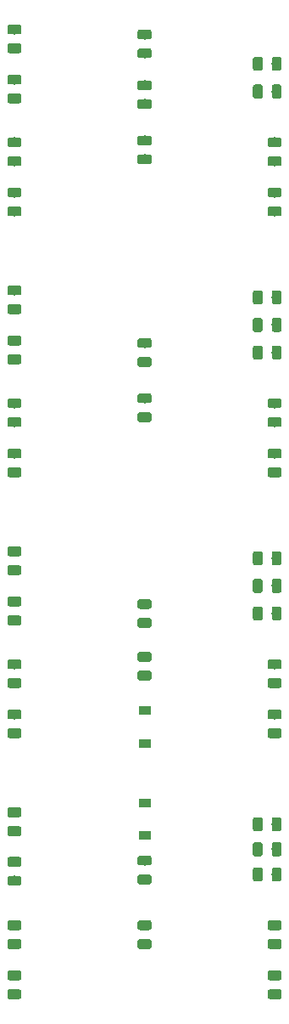
<source format=gbr>
G04 #@! TF.GenerationSoftware,KiCad,Pcbnew,(5.0.0-3-g5ebb6b6)*
G04 #@! TF.CreationDate,2019-01-01T15:12:14-08:00*
G04 #@! TF.ProjectId,BuffMult,427566664D756C742E6B696361645F70,rev?*
G04 #@! TF.SameCoordinates,Original*
G04 #@! TF.FileFunction,Paste,Bot*
G04 #@! TF.FilePolarity,Positive*
%FSLAX46Y46*%
G04 Gerber Fmt 4.6, Leading zero omitted, Abs format (unit mm)*
G04 Created by KiCad (PCBNEW (5.0.0-3-g5ebb6b6)) date Tuesday, January 01, 2019 at 03:12:14 PM*
%MOMM*%
%LPD*%
G01*
G04 APERTURE LIST*
%ADD10C,0.100000*%
%ADD11C,0.975000*%
%ADD12R,1.200000X0.900000*%
G04 APERTURE END LIST*
D10*
G04 #@! TO.C,R8*
G36*
X126455142Y-140551174D02*
X126478803Y-140554684D01*
X126502007Y-140560496D01*
X126524529Y-140568554D01*
X126546153Y-140578782D01*
X126566670Y-140591079D01*
X126585883Y-140605329D01*
X126603607Y-140621393D01*
X126619671Y-140639117D01*
X126633921Y-140658330D01*
X126646218Y-140678847D01*
X126656446Y-140700471D01*
X126664504Y-140722993D01*
X126670316Y-140746197D01*
X126673826Y-140769858D01*
X126675000Y-140793750D01*
X126675000Y-141706250D01*
X126673826Y-141730142D01*
X126670316Y-141753803D01*
X126664504Y-141777007D01*
X126656446Y-141799529D01*
X126646218Y-141821153D01*
X126633921Y-141841670D01*
X126619671Y-141860883D01*
X126603607Y-141878607D01*
X126585883Y-141894671D01*
X126566670Y-141908921D01*
X126546153Y-141921218D01*
X126524529Y-141931446D01*
X126502007Y-141939504D01*
X126478803Y-141945316D01*
X126455142Y-141948826D01*
X126431250Y-141950000D01*
X125943750Y-141950000D01*
X125919858Y-141948826D01*
X125896197Y-141945316D01*
X125872993Y-141939504D01*
X125850471Y-141931446D01*
X125828847Y-141921218D01*
X125808330Y-141908921D01*
X125789117Y-141894671D01*
X125771393Y-141878607D01*
X125755329Y-141860883D01*
X125741079Y-141841670D01*
X125728782Y-141821153D01*
X125718554Y-141799529D01*
X125710496Y-141777007D01*
X125704684Y-141753803D01*
X125701174Y-141730142D01*
X125700000Y-141706250D01*
X125700000Y-140793750D01*
X125701174Y-140769858D01*
X125704684Y-140746197D01*
X125710496Y-140722993D01*
X125718554Y-140700471D01*
X125728782Y-140678847D01*
X125741079Y-140658330D01*
X125755329Y-140639117D01*
X125771393Y-140621393D01*
X125789117Y-140605329D01*
X125808330Y-140591079D01*
X125828847Y-140578782D01*
X125850471Y-140568554D01*
X125872993Y-140560496D01*
X125896197Y-140554684D01*
X125919858Y-140551174D01*
X125943750Y-140550000D01*
X126431250Y-140550000D01*
X126455142Y-140551174D01*
X126455142Y-140551174D01*
G37*
D11*
X126187500Y-141250000D03*
D10*
G36*
X124580142Y-140551174D02*
X124603803Y-140554684D01*
X124627007Y-140560496D01*
X124649529Y-140568554D01*
X124671153Y-140578782D01*
X124691670Y-140591079D01*
X124710883Y-140605329D01*
X124728607Y-140621393D01*
X124744671Y-140639117D01*
X124758921Y-140658330D01*
X124771218Y-140678847D01*
X124781446Y-140700471D01*
X124789504Y-140722993D01*
X124795316Y-140746197D01*
X124798826Y-140769858D01*
X124800000Y-140793750D01*
X124800000Y-141706250D01*
X124798826Y-141730142D01*
X124795316Y-141753803D01*
X124789504Y-141777007D01*
X124781446Y-141799529D01*
X124771218Y-141821153D01*
X124758921Y-141841670D01*
X124744671Y-141860883D01*
X124728607Y-141878607D01*
X124710883Y-141894671D01*
X124691670Y-141908921D01*
X124671153Y-141921218D01*
X124649529Y-141931446D01*
X124627007Y-141939504D01*
X124603803Y-141945316D01*
X124580142Y-141948826D01*
X124556250Y-141950000D01*
X124068750Y-141950000D01*
X124044858Y-141948826D01*
X124021197Y-141945316D01*
X123997993Y-141939504D01*
X123975471Y-141931446D01*
X123953847Y-141921218D01*
X123933330Y-141908921D01*
X123914117Y-141894671D01*
X123896393Y-141878607D01*
X123880329Y-141860883D01*
X123866079Y-141841670D01*
X123853782Y-141821153D01*
X123843554Y-141799529D01*
X123835496Y-141777007D01*
X123829684Y-141753803D01*
X123826174Y-141730142D01*
X123825000Y-141706250D01*
X123825000Y-140793750D01*
X123826174Y-140769858D01*
X123829684Y-140746197D01*
X123835496Y-140722993D01*
X123843554Y-140700471D01*
X123853782Y-140678847D01*
X123866079Y-140658330D01*
X123880329Y-140639117D01*
X123896393Y-140621393D01*
X123914117Y-140605329D01*
X123933330Y-140591079D01*
X123953847Y-140578782D01*
X123975471Y-140568554D01*
X123997993Y-140560496D01*
X124021197Y-140554684D01*
X124044858Y-140551174D01*
X124068750Y-140550000D01*
X124556250Y-140550000D01*
X124580142Y-140551174D01*
X124580142Y-140551174D01*
G37*
D11*
X124312500Y-141250000D03*
G04 #@! TD*
D12*
G04 #@! TO.C,D1*
X113000000Y-133250000D03*
X113000000Y-129950000D03*
G04 #@! TD*
D10*
G04 #@! TO.C,R32*
G36*
X126480142Y-150826174D02*
X126503803Y-150829684D01*
X126527007Y-150835496D01*
X126549529Y-150843554D01*
X126571153Y-150853782D01*
X126591670Y-150866079D01*
X126610883Y-150880329D01*
X126628607Y-150896393D01*
X126644671Y-150914117D01*
X126658921Y-150933330D01*
X126671218Y-150953847D01*
X126681446Y-150975471D01*
X126689504Y-150997993D01*
X126695316Y-151021197D01*
X126698826Y-151044858D01*
X126700000Y-151068750D01*
X126700000Y-151556250D01*
X126698826Y-151580142D01*
X126695316Y-151603803D01*
X126689504Y-151627007D01*
X126681446Y-151649529D01*
X126671218Y-151671153D01*
X126658921Y-151691670D01*
X126644671Y-151710883D01*
X126628607Y-151728607D01*
X126610883Y-151744671D01*
X126591670Y-151758921D01*
X126571153Y-151771218D01*
X126549529Y-151781446D01*
X126527007Y-151789504D01*
X126503803Y-151795316D01*
X126480142Y-151798826D01*
X126456250Y-151800000D01*
X125543750Y-151800000D01*
X125519858Y-151798826D01*
X125496197Y-151795316D01*
X125472993Y-151789504D01*
X125450471Y-151781446D01*
X125428847Y-151771218D01*
X125408330Y-151758921D01*
X125389117Y-151744671D01*
X125371393Y-151728607D01*
X125355329Y-151710883D01*
X125341079Y-151691670D01*
X125328782Y-151671153D01*
X125318554Y-151649529D01*
X125310496Y-151627007D01*
X125304684Y-151603803D01*
X125301174Y-151580142D01*
X125300000Y-151556250D01*
X125300000Y-151068750D01*
X125301174Y-151044858D01*
X125304684Y-151021197D01*
X125310496Y-150997993D01*
X125318554Y-150975471D01*
X125328782Y-150953847D01*
X125341079Y-150933330D01*
X125355329Y-150914117D01*
X125371393Y-150896393D01*
X125389117Y-150880329D01*
X125408330Y-150866079D01*
X125428847Y-150853782D01*
X125450471Y-150843554D01*
X125472993Y-150835496D01*
X125496197Y-150829684D01*
X125519858Y-150826174D01*
X125543750Y-150825000D01*
X126456250Y-150825000D01*
X126480142Y-150826174D01*
X126480142Y-150826174D01*
G37*
D11*
X126000000Y-151312500D03*
D10*
G36*
X126480142Y-152701174D02*
X126503803Y-152704684D01*
X126527007Y-152710496D01*
X126549529Y-152718554D01*
X126571153Y-152728782D01*
X126591670Y-152741079D01*
X126610883Y-152755329D01*
X126628607Y-152771393D01*
X126644671Y-152789117D01*
X126658921Y-152808330D01*
X126671218Y-152828847D01*
X126681446Y-152850471D01*
X126689504Y-152872993D01*
X126695316Y-152896197D01*
X126698826Y-152919858D01*
X126700000Y-152943750D01*
X126700000Y-153431250D01*
X126698826Y-153455142D01*
X126695316Y-153478803D01*
X126689504Y-153502007D01*
X126681446Y-153524529D01*
X126671218Y-153546153D01*
X126658921Y-153566670D01*
X126644671Y-153585883D01*
X126628607Y-153603607D01*
X126610883Y-153619671D01*
X126591670Y-153633921D01*
X126571153Y-153646218D01*
X126549529Y-153656446D01*
X126527007Y-153664504D01*
X126503803Y-153670316D01*
X126480142Y-153673826D01*
X126456250Y-153675000D01*
X125543750Y-153675000D01*
X125519858Y-153673826D01*
X125496197Y-153670316D01*
X125472993Y-153664504D01*
X125450471Y-153656446D01*
X125428847Y-153646218D01*
X125408330Y-153633921D01*
X125389117Y-153619671D01*
X125371393Y-153603607D01*
X125355329Y-153585883D01*
X125341079Y-153566670D01*
X125328782Y-153546153D01*
X125318554Y-153524529D01*
X125310496Y-153502007D01*
X125304684Y-153478803D01*
X125301174Y-153455142D01*
X125300000Y-153431250D01*
X125300000Y-152943750D01*
X125301174Y-152919858D01*
X125304684Y-152896197D01*
X125310496Y-152872993D01*
X125318554Y-152850471D01*
X125328782Y-152828847D01*
X125341079Y-152808330D01*
X125355329Y-152789117D01*
X125371393Y-152771393D01*
X125389117Y-152755329D01*
X125408330Y-152741079D01*
X125428847Y-152728782D01*
X125450471Y-152718554D01*
X125472993Y-152710496D01*
X125496197Y-152704684D01*
X125519858Y-152701174D01*
X125543750Y-152700000D01*
X126456250Y-152700000D01*
X126480142Y-152701174D01*
X126480142Y-152701174D01*
G37*
D11*
X126000000Y-153187500D03*
G04 #@! TD*
D10*
G04 #@! TO.C,R40*
G36*
X126480142Y-155826174D02*
X126503803Y-155829684D01*
X126527007Y-155835496D01*
X126549529Y-155843554D01*
X126571153Y-155853782D01*
X126591670Y-155866079D01*
X126610883Y-155880329D01*
X126628607Y-155896393D01*
X126644671Y-155914117D01*
X126658921Y-155933330D01*
X126671218Y-155953847D01*
X126681446Y-155975471D01*
X126689504Y-155997993D01*
X126695316Y-156021197D01*
X126698826Y-156044858D01*
X126700000Y-156068750D01*
X126700000Y-156556250D01*
X126698826Y-156580142D01*
X126695316Y-156603803D01*
X126689504Y-156627007D01*
X126681446Y-156649529D01*
X126671218Y-156671153D01*
X126658921Y-156691670D01*
X126644671Y-156710883D01*
X126628607Y-156728607D01*
X126610883Y-156744671D01*
X126591670Y-156758921D01*
X126571153Y-156771218D01*
X126549529Y-156781446D01*
X126527007Y-156789504D01*
X126503803Y-156795316D01*
X126480142Y-156798826D01*
X126456250Y-156800000D01*
X125543750Y-156800000D01*
X125519858Y-156798826D01*
X125496197Y-156795316D01*
X125472993Y-156789504D01*
X125450471Y-156781446D01*
X125428847Y-156771218D01*
X125408330Y-156758921D01*
X125389117Y-156744671D01*
X125371393Y-156728607D01*
X125355329Y-156710883D01*
X125341079Y-156691670D01*
X125328782Y-156671153D01*
X125318554Y-156649529D01*
X125310496Y-156627007D01*
X125304684Y-156603803D01*
X125301174Y-156580142D01*
X125300000Y-156556250D01*
X125300000Y-156068750D01*
X125301174Y-156044858D01*
X125304684Y-156021197D01*
X125310496Y-155997993D01*
X125318554Y-155975471D01*
X125328782Y-155953847D01*
X125341079Y-155933330D01*
X125355329Y-155914117D01*
X125371393Y-155896393D01*
X125389117Y-155880329D01*
X125408330Y-155866079D01*
X125428847Y-155853782D01*
X125450471Y-155843554D01*
X125472993Y-155835496D01*
X125496197Y-155829684D01*
X125519858Y-155826174D01*
X125543750Y-155825000D01*
X126456250Y-155825000D01*
X126480142Y-155826174D01*
X126480142Y-155826174D01*
G37*
D11*
X126000000Y-156312500D03*
D10*
G36*
X126480142Y-157701174D02*
X126503803Y-157704684D01*
X126527007Y-157710496D01*
X126549529Y-157718554D01*
X126571153Y-157728782D01*
X126591670Y-157741079D01*
X126610883Y-157755329D01*
X126628607Y-157771393D01*
X126644671Y-157789117D01*
X126658921Y-157808330D01*
X126671218Y-157828847D01*
X126681446Y-157850471D01*
X126689504Y-157872993D01*
X126695316Y-157896197D01*
X126698826Y-157919858D01*
X126700000Y-157943750D01*
X126700000Y-158431250D01*
X126698826Y-158455142D01*
X126695316Y-158478803D01*
X126689504Y-158502007D01*
X126681446Y-158524529D01*
X126671218Y-158546153D01*
X126658921Y-158566670D01*
X126644671Y-158585883D01*
X126628607Y-158603607D01*
X126610883Y-158619671D01*
X126591670Y-158633921D01*
X126571153Y-158646218D01*
X126549529Y-158656446D01*
X126527007Y-158664504D01*
X126503803Y-158670316D01*
X126480142Y-158673826D01*
X126456250Y-158675000D01*
X125543750Y-158675000D01*
X125519858Y-158673826D01*
X125496197Y-158670316D01*
X125472993Y-158664504D01*
X125450471Y-158656446D01*
X125428847Y-158646218D01*
X125408330Y-158633921D01*
X125389117Y-158619671D01*
X125371393Y-158603607D01*
X125355329Y-158585883D01*
X125341079Y-158566670D01*
X125328782Y-158546153D01*
X125318554Y-158524529D01*
X125310496Y-158502007D01*
X125304684Y-158478803D01*
X125301174Y-158455142D01*
X125300000Y-158431250D01*
X125300000Y-157943750D01*
X125301174Y-157919858D01*
X125304684Y-157896197D01*
X125310496Y-157872993D01*
X125318554Y-157850471D01*
X125328782Y-157828847D01*
X125341079Y-157808330D01*
X125355329Y-157789117D01*
X125371393Y-157771393D01*
X125389117Y-157755329D01*
X125408330Y-157741079D01*
X125428847Y-157728782D01*
X125450471Y-157718554D01*
X125472993Y-157710496D01*
X125496197Y-157704684D01*
X125519858Y-157701174D01*
X125543750Y-157700000D01*
X126456250Y-157700000D01*
X126480142Y-157701174D01*
X126480142Y-157701174D01*
G37*
D11*
X126000000Y-158187500D03*
G04 #@! TD*
D10*
G04 #@! TO.C,C1*
G36*
X124580142Y-67551174D02*
X124603803Y-67554684D01*
X124627007Y-67560496D01*
X124649529Y-67568554D01*
X124671153Y-67578782D01*
X124691670Y-67591079D01*
X124710883Y-67605329D01*
X124728607Y-67621393D01*
X124744671Y-67639117D01*
X124758921Y-67658330D01*
X124771218Y-67678847D01*
X124781446Y-67700471D01*
X124789504Y-67722993D01*
X124795316Y-67746197D01*
X124798826Y-67769858D01*
X124800000Y-67793750D01*
X124800000Y-68706250D01*
X124798826Y-68730142D01*
X124795316Y-68753803D01*
X124789504Y-68777007D01*
X124781446Y-68799529D01*
X124771218Y-68821153D01*
X124758921Y-68841670D01*
X124744671Y-68860883D01*
X124728607Y-68878607D01*
X124710883Y-68894671D01*
X124691670Y-68908921D01*
X124671153Y-68921218D01*
X124649529Y-68931446D01*
X124627007Y-68939504D01*
X124603803Y-68945316D01*
X124580142Y-68948826D01*
X124556250Y-68950000D01*
X124068750Y-68950000D01*
X124044858Y-68948826D01*
X124021197Y-68945316D01*
X123997993Y-68939504D01*
X123975471Y-68931446D01*
X123953847Y-68921218D01*
X123933330Y-68908921D01*
X123914117Y-68894671D01*
X123896393Y-68878607D01*
X123880329Y-68860883D01*
X123866079Y-68841670D01*
X123853782Y-68821153D01*
X123843554Y-68799529D01*
X123835496Y-68777007D01*
X123829684Y-68753803D01*
X123826174Y-68730142D01*
X123825000Y-68706250D01*
X123825000Y-67793750D01*
X123826174Y-67769858D01*
X123829684Y-67746197D01*
X123835496Y-67722993D01*
X123843554Y-67700471D01*
X123853782Y-67678847D01*
X123866079Y-67658330D01*
X123880329Y-67639117D01*
X123896393Y-67621393D01*
X123914117Y-67605329D01*
X123933330Y-67591079D01*
X123953847Y-67578782D01*
X123975471Y-67568554D01*
X123997993Y-67560496D01*
X124021197Y-67554684D01*
X124044858Y-67551174D01*
X124068750Y-67550000D01*
X124556250Y-67550000D01*
X124580142Y-67551174D01*
X124580142Y-67551174D01*
G37*
D11*
X124312500Y-68250000D03*
D10*
G36*
X126455142Y-67551174D02*
X126478803Y-67554684D01*
X126502007Y-67560496D01*
X126524529Y-67568554D01*
X126546153Y-67578782D01*
X126566670Y-67591079D01*
X126585883Y-67605329D01*
X126603607Y-67621393D01*
X126619671Y-67639117D01*
X126633921Y-67658330D01*
X126646218Y-67678847D01*
X126656446Y-67700471D01*
X126664504Y-67722993D01*
X126670316Y-67746197D01*
X126673826Y-67769858D01*
X126675000Y-67793750D01*
X126675000Y-68706250D01*
X126673826Y-68730142D01*
X126670316Y-68753803D01*
X126664504Y-68777007D01*
X126656446Y-68799529D01*
X126646218Y-68821153D01*
X126633921Y-68841670D01*
X126619671Y-68860883D01*
X126603607Y-68878607D01*
X126585883Y-68894671D01*
X126566670Y-68908921D01*
X126546153Y-68921218D01*
X126524529Y-68931446D01*
X126502007Y-68939504D01*
X126478803Y-68945316D01*
X126455142Y-68948826D01*
X126431250Y-68950000D01*
X125943750Y-68950000D01*
X125919858Y-68948826D01*
X125896197Y-68945316D01*
X125872993Y-68939504D01*
X125850471Y-68931446D01*
X125828847Y-68921218D01*
X125808330Y-68908921D01*
X125789117Y-68894671D01*
X125771393Y-68878607D01*
X125755329Y-68860883D01*
X125741079Y-68841670D01*
X125728782Y-68821153D01*
X125718554Y-68799529D01*
X125710496Y-68777007D01*
X125704684Y-68753803D01*
X125701174Y-68730142D01*
X125700000Y-68706250D01*
X125700000Y-67793750D01*
X125701174Y-67769858D01*
X125704684Y-67746197D01*
X125710496Y-67722993D01*
X125718554Y-67700471D01*
X125728782Y-67678847D01*
X125741079Y-67658330D01*
X125755329Y-67639117D01*
X125771393Y-67621393D01*
X125789117Y-67605329D01*
X125808330Y-67591079D01*
X125828847Y-67578782D01*
X125850471Y-67568554D01*
X125872993Y-67560496D01*
X125896197Y-67554684D01*
X125919858Y-67551174D01*
X125943750Y-67550000D01*
X126431250Y-67550000D01*
X126455142Y-67551174D01*
X126455142Y-67551174D01*
G37*
D11*
X126187500Y-68250000D03*
G04 #@! TD*
D10*
G04 #@! TO.C,C2*
G36*
X126455142Y-93551174D02*
X126478803Y-93554684D01*
X126502007Y-93560496D01*
X126524529Y-93568554D01*
X126546153Y-93578782D01*
X126566670Y-93591079D01*
X126585883Y-93605329D01*
X126603607Y-93621393D01*
X126619671Y-93639117D01*
X126633921Y-93658330D01*
X126646218Y-93678847D01*
X126656446Y-93700471D01*
X126664504Y-93722993D01*
X126670316Y-93746197D01*
X126673826Y-93769858D01*
X126675000Y-93793750D01*
X126675000Y-94706250D01*
X126673826Y-94730142D01*
X126670316Y-94753803D01*
X126664504Y-94777007D01*
X126656446Y-94799529D01*
X126646218Y-94821153D01*
X126633921Y-94841670D01*
X126619671Y-94860883D01*
X126603607Y-94878607D01*
X126585883Y-94894671D01*
X126566670Y-94908921D01*
X126546153Y-94921218D01*
X126524529Y-94931446D01*
X126502007Y-94939504D01*
X126478803Y-94945316D01*
X126455142Y-94948826D01*
X126431250Y-94950000D01*
X125943750Y-94950000D01*
X125919858Y-94948826D01*
X125896197Y-94945316D01*
X125872993Y-94939504D01*
X125850471Y-94931446D01*
X125828847Y-94921218D01*
X125808330Y-94908921D01*
X125789117Y-94894671D01*
X125771393Y-94878607D01*
X125755329Y-94860883D01*
X125741079Y-94841670D01*
X125728782Y-94821153D01*
X125718554Y-94799529D01*
X125710496Y-94777007D01*
X125704684Y-94753803D01*
X125701174Y-94730142D01*
X125700000Y-94706250D01*
X125700000Y-93793750D01*
X125701174Y-93769858D01*
X125704684Y-93746197D01*
X125710496Y-93722993D01*
X125718554Y-93700471D01*
X125728782Y-93678847D01*
X125741079Y-93658330D01*
X125755329Y-93639117D01*
X125771393Y-93621393D01*
X125789117Y-93605329D01*
X125808330Y-93591079D01*
X125828847Y-93578782D01*
X125850471Y-93568554D01*
X125872993Y-93560496D01*
X125896197Y-93554684D01*
X125919858Y-93551174D01*
X125943750Y-93550000D01*
X126431250Y-93550000D01*
X126455142Y-93551174D01*
X126455142Y-93551174D01*
G37*
D11*
X126187500Y-94250000D03*
D10*
G36*
X124580142Y-93551174D02*
X124603803Y-93554684D01*
X124627007Y-93560496D01*
X124649529Y-93568554D01*
X124671153Y-93578782D01*
X124691670Y-93591079D01*
X124710883Y-93605329D01*
X124728607Y-93621393D01*
X124744671Y-93639117D01*
X124758921Y-93658330D01*
X124771218Y-93678847D01*
X124781446Y-93700471D01*
X124789504Y-93722993D01*
X124795316Y-93746197D01*
X124798826Y-93769858D01*
X124800000Y-93793750D01*
X124800000Y-94706250D01*
X124798826Y-94730142D01*
X124795316Y-94753803D01*
X124789504Y-94777007D01*
X124781446Y-94799529D01*
X124771218Y-94821153D01*
X124758921Y-94841670D01*
X124744671Y-94860883D01*
X124728607Y-94878607D01*
X124710883Y-94894671D01*
X124691670Y-94908921D01*
X124671153Y-94921218D01*
X124649529Y-94931446D01*
X124627007Y-94939504D01*
X124603803Y-94945316D01*
X124580142Y-94948826D01*
X124556250Y-94950000D01*
X124068750Y-94950000D01*
X124044858Y-94948826D01*
X124021197Y-94945316D01*
X123997993Y-94939504D01*
X123975471Y-94931446D01*
X123953847Y-94921218D01*
X123933330Y-94908921D01*
X123914117Y-94894671D01*
X123896393Y-94878607D01*
X123880329Y-94860883D01*
X123866079Y-94841670D01*
X123853782Y-94821153D01*
X123843554Y-94799529D01*
X123835496Y-94777007D01*
X123829684Y-94753803D01*
X123826174Y-94730142D01*
X123825000Y-94706250D01*
X123825000Y-93793750D01*
X123826174Y-93769858D01*
X123829684Y-93746197D01*
X123835496Y-93722993D01*
X123843554Y-93700471D01*
X123853782Y-93678847D01*
X123866079Y-93658330D01*
X123880329Y-93639117D01*
X123896393Y-93621393D01*
X123914117Y-93605329D01*
X123933330Y-93591079D01*
X123953847Y-93578782D01*
X123975471Y-93568554D01*
X123997993Y-93560496D01*
X124021197Y-93554684D01*
X124044858Y-93551174D01*
X124068750Y-93550000D01*
X124556250Y-93550000D01*
X124580142Y-93551174D01*
X124580142Y-93551174D01*
G37*
D11*
X124312500Y-94250000D03*
G04 #@! TD*
D10*
G04 #@! TO.C,C3*
G36*
X126455142Y-119551174D02*
X126478803Y-119554684D01*
X126502007Y-119560496D01*
X126524529Y-119568554D01*
X126546153Y-119578782D01*
X126566670Y-119591079D01*
X126585883Y-119605329D01*
X126603607Y-119621393D01*
X126619671Y-119639117D01*
X126633921Y-119658330D01*
X126646218Y-119678847D01*
X126656446Y-119700471D01*
X126664504Y-119722993D01*
X126670316Y-119746197D01*
X126673826Y-119769858D01*
X126675000Y-119793750D01*
X126675000Y-120706250D01*
X126673826Y-120730142D01*
X126670316Y-120753803D01*
X126664504Y-120777007D01*
X126656446Y-120799529D01*
X126646218Y-120821153D01*
X126633921Y-120841670D01*
X126619671Y-120860883D01*
X126603607Y-120878607D01*
X126585883Y-120894671D01*
X126566670Y-120908921D01*
X126546153Y-120921218D01*
X126524529Y-120931446D01*
X126502007Y-120939504D01*
X126478803Y-120945316D01*
X126455142Y-120948826D01*
X126431250Y-120950000D01*
X125943750Y-120950000D01*
X125919858Y-120948826D01*
X125896197Y-120945316D01*
X125872993Y-120939504D01*
X125850471Y-120931446D01*
X125828847Y-120921218D01*
X125808330Y-120908921D01*
X125789117Y-120894671D01*
X125771393Y-120878607D01*
X125755329Y-120860883D01*
X125741079Y-120841670D01*
X125728782Y-120821153D01*
X125718554Y-120799529D01*
X125710496Y-120777007D01*
X125704684Y-120753803D01*
X125701174Y-120730142D01*
X125700000Y-120706250D01*
X125700000Y-119793750D01*
X125701174Y-119769858D01*
X125704684Y-119746197D01*
X125710496Y-119722993D01*
X125718554Y-119700471D01*
X125728782Y-119678847D01*
X125741079Y-119658330D01*
X125755329Y-119639117D01*
X125771393Y-119621393D01*
X125789117Y-119605329D01*
X125808330Y-119591079D01*
X125828847Y-119578782D01*
X125850471Y-119568554D01*
X125872993Y-119560496D01*
X125896197Y-119554684D01*
X125919858Y-119551174D01*
X125943750Y-119550000D01*
X126431250Y-119550000D01*
X126455142Y-119551174D01*
X126455142Y-119551174D01*
G37*
D11*
X126187500Y-120250000D03*
D10*
G36*
X124580142Y-119551174D02*
X124603803Y-119554684D01*
X124627007Y-119560496D01*
X124649529Y-119568554D01*
X124671153Y-119578782D01*
X124691670Y-119591079D01*
X124710883Y-119605329D01*
X124728607Y-119621393D01*
X124744671Y-119639117D01*
X124758921Y-119658330D01*
X124771218Y-119678847D01*
X124781446Y-119700471D01*
X124789504Y-119722993D01*
X124795316Y-119746197D01*
X124798826Y-119769858D01*
X124800000Y-119793750D01*
X124800000Y-120706250D01*
X124798826Y-120730142D01*
X124795316Y-120753803D01*
X124789504Y-120777007D01*
X124781446Y-120799529D01*
X124771218Y-120821153D01*
X124758921Y-120841670D01*
X124744671Y-120860883D01*
X124728607Y-120878607D01*
X124710883Y-120894671D01*
X124691670Y-120908921D01*
X124671153Y-120921218D01*
X124649529Y-120931446D01*
X124627007Y-120939504D01*
X124603803Y-120945316D01*
X124580142Y-120948826D01*
X124556250Y-120950000D01*
X124068750Y-120950000D01*
X124044858Y-120948826D01*
X124021197Y-120945316D01*
X123997993Y-120939504D01*
X123975471Y-120931446D01*
X123953847Y-120921218D01*
X123933330Y-120908921D01*
X123914117Y-120894671D01*
X123896393Y-120878607D01*
X123880329Y-120860883D01*
X123866079Y-120841670D01*
X123853782Y-120821153D01*
X123843554Y-120799529D01*
X123835496Y-120777007D01*
X123829684Y-120753803D01*
X123826174Y-120730142D01*
X123825000Y-120706250D01*
X123825000Y-119793750D01*
X123826174Y-119769858D01*
X123829684Y-119746197D01*
X123835496Y-119722993D01*
X123843554Y-119700471D01*
X123853782Y-119678847D01*
X123866079Y-119658330D01*
X123880329Y-119639117D01*
X123896393Y-119621393D01*
X123914117Y-119605329D01*
X123933330Y-119591079D01*
X123953847Y-119578782D01*
X123975471Y-119568554D01*
X123997993Y-119560496D01*
X124021197Y-119554684D01*
X124044858Y-119551174D01*
X124068750Y-119550000D01*
X124556250Y-119550000D01*
X124580142Y-119551174D01*
X124580142Y-119551174D01*
G37*
D11*
X124312500Y-120250000D03*
G04 #@! TD*
D12*
G04 #@! TO.C,D2*
X113000000Y-139100000D03*
X113000000Y-142400000D03*
G04 #@! TD*
D10*
G04 #@! TO.C,R1*
G36*
X126455142Y-64801174D02*
X126478803Y-64804684D01*
X126502007Y-64810496D01*
X126524529Y-64818554D01*
X126546153Y-64828782D01*
X126566670Y-64841079D01*
X126585883Y-64855329D01*
X126603607Y-64871393D01*
X126619671Y-64889117D01*
X126633921Y-64908330D01*
X126646218Y-64928847D01*
X126656446Y-64950471D01*
X126664504Y-64972993D01*
X126670316Y-64996197D01*
X126673826Y-65019858D01*
X126675000Y-65043750D01*
X126675000Y-65956250D01*
X126673826Y-65980142D01*
X126670316Y-66003803D01*
X126664504Y-66027007D01*
X126656446Y-66049529D01*
X126646218Y-66071153D01*
X126633921Y-66091670D01*
X126619671Y-66110883D01*
X126603607Y-66128607D01*
X126585883Y-66144671D01*
X126566670Y-66158921D01*
X126546153Y-66171218D01*
X126524529Y-66181446D01*
X126502007Y-66189504D01*
X126478803Y-66195316D01*
X126455142Y-66198826D01*
X126431250Y-66200000D01*
X125943750Y-66200000D01*
X125919858Y-66198826D01*
X125896197Y-66195316D01*
X125872993Y-66189504D01*
X125850471Y-66181446D01*
X125828847Y-66171218D01*
X125808330Y-66158921D01*
X125789117Y-66144671D01*
X125771393Y-66128607D01*
X125755329Y-66110883D01*
X125741079Y-66091670D01*
X125728782Y-66071153D01*
X125718554Y-66049529D01*
X125710496Y-66027007D01*
X125704684Y-66003803D01*
X125701174Y-65980142D01*
X125700000Y-65956250D01*
X125700000Y-65043750D01*
X125701174Y-65019858D01*
X125704684Y-64996197D01*
X125710496Y-64972993D01*
X125718554Y-64950471D01*
X125728782Y-64928847D01*
X125741079Y-64908330D01*
X125755329Y-64889117D01*
X125771393Y-64871393D01*
X125789117Y-64855329D01*
X125808330Y-64841079D01*
X125828847Y-64828782D01*
X125850471Y-64818554D01*
X125872993Y-64810496D01*
X125896197Y-64804684D01*
X125919858Y-64801174D01*
X125943750Y-64800000D01*
X126431250Y-64800000D01*
X126455142Y-64801174D01*
X126455142Y-64801174D01*
G37*
D11*
X126187500Y-65500000D03*
D10*
G36*
X124580142Y-64801174D02*
X124603803Y-64804684D01*
X124627007Y-64810496D01*
X124649529Y-64818554D01*
X124671153Y-64828782D01*
X124691670Y-64841079D01*
X124710883Y-64855329D01*
X124728607Y-64871393D01*
X124744671Y-64889117D01*
X124758921Y-64908330D01*
X124771218Y-64928847D01*
X124781446Y-64950471D01*
X124789504Y-64972993D01*
X124795316Y-64996197D01*
X124798826Y-65019858D01*
X124800000Y-65043750D01*
X124800000Y-65956250D01*
X124798826Y-65980142D01*
X124795316Y-66003803D01*
X124789504Y-66027007D01*
X124781446Y-66049529D01*
X124771218Y-66071153D01*
X124758921Y-66091670D01*
X124744671Y-66110883D01*
X124728607Y-66128607D01*
X124710883Y-66144671D01*
X124691670Y-66158921D01*
X124671153Y-66171218D01*
X124649529Y-66181446D01*
X124627007Y-66189504D01*
X124603803Y-66195316D01*
X124580142Y-66198826D01*
X124556250Y-66200000D01*
X124068750Y-66200000D01*
X124044858Y-66198826D01*
X124021197Y-66195316D01*
X123997993Y-66189504D01*
X123975471Y-66181446D01*
X123953847Y-66171218D01*
X123933330Y-66158921D01*
X123914117Y-66144671D01*
X123896393Y-66128607D01*
X123880329Y-66110883D01*
X123866079Y-66091670D01*
X123853782Y-66071153D01*
X123843554Y-66049529D01*
X123835496Y-66027007D01*
X123829684Y-66003803D01*
X123826174Y-65980142D01*
X123825000Y-65956250D01*
X123825000Y-65043750D01*
X123826174Y-65019858D01*
X123829684Y-64996197D01*
X123835496Y-64972993D01*
X123843554Y-64950471D01*
X123853782Y-64928847D01*
X123866079Y-64908330D01*
X123880329Y-64889117D01*
X123896393Y-64871393D01*
X123914117Y-64855329D01*
X123933330Y-64841079D01*
X123953847Y-64828782D01*
X123975471Y-64818554D01*
X123997993Y-64810496D01*
X124021197Y-64804684D01*
X124044858Y-64801174D01*
X124068750Y-64800000D01*
X124556250Y-64800000D01*
X124580142Y-64801174D01*
X124580142Y-64801174D01*
G37*
D11*
X124312500Y-65500000D03*
G04 #@! TD*
D10*
G04 #@! TO.C,R2*
G36*
X126455142Y-90801174D02*
X126478803Y-90804684D01*
X126502007Y-90810496D01*
X126524529Y-90818554D01*
X126546153Y-90828782D01*
X126566670Y-90841079D01*
X126585883Y-90855329D01*
X126603607Y-90871393D01*
X126619671Y-90889117D01*
X126633921Y-90908330D01*
X126646218Y-90928847D01*
X126656446Y-90950471D01*
X126664504Y-90972993D01*
X126670316Y-90996197D01*
X126673826Y-91019858D01*
X126675000Y-91043750D01*
X126675000Y-91956250D01*
X126673826Y-91980142D01*
X126670316Y-92003803D01*
X126664504Y-92027007D01*
X126656446Y-92049529D01*
X126646218Y-92071153D01*
X126633921Y-92091670D01*
X126619671Y-92110883D01*
X126603607Y-92128607D01*
X126585883Y-92144671D01*
X126566670Y-92158921D01*
X126546153Y-92171218D01*
X126524529Y-92181446D01*
X126502007Y-92189504D01*
X126478803Y-92195316D01*
X126455142Y-92198826D01*
X126431250Y-92200000D01*
X125943750Y-92200000D01*
X125919858Y-92198826D01*
X125896197Y-92195316D01*
X125872993Y-92189504D01*
X125850471Y-92181446D01*
X125828847Y-92171218D01*
X125808330Y-92158921D01*
X125789117Y-92144671D01*
X125771393Y-92128607D01*
X125755329Y-92110883D01*
X125741079Y-92091670D01*
X125728782Y-92071153D01*
X125718554Y-92049529D01*
X125710496Y-92027007D01*
X125704684Y-92003803D01*
X125701174Y-91980142D01*
X125700000Y-91956250D01*
X125700000Y-91043750D01*
X125701174Y-91019858D01*
X125704684Y-90996197D01*
X125710496Y-90972993D01*
X125718554Y-90950471D01*
X125728782Y-90928847D01*
X125741079Y-90908330D01*
X125755329Y-90889117D01*
X125771393Y-90871393D01*
X125789117Y-90855329D01*
X125808330Y-90841079D01*
X125828847Y-90828782D01*
X125850471Y-90818554D01*
X125872993Y-90810496D01*
X125896197Y-90804684D01*
X125919858Y-90801174D01*
X125943750Y-90800000D01*
X126431250Y-90800000D01*
X126455142Y-90801174D01*
X126455142Y-90801174D01*
G37*
D11*
X126187500Y-91500000D03*
D10*
G36*
X124580142Y-90801174D02*
X124603803Y-90804684D01*
X124627007Y-90810496D01*
X124649529Y-90818554D01*
X124671153Y-90828782D01*
X124691670Y-90841079D01*
X124710883Y-90855329D01*
X124728607Y-90871393D01*
X124744671Y-90889117D01*
X124758921Y-90908330D01*
X124771218Y-90928847D01*
X124781446Y-90950471D01*
X124789504Y-90972993D01*
X124795316Y-90996197D01*
X124798826Y-91019858D01*
X124800000Y-91043750D01*
X124800000Y-91956250D01*
X124798826Y-91980142D01*
X124795316Y-92003803D01*
X124789504Y-92027007D01*
X124781446Y-92049529D01*
X124771218Y-92071153D01*
X124758921Y-92091670D01*
X124744671Y-92110883D01*
X124728607Y-92128607D01*
X124710883Y-92144671D01*
X124691670Y-92158921D01*
X124671153Y-92171218D01*
X124649529Y-92181446D01*
X124627007Y-92189504D01*
X124603803Y-92195316D01*
X124580142Y-92198826D01*
X124556250Y-92200000D01*
X124068750Y-92200000D01*
X124044858Y-92198826D01*
X124021197Y-92195316D01*
X123997993Y-92189504D01*
X123975471Y-92181446D01*
X123953847Y-92171218D01*
X123933330Y-92158921D01*
X123914117Y-92144671D01*
X123896393Y-92128607D01*
X123880329Y-92110883D01*
X123866079Y-92091670D01*
X123853782Y-92071153D01*
X123843554Y-92049529D01*
X123835496Y-92027007D01*
X123829684Y-92003803D01*
X123826174Y-91980142D01*
X123825000Y-91956250D01*
X123825000Y-91043750D01*
X123826174Y-91019858D01*
X123829684Y-90996197D01*
X123835496Y-90972993D01*
X123843554Y-90950471D01*
X123853782Y-90928847D01*
X123866079Y-90908330D01*
X123880329Y-90889117D01*
X123896393Y-90871393D01*
X123914117Y-90855329D01*
X123933330Y-90841079D01*
X123953847Y-90828782D01*
X123975471Y-90818554D01*
X123997993Y-90810496D01*
X124021197Y-90804684D01*
X124044858Y-90801174D01*
X124068750Y-90800000D01*
X124556250Y-90800000D01*
X124580142Y-90801174D01*
X124580142Y-90801174D01*
G37*
D11*
X124312500Y-91500000D03*
G04 #@! TD*
D10*
G04 #@! TO.C,R3*
G36*
X126455142Y-116801174D02*
X126478803Y-116804684D01*
X126502007Y-116810496D01*
X126524529Y-116818554D01*
X126546153Y-116828782D01*
X126566670Y-116841079D01*
X126585883Y-116855329D01*
X126603607Y-116871393D01*
X126619671Y-116889117D01*
X126633921Y-116908330D01*
X126646218Y-116928847D01*
X126656446Y-116950471D01*
X126664504Y-116972993D01*
X126670316Y-116996197D01*
X126673826Y-117019858D01*
X126675000Y-117043750D01*
X126675000Y-117956250D01*
X126673826Y-117980142D01*
X126670316Y-118003803D01*
X126664504Y-118027007D01*
X126656446Y-118049529D01*
X126646218Y-118071153D01*
X126633921Y-118091670D01*
X126619671Y-118110883D01*
X126603607Y-118128607D01*
X126585883Y-118144671D01*
X126566670Y-118158921D01*
X126546153Y-118171218D01*
X126524529Y-118181446D01*
X126502007Y-118189504D01*
X126478803Y-118195316D01*
X126455142Y-118198826D01*
X126431250Y-118200000D01*
X125943750Y-118200000D01*
X125919858Y-118198826D01*
X125896197Y-118195316D01*
X125872993Y-118189504D01*
X125850471Y-118181446D01*
X125828847Y-118171218D01*
X125808330Y-118158921D01*
X125789117Y-118144671D01*
X125771393Y-118128607D01*
X125755329Y-118110883D01*
X125741079Y-118091670D01*
X125728782Y-118071153D01*
X125718554Y-118049529D01*
X125710496Y-118027007D01*
X125704684Y-118003803D01*
X125701174Y-117980142D01*
X125700000Y-117956250D01*
X125700000Y-117043750D01*
X125701174Y-117019858D01*
X125704684Y-116996197D01*
X125710496Y-116972993D01*
X125718554Y-116950471D01*
X125728782Y-116928847D01*
X125741079Y-116908330D01*
X125755329Y-116889117D01*
X125771393Y-116871393D01*
X125789117Y-116855329D01*
X125808330Y-116841079D01*
X125828847Y-116828782D01*
X125850471Y-116818554D01*
X125872993Y-116810496D01*
X125896197Y-116804684D01*
X125919858Y-116801174D01*
X125943750Y-116800000D01*
X126431250Y-116800000D01*
X126455142Y-116801174D01*
X126455142Y-116801174D01*
G37*
D11*
X126187500Y-117500000D03*
D10*
G36*
X124580142Y-116801174D02*
X124603803Y-116804684D01*
X124627007Y-116810496D01*
X124649529Y-116818554D01*
X124671153Y-116828782D01*
X124691670Y-116841079D01*
X124710883Y-116855329D01*
X124728607Y-116871393D01*
X124744671Y-116889117D01*
X124758921Y-116908330D01*
X124771218Y-116928847D01*
X124781446Y-116950471D01*
X124789504Y-116972993D01*
X124795316Y-116996197D01*
X124798826Y-117019858D01*
X124800000Y-117043750D01*
X124800000Y-117956250D01*
X124798826Y-117980142D01*
X124795316Y-118003803D01*
X124789504Y-118027007D01*
X124781446Y-118049529D01*
X124771218Y-118071153D01*
X124758921Y-118091670D01*
X124744671Y-118110883D01*
X124728607Y-118128607D01*
X124710883Y-118144671D01*
X124691670Y-118158921D01*
X124671153Y-118171218D01*
X124649529Y-118181446D01*
X124627007Y-118189504D01*
X124603803Y-118195316D01*
X124580142Y-118198826D01*
X124556250Y-118200000D01*
X124068750Y-118200000D01*
X124044858Y-118198826D01*
X124021197Y-118195316D01*
X123997993Y-118189504D01*
X123975471Y-118181446D01*
X123953847Y-118171218D01*
X123933330Y-118158921D01*
X123914117Y-118144671D01*
X123896393Y-118128607D01*
X123880329Y-118110883D01*
X123866079Y-118091670D01*
X123853782Y-118071153D01*
X123843554Y-118049529D01*
X123835496Y-118027007D01*
X123829684Y-118003803D01*
X123826174Y-117980142D01*
X123825000Y-117956250D01*
X123825000Y-117043750D01*
X123826174Y-117019858D01*
X123829684Y-116996197D01*
X123835496Y-116972993D01*
X123843554Y-116950471D01*
X123853782Y-116928847D01*
X123866079Y-116908330D01*
X123880329Y-116889117D01*
X123896393Y-116871393D01*
X123914117Y-116855329D01*
X123933330Y-116841079D01*
X123953847Y-116828782D01*
X123975471Y-116818554D01*
X123997993Y-116810496D01*
X124021197Y-116804684D01*
X124044858Y-116801174D01*
X124068750Y-116800000D01*
X124556250Y-116800000D01*
X124580142Y-116801174D01*
X124580142Y-116801174D01*
G37*
D11*
X124312500Y-117500000D03*
G04 #@! TD*
D10*
G04 #@! TO.C,R5*
G36*
X113480142Y-62076174D02*
X113503803Y-62079684D01*
X113527007Y-62085496D01*
X113549529Y-62093554D01*
X113571153Y-62103782D01*
X113591670Y-62116079D01*
X113610883Y-62130329D01*
X113628607Y-62146393D01*
X113644671Y-62164117D01*
X113658921Y-62183330D01*
X113671218Y-62203847D01*
X113681446Y-62225471D01*
X113689504Y-62247993D01*
X113695316Y-62271197D01*
X113698826Y-62294858D01*
X113700000Y-62318750D01*
X113700000Y-62806250D01*
X113698826Y-62830142D01*
X113695316Y-62853803D01*
X113689504Y-62877007D01*
X113681446Y-62899529D01*
X113671218Y-62921153D01*
X113658921Y-62941670D01*
X113644671Y-62960883D01*
X113628607Y-62978607D01*
X113610883Y-62994671D01*
X113591670Y-63008921D01*
X113571153Y-63021218D01*
X113549529Y-63031446D01*
X113527007Y-63039504D01*
X113503803Y-63045316D01*
X113480142Y-63048826D01*
X113456250Y-63050000D01*
X112543750Y-63050000D01*
X112519858Y-63048826D01*
X112496197Y-63045316D01*
X112472993Y-63039504D01*
X112450471Y-63031446D01*
X112428847Y-63021218D01*
X112408330Y-63008921D01*
X112389117Y-62994671D01*
X112371393Y-62978607D01*
X112355329Y-62960883D01*
X112341079Y-62941670D01*
X112328782Y-62921153D01*
X112318554Y-62899529D01*
X112310496Y-62877007D01*
X112304684Y-62853803D01*
X112301174Y-62830142D01*
X112300000Y-62806250D01*
X112300000Y-62318750D01*
X112301174Y-62294858D01*
X112304684Y-62271197D01*
X112310496Y-62247993D01*
X112318554Y-62225471D01*
X112328782Y-62203847D01*
X112341079Y-62183330D01*
X112355329Y-62164117D01*
X112371393Y-62146393D01*
X112389117Y-62130329D01*
X112408330Y-62116079D01*
X112428847Y-62103782D01*
X112450471Y-62093554D01*
X112472993Y-62085496D01*
X112496197Y-62079684D01*
X112519858Y-62076174D01*
X112543750Y-62075000D01*
X113456250Y-62075000D01*
X113480142Y-62076174D01*
X113480142Y-62076174D01*
G37*
D11*
X113000000Y-62562500D03*
D10*
G36*
X113480142Y-63951174D02*
X113503803Y-63954684D01*
X113527007Y-63960496D01*
X113549529Y-63968554D01*
X113571153Y-63978782D01*
X113591670Y-63991079D01*
X113610883Y-64005329D01*
X113628607Y-64021393D01*
X113644671Y-64039117D01*
X113658921Y-64058330D01*
X113671218Y-64078847D01*
X113681446Y-64100471D01*
X113689504Y-64122993D01*
X113695316Y-64146197D01*
X113698826Y-64169858D01*
X113700000Y-64193750D01*
X113700000Y-64681250D01*
X113698826Y-64705142D01*
X113695316Y-64728803D01*
X113689504Y-64752007D01*
X113681446Y-64774529D01*
X113671218Y-64796153D01*
X113658921Y-64816670D01*
X113644671Y-64835883D01*
X113628607Y-64853607D01*
X113610883Y-64869671D01*
X113591670Y-64883921D01*
X113571153Y-64896218D01*
X113549529Y-64906446D01*
X113527007Y-64914504D01*
X113503803Y-64920316D01*
X113480142Y-64923826D01*
X113456250Y-64925000D01*
X112543750Y-64925000D01*
X112519858Y-64923826D01*
X112496197Y-64920316D01*
X112472993Y-64914504D01*
X112450471Y-64906446D01*
X112428847Y-64896218D01*
X112408330Y-64883921D01*
X112389117Y-64869671D01*
X112371393Y-64853607D01*
X112355329Y-64835883D01*
X112341079Y-64816670D01*
X112328782Y-64796153D01*
X112318554Y-64774529D01*
X112310496Y-64752007D01*
X112304684Y-64728803D01*
X112301174Y-64705142D01*
X112300000Y-64681250D01*
X112300000Y-64193750D01*
X112301174Y-64169858D01*
X112304684Y-64146197D01*
X112310496Y-64122993D01*
X112318554Y-64100471D01*
X112328782Y-64078847D01*
X112341079Y-64058330D01*
X112355329Y-64039117D01*
X112371393Y-64021393D01*
X112389117Y-64005329D01*
X112408330Y-63991079D01*
X112428847Y-63978782D01*
X112450471Y-63968554D01*
X112472993Y-63960496D01*
X112496197Y-63954684D01*
X112519858Y-63951174D01*
X112543750Y-63950000D01*
X113456250Y-63950000D01*
X113480142Y-63951174D01*
X113480142Y-63951174D01*
G37*
D11*
X113000000Y-64437500D03*
G04 #@! TD*
D10*
G04 #@! TO.C,R6*
G36*
X124580142Y-88051174D02*
X124603803Y-88054684D01*
X124627007Y-88060496D01*
X124649529Y-88068554D01*
X124671153Y-88078782D01*
X124691670Y-88091079D01*
X124710883Y-88105329D01*
X124728607Y-88121393D01*
X124744671Y-88139117D01*
X124758921Y-88158330D01*
X124771218Y-88178847D01*
X124781446Y-88200471D01*
X124789504Y-88222993D01*
X124795316Y-88246197D01*
X124798826Y-88269858D01*
X124800000Y-88293750D01*
X124800000Y-89206250D01*
X124798826Y-89230142D01*
X124795316Y-89253803D01*
X124789504Y-89277007D01*
X124781446Y-89299529D01*
X124771218Y-89321153D01*
X124758921Y-89341670D01*
X124744671Y-89360883D01*
X124728607Y-89378607D01*
X124710883Y-89394671D01*
X124691670Y-89408921D01*
X124671153Y-89421218D01*
X124649529Y-89431446D01*
X124627007Y-89439504D01*
X124603803Y-89445316D01*
X124580142Y-89448826D01*
X124556250Y-89450000D01*
X124068750Y-89450000D01*
X124044858Y-89448826D01*
X124021197Y-89445316D01*
X123997993Y-89439504D01*
X123975471Y-89431446D01*
X123953847Y-89421218D01*
X123933330Y-89408921D01*
X123914117Y-89394671D01*
X123896393Y-89378607D01*
X123880329Y-89360883D01*
X123866079Y-89341670D01*
X123853782Y-89321153D01*
X123843554Y-89299529D01*
X123835496Y-89277007D01*
X123829684Y-89253803D01*
X123826174Y-89230142D01*
X123825000Y-89206250D01*
X123825000Y-88293750D01*
X123826174Y-88269858D01*
X123829684Y-88246197D01*
X123835496Y-88222993D01*
X123843554Y-88200471D01*
X123853782Y-88178847D01*
X123866079Y-88158330D01*
X123880329Y-88139117D01*
X123896393Y-88121393D01*
X123914117Y-88105329D01*
X123933330Y-88091079D01*
X123953847Y-88078782D01*
X123975471Y-88068554D01*
X123997993Y-88060496D01*
X124021197Y-88054684D01*
X124044858Y-88051174D01*
X124068750Y-88050000D01*
X124556250Y-88050000D01*
X124580142Y-88051174D01*
X124580142Y-88051174D01*
G37*
D11*
X124312500Y-88750000D03*
D10*
G36*
X126455142Y-88051174D02*
X126478803Y-88054684D01*
X126502007Y-88060496D01*
X126524529Y-88068554D01*
X126546153Y-88078782D01*
X126566670Y-88091079D01*
X126585883Y-88105329D01*
X126603607Y-88121393D01*
X126619671Y-88139117D01*
X126633921Y-88158330D01*
X126646218Y-88178847D01*
X126656446Y-88200471D01*
X126664504Y-88222993D01*
X126670316Y-88246197D01*
X126673826Y-88269858D01*
X126675000Y-88293750D01*
X126675000Y-89206250D01*
X126673826Y-89230142D01*
X126670316Y-89253803D01*
X126664504Y-89277007D01*
X126656446Y-89299529D01*
X126646218Y-89321153D01*
X126633921Y-89341670D01*
X126619671Y-89360883D01*
X126603607Y-89378607D01*
X126585883Y-89394671D01*
X126566670Y-89408921D01*
X126546153Y-89421218D01*
X126524529Y-89431446D01*
X126502007Y-89439504D01*
X126478803Y-89445316D01*
X126455142Y-89448826D01*
X126431250Y-89450000D01*
X125943750Y-89450000D01*
X125919858Y-89448826D01*
X125896197Y-89445316D01*
X125872993Y-89439504D01*
X125850471Y-89431446D01*
X125828847Y-89421218D01*
X125808330Y-89408921D01*
X125789117Y-89394671D01*
X125771393Y-89378607D01*
X125755329Y-89360883D01*
X125741079Y-89341670D01*
X125728782Y-89321153D01*
X125718554Y-89299529D01*
X125710496Y-89277007D01*
X125704684Y-89253803D01*
X125701174Y-89230142D01*
X125700000Y-89206250D01*
X125700000Y-88293750D01*
X125701174Y-88269858D01*
X125704684Y-88246197D01*
X125710496Y-88222993D01*
X125718554Y-88200471D01*
X125728782Y-88178847D01*
X125741079Y-88158330D01*
X125755329Y-88139117D01*
X125771393Y-88121393D01*
X125789117Y-88105329D01*
X125808330Y-88091079D01*
X125828847Y-88078782D01*
X125850471Y-88068554D01*
X125872993Y-88060496D01*
X125896197Y-88054684D01*
X125919858Y-88051174D01*
X125943750Y-88050000D01*
X126431250Y-88050000D01*
X126455142Y-88051174D01*
X126455142Y-88051174D01*
G37*
D11*
X126187500Y-88750000D03*
G04 #@! TD*
D10*
G04 #@! TO.C,R7*
G36*
X124580142Y-114051174D02*
X124603803Y-114054684D01*
X124627007Y-114060496D01*
X124649529Y-114068554D01*
X124671153Y-114078782D01*
X124691670Y-114091079D01*
X124710883Y-114105329D01*
X124728607Y-114121393D01*
X124744671Y-114139117D01*
X124758921Y-114158330D01*
X124771218Y-114178847D01*
X124781446Y-114200471D01*
X124789504Y-114222993D01*
X124795316Y-114246197D01*
X124798826Y-114269858D01*
X124800000Y-114293750D01*
X124800000Y-115206250D01*
X124798826Y-115230142D01*
X124795316Y-115253803D01*
X124789504Y-115277007D01*
X124781446Y-115299529D01*
X124771218Y-115321153D01*
X124758921Y-115341670D01*
X124744671Y-115360883D01*
X124728607Y-115378607D01*
X124710883Y-115394671D01*
X124691670Y-115408921D01*
X124671153Y-115421218D01*
X124649529Y-115431446D01*
X124627007Y-115439504D01*
X124603803Y-115445316D01*
X124580142Y-115448826D01*
X124556250Y-115450000D01*
X124068750Y-115450000D01*
X124044858Y-115448826D01*
X124021197Y-115445316D01*
X123997993Y-115439504D01*
X123975471Y-115431446D01*
X123953847Y-115421218D01*
X123933330Y-115408921D01*
X123914117Y-115394671D01*
X123896393Y-115378607D01*
X123880329Y-115360883D01*
X123866079Y-115341670D01*
X123853782Y-115321153D01*
X123843554Y-115299529D01*
X123835496Y-115277007D01*
X123829684Y-115253803D01*
X123826174Y-115230142D01*
X123825000Y-115206250D01*
X123825000Y-114293750D01*
X123826174Y-114269858D01*
X123829684Y-114246197D01*
X123835496Y-114222993D01*
X123843554Y-114200471D01*
X123853782Y-114178847D01*
X123866079Y-114158330D01*
X123880329Y-114139117D01*
X123896393Y-114121393D01*
X123914117Y-114105329D01*
X123933330Y-114091079D01*
X123953847Y-114078782D01*
X123975471Y-114068554D01*
X123997993Y-114060496D01*
X124021197Y-114054684D01*
X124044858Y-114051174D01*
X124068750Y-114050000D01*
X124556250Y-114050000D01*
X124580142Y-114051174D01*
X124580142Y-114051174D01*
G37*
D11*
X124312500Y-114750000D03*
D10*
G36*
X126455142Y-114051174D02*
X126478803Y-114054684D01*
X126502007Y-114060496D01*
X126524529Y-114068554D01*
X126546153Y-114078782D01*
X126566670Y-114091079D01*
X126585883Y-114105329D01*
X126603607Y-114121393D01*
X126619671Y-114139117D01*
X126633921Y-114158330D01*
X126646218Y-114178847D01*
X126656446Y-114200471D01*
X126664504Y-114222993D01*
X126670316Y-114246197D01*
X126673826Y-114269858D01*
X126675000Y-114293750D01*
X126675000Y-115206250D01*
X126673826Y-115230142D01*
X126670316Y-115253803D01*
X126664504Y-115277007D01*
X126656446Y-115299529D01*
X126646218Y-115321153D01*
X126633921Y-115341670D01*
X126619671Y-115360883D01*
X126603607Y-115378607D01*
X126585883Y-115394671D01*
X126566670Y-115408921D01*
X126546153Y-115421218D01*
X126524529Y-115431446D01*
X126502007Y-115439504D01*
X126478803Y-115445316D01*
X126455142Y-115448826D01*
X126431250Y-115450000D01*
X125943750Y-115450000D01*
X125919858Y-115448826D01*
X125896197Y-115445316D01*
X125872993Y-115439504D01*
X125850471Y-115431446D01*
X125828847Y-115421218D01*
X125808330Y-115408921D01*
X125789117Y-115394671D01*
X125771393Y-115378607D01*
X125755329Y-115360883D01*
X125741079Y-115341670D01*
X125728782Y-115321153D01*
X125718554Y-115299529D01*
X125710496Y-115277007D01*
X125704684Y-115253803D01*
X125701174Y-115230142D01*
X125700000Y-115206250D01*
X125700000Y-114293750D01*
X125701174Y-114269858D01*
X125704684Y-114246197D01*
X125710496Y-114222993D01*
X125718554Y-114200471D01*
X125728782Y-114178847D01*
X125741079Y-114158330D01*
X125755329Y-114139117D01*
X125771393Y-114121393D01*
X125789117Y-114105329D01*
X125808330Y-114091079D01*
X125828847Y-114078782D01*
X125850471Y-114068554D01*
X125872993Y-114060496D01*
X125896197Y-114054684D01*
X125919858Y-114051174D01*
X125943750Y-114050000D01*
X126431250Y-114050000D01*
X126455142Y-114051174D01*
X126455142Y-114051174D01*
G37*
D11*
X126187500Y-114750000D03*
G04 #@! TD*
D10*
G04 #@! TO.C,R13*
G36*
X100480142Y-63451174D02*
X100503803Y-63454684D01*
X100527007Y-63460496D01*
X100549529Y-63468554D01*
X100571153Y-63478782D01*
X100591670Y-63491079D01*
X100610883Y-63505329D01*
X100628607Y-63521393D01*
X100644671Y-63539117D01*
X100658921Y-63558330D01*
X100671218Y-63578847D01*
X100681446Y-63600471D01*
X100689504Y-63622993D01*
X100695316Y-63646197D01*
X100698826Y-63669858D01*
X100700000Y-63693750D01*
X100700000Y-64181250D01*
X100698826Y-64205142D01*
X100695316Y-64228803D01*
X100689504Y-64252007D01*
X100681446Y-64274529D01*
X100671218Y-64296153D01*
X100658921Y-64316670D01*
X100644671Y-64335883D01*
X100628607Y-64353607D01*
X100610883Y-64369671D01*
X100591670Y-64383921D01*
X100571153Y-64396218D01*
X100549529Y-64406446D01*
X100527007Y-64414504D01*
X100503803Y-64420316D01*
X100480142Y-64423826D01*
X100456250Y-64425000D01*
X99543750Y-64425000D01*
X99519858Y-64423826D01*
X99496197Y-64420316D01*
X99472993Y-64414504D01*
X99450471Y-64406446D01*
X99428847Y-64396218D01*
X99408330Y-64383921D01*
X99389117Y-64369671D01*
X99371393Y-64353607D01*
X99355329Y-64335883D01*
X99341079Y-64316670D01*
X99328782Y-64296153D01*
X99318554Y-64274529D01*
X99310496Y-64252007D01*
X99304684Y-64228803D01*
X99301174Y-64205142D01*
X99300000Y-64181250D01*
X99300000Y-63693750D01*
X99301174Y-63669858D01*
X99304684Y-63646197D01*
X99310496Y-63622993D01*
X99318554Y-63600471D01*
X99328782Y-63578847D01*
X99341079Y-63558330D01*
X99355329Y-63539117D01*
X99371393Y-63521393D01*
X99389117Y-63505329D01*
X99408330Y-63491079D01*
X99428847Y-63478782D01*
X99450471Y-63468554D01*
X99472993Y-63460496D01*
X99496197Y-63454684D01*
X99519858Y-63451174D01*
X99543750Y-63450000D01*
X100456250Y-63450000D01*
X100480142Y-63451174D01*
X100480142Y-63451174D01*
G37*
D11*
X100000000Y-63937500D03*
D10*
G36*
X100480142Y-61576174D02*
X100503803Y-61579684D01*
X100527007Y-61585496D01*
X100549529Y-61593554D01*
X100571153Y-61603782D01*
X100591670Y-61616079D01*
X100610883Y-61630329D01*
X100628607Y-61646393D01*
X100644671Y-61664117D01*
X100658921Y-61683330D01*
X100671218Y-61703847D01*
X100681446Y-61725471D01*
X100689504Y-61747993D01*
X100695316Y-61771197D01*
X100698826Y-61794858D01*
X100700000Y-61818750D01*
X100700000Y-62306250D01*
X100698826Y-62330142D01*
X100695316Y-62353803D01*
X100689504Y-62377007D01*
X100681446Y-62399529D01*
X100671218Y-62421153D01*
X100658921Y-62441670D01*
X100644671Y-62460883D01*
X100628607Y-62478607D01*
X100610883Y-62494671D01*
X100591670Y-62508921D01*
X100571153Y-62521218D01*
X100549529Y-62531446D01*
X100527007Y-62539504D01*
X100503803Y-62545316D01*
X100480142Y-62548826D01*
X100456250Y-62550000D01*
X99543750Y-62550000D01*
X99519858Y-62548826D01*
X99496197Y-62545316D01*
X99472993Y-62539504D01*
X99450471Y-62531446D01*
X99428847Y-62521218D01*
X99408330Y-62508921D01*
X99389117Y-62494671D01*
X99371393Y-62478607D01*
X99355329Y-62460883D01*
X99341079Y-62441670D01*
X99328782Y-62421153D01*
X99318554Y-62399529D01*
X99310496Y-62377007D01*
X99304684Y-62353803D01*
X99301174Y-62330142D01*
X99300000Y-62306250D01*
X99300000Y-61818750D01*
X99301174Y-61794858D01*
X99304684Y-61771197D01*
X99310496Y-61747993D01*
X99318554Y-61725471D01*
X99328782Y-61703847D01*
X99341079Y-61683330D01*
X99355329Y-61664117D01*
X99371393Y-61646393D01*
X99389117Y-61630329D01*
X99408330Y-61616079D01*
X99428847Y-61603782D01*
X99450471Y-61593554D01*
X99472993Y-61585496D01*
X99496197Y-61579684D01*
X99519858Y-61576174D01*
X99543750Y-61575000D01*
X100456250Y-61575000D01*
X100480142Y-61576174D01*
X100480142Y-61576174D01*
G37*
D11*
X100000000Y-62062500D03*
G04 #@! TD*
D10*
G04 #@! TO.C,R14*
G36*
X100480142Y-87576174D02*
X100503803Y-87579684D01*
X100527007Y-87585496D01*
X100549529Y-87593554D01*
X100571153Y-87603782D01*
X100591670Y-87616079D01*
X100610883Y-87630329D01*
X100628607Y-87646393D01*
X100644671Y-87664117D01*
X100658921Y-87683330D01*
X100671218Y-87703847D01*
X100681446Y-87725471D01*
X100689504Y-87747993D01*
X100695316Y-87771197D01*
X100698826Y-87794858D01*
X100700000Y-87818750D01*
X100700000Y-88306250D01*
X100698826Y-88330142D01*
X100695316Y-88353803D01*
X100689504Y-88377007D01*
X100681446Y-88399529D01*
X100671218Y-88421153D01*
X100658921Y-88441670D01*
X100644671Y-88460883D01*
X100628607Y-88478607D01*
X100610883Y-88494671D01*
X100591670Y-88508921D01*
X100571153Y-88521218D01*
X100549529Y-88531446D01*
X100527007Y-88539504D01*
X100503803Y-88545316D01*
X100480142Y-88548826D01*
X100456250Y-88550000D01*
X99543750Y-88550000D01*
X99519858Y-88548826D01*
X99496197Y-88545316D01*
X99472993Y-88539504D01*
X99450471Y-88531446D01*
X99428847Y-88521218D01*
X99408330Y-88508921D01*
X99389117Y-88494671D01*
X99371393Y-88478607D01*
X99355329Y-88460883D01*
X99341079Y-88441670D01*
X99328782Y-88421153D01*
X99318554Y-88399529D01*
X99310496Y-88377007D01*
X99304684Y-88353803D01*
X99301174Y-88330142D01*
X99300000Y-88306250D01*
X99300000Y-87818750D01*
X99301174Y-87794858D01*
X99304684Y-87771197D01*
X99310496Y-87747993D01*
X99318554Y-87725471D01*
X99328782Y-87703847D01*
X99341079Y-87683330D01*
X99355329Y-87664117D01*
X99371393Y-87646393D01*
X99389117Y-87630329D01*
X99408330Y-87616079D01*
X99428847Y-87603782D01*
X99450471Y-87593554D01*
X99472993Y-87585496D01*
X99496197Y-87579684D01*
X99519858Y-87576174D01*
X99543750Y-87575000D01*
X100456250Y-87575000D01*
X100480142Y-87576174D01*
X100480142Y-87576174D01*
G37*
D11*
X100000000Y-88062500D03*
D10*
G36*
X100480142Y-89451174D02*
X100503803Y-89454684D01*
X100527007Y-89460496D01*
X100549529Y-89468554D01*
X100571153Y-89478782D01*
X100591670Y-89491079D01*
X100610883Y-89505329D01*
X100628607Y-89521393D01*
X100644671Y-89539117D01*
X100658921Y-89558330D01*
X100671218Y-89578847D01*
X100681446Y-89600471D01*
X100689504Y-89622993D01*
X100695316Y-89646197D01*
X100698826Y-89669858D01*
X100700000Y-89693750D01*
X100700000Y-90181250D01*
X100698826Y-90205142D01*
X100695316Y-90228803D01*
X100689504Y-90252007D01*
X100681446Y-90274529D01*
X100671218Y-90296153D01*
X100658921Y-90316670D01*
X100644671Y-90335883D01*
X100628607Y-90353607D01*
X100610883Y-90369671D01*
X100591670Y-90383921D01*
X100571153Y-90396218D01*
X100549529Y-90406446D01*
X100527007Y-90414504D01*
X100503803Y-90420316D01*
X100480142Y-90423826D01*
X100456250Y-90425000D01*
X99543750Y-90425000D01*
X99519858Y-90423826D01*
X99496197Y-90420316D01*
X99472993Y-90414504D01*
X99450471Y-90406446D01*
X99428847Y-90396218D01*
X99408330Y-90383921D01*
X99389117Y-90369671D01*
X99371393Y-90353607D01*
X99355329Y-90335883D01*
X99341079Y-90316670D01*
X99328782Y-90296153D01*
X99318554Y-90274529D01*
X99310496Y-90252007D01*
X99304684Y-90228803D01*
X99301174Y-90205142D01*
X99300000Y-90181250D01*
X99300000Y-89693750D01*
X99301174Y-89669858D01*
X99304684Y-89646197D01*
X99310496Y-89622993D01*
X99318554Y-89600471D01*
X99328782Y-89578847D01*
X99341079Y-89558330D01*
X99355329Y-89539117D01*
X99371393Y-89521393D01*
X99389117Y-89505329D01*
X99408330Y-89491079D01*
X99428847Y-89478782D01*
X99450471Y-89468554D01*
X99472993Y-89460496D01*
X99496197Y-89454684D01*
X99519858Y-89451174D01*
X99543750Y-89450000D01*
X100456250Y-89450000D01*
X100480142Y-89451174D01*
X100480142Y-89451174D01*
G37*
D11*
X100000000Y-89937500D03*
G04 #@! TD*
D10*
G04 #@! TO.C,R15*
G36*
X100480142Y-113576174D02*
X100503803Y-113579684D01*
X100527007Y-113585496D01*
X100549529Y-113593554D01*
X100571153Y-113603782D01*
X100591670Y-113616079D01*
X100610883Y-113630329D01*
X100628607Y-113646393D01*
X100644671Y-113664117D01*
X100658921Y-113683330D01*
X100671218Y-113703847D01*
X100681446Y-113725471D01*
X100689504Y-113747993D01*
X100695316Y-113771197D01*
X100698826Y-113794858D01*
X100700000Y-113818750D01*
X100700000Y-114306250D01*
X100698826Y-114330142D01*
X100695316Y-114353803D01*
X100689504Y-114377007D01*
X100681446Y-114399529D01*
X100671218Y-114421153D01*
X100658921Y-114441670D01*
X100644671Y-114460883D01*
X100628607Y-114478607D01*
X100610883Y-114494671D01*
X100591670Y-114508921D01*
X100571153Y-114521218D01*
X100549529Y-114531446D01*
X100527007Y-114539504D01*
X100503803Y-114545316D01*
X100480142Y-114548826D01*
X100456250Y-114550000D01*
X99543750Y-114550000D01*
X99519858Y-114548826D01*
X99496197Y-114545316D01*
X99472993Y-114539504D01*
X99450471Y-114531446D01*
X99428847Y-114521218D01*
X99408330Y-114508921D01*
X99389117Y-114494671D01*
X99371393Y-114478607D01*
X99355329Y-114460883D01*
X99341079Y-114441670D01*
X99328782Y-114421153D01*
X99318554Y-114399529D01*
X99310496Y-114377007D01*
X99304684Y-114353803D01*
X99301174Y-114330142D01*
X99300000Y-114306250D01*
X99300000Y-113818750D01*
X99301174Y-113794858D01*
X99304684Y-113771197D01*
X99310496Y-113747993D01*
X99318554Y-113725471D01*
X99328782Y-113703847D01*
X99341079Y-113683330D01*
X99355329Y-113664117D01*
X99371393Y-113646393D01*
X99389117Y-113630329D01*
X99408330Y-113616079D01*
X99428847Y-113603782D01*
X99450471Y-113593554D01*
X99472993Y-113585496D01*
X99496197Y-113579684D01*
X99519858Y-113576174D01*
X99543750Y-113575000D01*
X100456250Y-113575000D01*
X100480142Y-113576174D01*
X100480142Y-113576174D01*
G37*
D11*
X100000000Y-114062500D03*
D10*
G36*
X100480142Y-115451174D02*
X100503803Y-115454684D01*
X100527007Y-115460496D01*
X100549529Y-115468554D01*
X100571153Y-115478782D01*
X100591670Y-115491079D01*
X100610883Y-115505329D01*
X100628607Y-115521393D01*
X100644671Y-115539117D01*
X100658921Y-115558330D01*
X100671218Y-115578847D01*
X100681446Y-115600471D01*
X100689504Y-115622993D01*
X100695316Y-115646197D01*
X100698826Y-115669858D01*
X100700000Y-115693750D01*
X100700000Y-116181250D01*
X100698826Y-116205142D01*
X100695316Y-116228803D01*
X100689504Y-116252007D01*
X100681446Y-116274529D01*
X100671218Y-116296153D01*
X100658921Y-116316670D01*
X100644671Y-116335883D01*
X100628607Y-116353607D01*
X100610883Y-116369671D01*
X100591670Y-116383921D01*
X100571153Y-116396218D01*
X100549529Y-116406446D01*
X100527007Y-116414504D01*
X100503803Y-116420316D01*
X100480142Y-116423826D01*
X100456250Y-116425000D01*
X99543750Y-116425000D01*
X99519858Y-116423826D01*
X99496197Y-116420316D01*
X99472993Y-116414504D01*
X99450471Y-116406446D01*
X99428847Y-116396218D01*
X99408330Y-116383921D01*
X99389117Y-116369671D01*
X99371393Y-116353607D01*
X99355329Y-116335883D01*
X99341079Y-116316670D01*
X99328782Y-116296153D01*
X99318554Y-116274529D01*
X99310496Y-116252007D01*
X99304684Y-116228803D01*
X99301174Y-116205142D01*
X99300000Y-116181250D01*
X99300000Y-115693750D01*
X99301174Y-115669858D01*
X99304684Y-115646197D01*
X99310496Y-115622993D01*
X99318554Y-115600471D01*
X99328782Y-115578847D01*
X99341079Y-115558330D01*
X99355329Y-115539117D01*
X99371393Y-115521393D01*
X99389117Y-115505329D01*
X99408330Y-115491079D01*
X99428847Y-115478782D01*
X99450471Y-115468554D01*
X99472993Y-115460496D01*
X99496197Y-115454684D01*
X99519858Y-115451174D01*
X99543750Y-115450000D01*
X100456250Y-115450000D01*
X100480142Y-115451174D01*
X100480142Y-115451174D01*
G37*
D11*
X100000000Y-115937500D03*
G04 #@! TD*
D10*
G04 #@! TO.C,R21*
G36*
X100480142Y-68451174D02*
X100503803Y-68454684D01*
X100527007Y-68460496D01*
X100549529Y-68468554D01*
X100571153Y-68478782D01*
X100591670Y-68491079D01*
X100610883Y-68505329D01*
X100628607Y-68521393D01*
X100644671Y-68539117D01*
X100658921Y-68558330D01*
X100671218Y-68578847D01*
X100681446Y-68600471D01*
X100689504Y-68622993D01*
X100695316Y-68646197D01*
X100698826Y-68669858D01*
X100700000Y-68693750D01*
X100700000Y-69181250D01*
X100698826Y-69205142D01*
X100695316Y-69228803D01*
X100689504Y-69252007D01*
X100681446Y-69274529D01*
X100671218Y-69296153D01*
X100658921Y-69316670D01*
X100644671Y-69335883D01*
X100628607Y-69353607D01*
X100610883Y-69369671D01*
X100591670Y-69383921D01*
X100571153Y-69396218D01*
X100549529Y-69406446D01*
X100527007Y-69414504D01*
X100503803Y-69420316D01*
X100480142Y-69423826D01*
X100456250Y-69425000D01*
X99543750Y-69425000D01*
X99519858Y-69423826D01*
X99496197Y-69420316D01*
X99472993Y-69414504D01*
X99450471Y-69406446D01*
X99428847Y-69396218D01*
X99408330Y-69383921D01*
X99389117Y-69369671D01*
X99371393Y-69353607D01*
X99355329Y-69335883D01*
X99341079Y-69316670D01*
X99328782Y-69296153D01*
X99318554Y-69274529D01*
X99310496Y-69252007D01*
X99304684Y-69228803D01*
X99301174Y-69205142D01*
X99300000Y-69181250D01*
X99300000Y-68693750D01*
X99301174Y-68669858D01*
X99304684Y-68646197D01*
X99310496Y-68622993D01*
X99318554Y-68600471D01*
X99328782Y-68578847D01*
X99341079Y-68558330D01*
X99355329Y-68539117D01*
X99371393Y-68521393D01*
X99389117Y-68505329D01*
X99408330Y-68491079D01*
X99428847Y-68478782D01*
X99450471Y-68468554D01*
X99472993Y-68460496D01*
X99496197Y-68454684D01*
X99519858Y-68451174D01*
X99543750Y-68450000D01*
X100456250Y-68450000D01*
X100480142Y-68451174D01*
X100480142Y-68451174D01*
G37*
D11*
X100000000Y-68937500D03*
D10*
G36*
X100480142Y-66576174D02*
X100503803Y-66579684D01*
X100527007Y-66585496D01*
X100549529Y-66593554D01*
X100571153Y-66603782D01*
X100591670Y-66616079D01*
X100610883Y-66630329D01*
X100628607Y-66646393D01*
X100644671Y-66664117D01*
X100658921Y-66683330D01*
X100671218Y-66703847D01*
X100681446Y-66725471D01*
X100689504Y-66747993D01*
X100695316Y-66771197D01*
X100698826Y-66794858D01*
X100700000Y-66818750D01*
X100700000Y-67306250D01*
X100698826Y-67330142D01*
X100695316Y-67353803D01*
X100689504Y-67377007D01*
X100681446Y-67399529D01*
X100671218Y-67421153D01*
X100658921Y-67441670D01*
X100644671Y-67460883D01*
X100628607Y-67478607D01*
X100610883Y-67494671D01*
X100591670Y-67508921D01*
X100571153Y-67521218D01*
X100549529Y-67531446D01*
X100527007Y-67539504D01*
X100503803Y-67545316D01*
X100480142Y-67548826D01*
X100456250Y-67550000D01*
X99543750Y-67550000D01*
X99519858Y-67548826D01*
X99496197Y-67545316D01*
X99472993Y-67539504D01*
X99450471Y-67531446D01*
X99428847Y-67521218D01*
X99408330Y-67508921D01*
X99389117Y-67494671D01*
X99371393Y-67478607D01*
X99355329Y-67460883D01*
X99341079Y-67441670D01*
X99328782Y-67421153D01*
X99318554Y-67399529D01*
X99310496Y-67377007D01*
X99304684Y-67353803D01*
X99301174Y-67330142D01*
X99300000Y-67306250D01*
X99300000Y-66818750D01*
X99301174Y-66794858D01*
X99304684Y-66771197D01*
X99310496Y-66747993D01*
X99318554Y-66725471D01*
X99328782Y-66703847D01*
X99341079Y-66683330D01*
X99355329Y-66664117D01*
X99371393Y-66646393D01*
X99389117Y-66630329D01*
X99408330Y-66616079D01*
X99428847Y-66603782D01*
X99450471Y-66593554D01*
X99472993Y-66585496D01*
X99496197Y-66579684D01*
X99519858Y-66576174D01*
X99543750Y-66575000D01*
X100456250Y-66575000D01*
X100480142Y-66576174D01*
X100480142Y-66576174D01*
G37*
D11*
X100000000Y-67062500D03*
G04 #@! TD*
D10*
G04 #@! TO.C,R22*
G36*
X100480142Y-94451174D02*
X100503803Y-94454684D01*
X100527007Y-94460496D01*
X100549529Y-94468554D01*
X100571153Y-94478782D01*
X100591670Y-94491079D01*
X100610883Y-94505329D01*
X100628607Y-94521393D01*
X100644671Y-94539117D01*
X100658921Y-94558330D01*
X100671218Y-94578847D01*
X100681446Y-94600471D01*
X100689504Y-94622993D01*
X100695316Y-94646197D01*
X100698826Y-94669858D01*
X100700000Y-94693750D01*
X100700000Y-95181250D01*
X100698826Y-95205142D01*
X100695316Y-95228803D01*
X100689504Y-95252007D01*
X100681446Y-95274529D01*
X100671218Y-95296153D01*
X100658921Y-95316670D01*
X100644671Y-95335883D01*
X100628607Y-95353607D01*
X100610883Y-95369671D01*
X100591670Y-95383921D01*
X100571153Y-95396218D01*
X100549529Y-95406446D01*
X100527007Y-95414504D01*
X100503803Y-95420316D01*
X100480142Y-95423826D01*
X100456250Y-95425000D01*
X99543750Y-95425000D01*
X99519858Y-95423826D01*
X99496197Y-95420316D01*
X99472993Y-95414504D01*
X99450471Y-95406446D01*
X99428847Y-95396218D01*
X99408330Y-95383921D01*
X99389117Y-95369671D01*
X99371393Y-95353607D01*
X99355329Y-95335883D01*
X99341079Y-95316670D01*
X99328782Y-95296153D01*
X99318554Y-95274529D01*
X99310496Y-95252007D01*
X99304684Y-95228803D01*
X99301174Y-95205142D01*
X99300000Y-95181250D01*
X99300000Y-94693750D01*
X99301174Y-94669858D01*
X99304684Y-94646197D01*
X99310496Y-94622993D01*
X99318554Y-94600471D01*
X99328782Y-94578847D01*
X99341079Y-94558330D01*
X99355329Y-94539117D01*
X99371393Y-94521393D01*
X99389117Y-94505329D01*
X99408330Y-94491079D01*
X99428847Y-94478782D01*
X99450471Y-94468554D01*
X99472993Y-94460496D01*
X99496197Y-94454684D01*
X99519858Y-94451174D01*
X99543750Y-94450000D01*
X100456250Y-94450000D01*
X100480142Y-94451174D01*
X100480142Y-94451174D01*
G37*
D11*
X100000000Y-94937500D03*
D10*
G36*
X100480142Y-92576174D02*
X100503803Y-92579684D01*
X100527007Y-92585496D01*
X100549529Y-92593554D01*
X100571153Y-92603782D01*
X100591670Y-92616079D01*
X100610883Y-92630329D01*
X100628607Y-92646393D01*
X100644671Y-92664117D01*
X100658921Y-92683330D01*
X100671218Y-92703847D01*
X100681446Y-92725471D01*
X100689504Y-92747993D01*
X100695316Y-92771197D01*
X100698826Y-92794858D01*
X100700000Y-92818750D01*
X100700000Y-93306250D01*
X100698826Y-93330142D01*
X100695316Y-93353803D01*
X100689504Y-93377007D01*
X100681446Y-93399529D01*
X100671218Y-93421153D01*
X100658921Y-93441670D01*
X100644671Y-93460883D01*
X100628607Y-93478607D01*
X100610883Y-93494671D01*
X100591670Y-93508921D01*
X100571153Y-93521218D01*
X100549529Y-93531446D01*
X100527007Y-93539504D01*
X100503803Y-93545316D01*
X100480142Y-93548826D01*
X100456250Y-93550000D01*
X99543750Y-93550000D01*
X99519858Y-93548826D01*
X99496197Y-93545316D01*
X99472993Y-93539504D01*
X99450471Y-93531446D01*
X99428847Y-93521218D01*
X99408330Y-93508921D01*
X99389117Y-93494671D01*
X99371393Y-93478607D01*
X99355329Y-93460883D01*
X99341079Y-93441670D01*
X99328782Y-93421153D01*
X99318554Y-93399529D01*
X99310496Y-93377007D01*
X99304684Y-93353803D01*
X99301174Y-93330142D01*
X99300000Y-93306250D01*
X99300000Y-92818750D01*
X99301174Y-92794858D01*
X99304684Y-92771197D01*
X99310496Y-92747993D01*
X99318554Y-92725471D01*
X99328782Y-92703847D01*
X99341079Y-92683330D01*
X99355329Y-92664117D01*
X99371393Y-92646393D01*
X99389117Y-92630329D01*
X99408330Y-92616079D01*
X99428847Y-92603782D01*
X99450471Y-92593554D01*
X99472993Y-92585496D01*
X99496197Y-92579684D01*
X99519858Y-92576174D01*
X99543750Y-92575000D01*
X100456250Y-92575000D01*
X100480142Y-92576174D01*
X100480142Y-92576174D01*
G37*
D11*
X100000000Y-93062500D03*
G04 #@! TD*
D10*
G04 #@! TO.C,R23*
G36*
X100480142Y-120451174D02*
X100503803Y-120454684D01*
X100527007Y-120460496D01*
X100549529Y-120468554D01*
X100571153Y-120478782D01*
X100591670Y-120491079D01*
X100610883Y-120505329D01*
X100628607Y-120521393D01*
X100644671Y-120539117D01*
X100658921Y-120558330D01*
X100671218Y-120578847D01*
X100681446Y-120600471D01*
X100689504Y-120622993D01*
X100695316Y-120646197D01*
X100698826Y-120669858D01*
X100700000Y-120693750D01*
X100700000Y-121181250D01*
X100698826Y-121205142D01*
X100695316Y-121228803D01*
X100689504Y-121252007D01*
X100681446Y-121274529D01*
X100671218Y-121296153D01*
X100658921Y-121316670D01*
X100644671Y-121335883D01*
X100628607Y-121353607D01*
X100610883Y-121369671D01*
X100591670Y-121383921D01*
X100571153Y-121396218D01*
X100549529Y-121406446D01*
X100527007Y-121414504D01*
X100503803Y-121420316D01*
X100480142Y-121423826D01*
X100456250Y-121425000D01*
X99543750Y-121425000D01*
X99519858Y-121423826D01*
X99496197Y-121420316D01*
X99472993Y-121414504D01*
X99450471Y-121406446D01*
X99428847Y-121396218D01*
X99408330Y-121383921D01*
X99389117Y-121369671D01*
X99371393Y-121353607D01*
X99355329Y-121335883D01*
X99341079Y-121316670D01*
X99328782Y-121296153D01*
X99318554Y-121274529D01*
X99310496Y-121252007D01*
X99304684Y-121228803D01*
X99301174Y-121205142D01*
X99300000Y-121181250D01*
X99300000Y-120693750D01*
X99301174Y-120669858D01*
X99304684Y-120646197D01*
X99310496Y-120622993D01*
X99318554Y-120600471D01*
X99328782Y-120578847D01*
X99341079Y-120558330D01*
X99355329Y-120539117D01*
X99371393Y-120521393D01*
X99389117Y-120505329D01*
X99408330Y-120491079D01*
X99428847Y-120478782D01*
X99450471Y-120468554D01*
X99472993Y-120460496D01*
X99496197Y-120454684D01*
X99519858Y-120451174D01*
X99543750Y-120450000D01*
X100456250Y-120450000D01*
X100480142Y-120451174D01*
X100480142Y-120451174D01*
G37*
D11*
X100000000Y-120937500D03*
D10*
G36*
X100480142Y-118576174D02*
X100503803Y-118579684D01*
X100527007Y-118585496D01*
X100549529Y-118593554D01*
X100571153Y-118603782D01*
X100591670Y-118616079D01*
X100610883Y-118630329D01*
X100628607Y-118646393D01*
X100644671Y-118664117D01*
X100658921Y-118683330D01*
X100671218Y-118703847D01*
X100681446Y-118725471D01*
X100689504Y-118747993D01*
X100695316Y-118771197D01*
X100698826Y-118794858D01*
X100700000Y-118818750D01*
X100700000Y-119306250D01*
X100698826Y-119330142D01*
X100695316Y-119353803D01*
X100689504Y-119377007D01*
X100681446Y-119399529D01*
X100671218Y-119421153D01*
X100658921Y-119441670D01*
X100644671Y-119460883D01*
X100628607Y-119478607D01*
X100610883Y-119494671D01*
X100591670Y-119508921D01*
X100571153Y-119521218D01*
X100549529Y-119531446D01*
X100527007Y-119539504D01*
X100503803Y-119545316D01*
X100480142Y-119548826D01*
X100456250Y-119550000D01*
X99543750Y-119550000D01*
X99519858Y-119548826D01*
X99496197Y-119545316D01*
X99472993Y-119539504D01*
X99450471Y-119531446D01*
X99428847Y-119521218D01*
X99408330Y-119508921D01*
X99389117Y-119494671D01*
X99371393Y-119478607D01*
X99355329Y-119460883D01*
X99341079Y-119441670D01*
X99328782Y-119421153D01*
X99318554Y-119399529D01*
X99310496Y-119377007D01*
X99304684Y-119353803D01*
X99301174Y-119330142D01*
X99300000Y-119306250D01*
X99300000Y-118818750D01*
X99301174Y-118794858D01*
X99304684Y-118771197D01*
X99310496Y-118747993D01*
X99318554Y-118725471D01*
X99328782Y-118703847D01*
X99341079Y-118683330D01*
X99355329Y-118664117D01*
X99371393Y-118646393D01*
X99389117Y-118630329D01*
X99408330Y-118616079D01*
X99428847Y-118603782D01*
X99450471Y-118593554D01*
X99472993Y-118585496D01*
X99496197Y-118579684D01*
X99519858Y-118576174D01*
X99543750Y-118575000D01*
X100456250Y-118575000D01*
X100480142Y-118576174D01*
X100480142Y-118576174D01*
G37*
D11*
X100000000Y-119062500D03*
G04 #@! TD*
D10*
G04 #@! TO.C,R29*
G36*
X126480142Y-74701174D02*
X126503803Y-74704684D01*
X126527007Y-74710496D01*
X126549529Y-74718554D01*
X126571153Y-74728782D01*
X126591670Y-74741079D01*
X126610883Y-74755329D01*
X126628607Y-74771393D01*
X126644671Y-74789117D01*
X126658921Y-74808330D01*
X126671218Y-74828847D01*
X126681446Y-74850471D01*
X126689504Y-74872993D01*
X126695316Y-74896197D01*
X126698826Y-74919858D01*
X126700000Y-74943750D01*
X126700000Y-75431250D01*
X126698826Y-75455142D01*
X126695316Y-75478803D01*
X126689504Y-75502007D01*
X126681446Y-75524529D01*
X126671218Y-75546153D01*
X126658921Y-75566670D01*
X126644671Y-75585883D01*
X126628607Y-75603607D01*
X126610883Y-75619671D01*
X126591670Y-75633921D01*
X126571153Y-75646218D01*
X126549529Y-75656446D01*
X126527007Y-75664504D01*
X126503803Y-75670316D01*
X126480142Y-75673826D01*
X126456250Y-75675000D01*
X125543750Y-75675000D01*
X125519858Y-75673826D01*
X125496197Y-75670316D01*
X125472993Y-75664504D01*
X125450471Y-75656446D01*
X125428847Y-75646218D01*
X125408330Y-75633921D01*
X125389117Y-75619671D01*
X125371393Y-75603607D01*
X125355329Y-75585883D01*
X125341079Y-75566670D01*
X125328782Y-75546153D01*
X125318554Y-75524529D01*
X125310496Y-75502007D01*
X125304684Y-75478803D01*
X125301174Y-75455142D01*
X125300000Y-75431250D01*
X125300000Y-74943750D01*
X125301174Y-74919858D01*
X125304684Y-74896197D01*
X125310496Y-74872993D01*
X125318554Y-74850471D01*
X125328782Y-74828847D01*
X125341079Y-74808330D01*
X125355329Y-74789117D01*
X125371393Y-74771393D01*
X125389117Y-74755329D01*
X125408330Y-74741079D01*
X125428847Y-74728782D01*
X125450471Y-74718554D01*
X125472993Y-74710496D01*
X125496197Y-74704684D01*
X125519858Y-74701174D01*
X125543750Y-74700000D01*
X126456250Y-74700000D01*
X126480142Y-74701174D01*
X126480142Y-74701174D01*
G37*
D11*
X126000000Y-75187500D03*
D10*
G36*
X126480142Y-72826174D02*
X126503803Y-72829684D01*
X126527007Y-72835496D01*
X126549529Y-72843554D01*
X126571153Y-72853782D01*
X126591670Y-72866079D01*
X126610883Y-72880329D01*
X126628607Y-72896393D01*
X126644671Y-72914117D01*
X126658921Y-72933330D01*
X126671218Y-72953847D01*
X126681446Y-72975471D01*
X126689504Y-72997993D01*
X126695316Y-73021197D01*
X126698826Y-73044858D01*
X126700000Y-73068750D01*
X126700000Y-73556250D01*
X126698826Y-73580142D01*
X126695316Y-73603803D01*
X126689504Y-73627007D01*
X126681446Y-73649529D01*
X126671218Y-73671153D01*
X126658921Y-73691670D01*
X126644671Y-73710883D01*
X126628607Y-73728607D01*
X126610883Y-73744671D01*
X126591670Y-73758921D01*
X126571153Y-73771218D01*
X126549529Y-73781446D01*
X126527007Y-73789504D01*
X126503803Y-73795316D01*
X126480142Y-73798826D01*
X126456250Y-73800000D01*
X125543750Y-73800000D01*
X125519858Y-73798826D01*
X125496197Y-73795316D01*
X125472993Y-73789504D01*
X125450471Y-73781446D01*
X125428847Y-73771218D01*
X125408330Y-73758921D01*
X125389117Y-73744671D01*
X125371393Y-73728607D01*
X125355329Y-73710883D01*
X125341079Y-73691670D01*
X125328782Y-73671153D01*
X125318554Y-73649529D01*
X125310496Y-73627007D01*
X125304684Y-73603803D01*
X125301174Y-73580142D01*
X125300000Y-73556250D01*
X125300000Y-73068750D01*
X125301174Y-73044858D01*
X125304684Y-73021197D01*
X125310496Y-72997993D01*
X125318554Y-72975471D01*
X125328782Y-72953847D01*
X125341079Y-72933330D01*
X125355329Y-72914117D01*
X125371393Y-72896393D01*
X125389117Y-72880329D01*
X125408330Y-72866079D01*
X125428847Y-72853782D01*
X125450471Y-72843554D01*
X125472993Y-72835496D01*
X125496197Y-72829684D01*
X125519858Y-72826174D01*
X125543750Y-72825000D01*
X126456250Y-72825000D01*
X126480142Y-72826174D01*
X126480142Y-72826174D01*
G37*
D11*
X126000000Y-73312500D03*
G04 #@! TD*
D10*
G04 #@! TO.C,R30*
G36*
X126480142Y-100701174D02*
X126503803Y-100704684D01*
X126527007Y-100710496D01*
X126549529Y-100718554D01*
X126571153Y-100728782D01*
X126591670Y-100741079D01*
X126610883Y-100755329D01*
X126628607Y-100771393D01*
X126644671Y-100789117D01*
X126658921Y-100808330D01*
X126671218Y-100828847D01*
X126681446Y-100850471D01*
X126689504Y-100872993D01*
X126695316Y-100896197D01*
X126698826Y-100919858D01*
X126700000Y-100943750D01*
X126700000Y-101431250D01*
X126698826Y-101455142D01*
X126695316Y-101478803D01*
X126689504Y-101502007D01*
X126681446Y-101524529D01*
X126671218Y-101546153D01*
X126658921Y-101566670D01*
X126644671Y-101585883D01*
X126628607Y-101603607D01*
X126610883Y-101619671D01*
X126591670Y-101633921D01*
X126571153Y-101646218D01*
X126549529Y-101656446D01*
X126527007Y-101664504D01*
X126503803Y-101670316D01*
X126480142Y-101673826D01*
X126456250Y-101675000D01*
X125543750Y-101675000D01*
X125519858Y-101673826D01*
X125496197Y-101670316D01*
X125472993Y-101664504D01*
X125450471Y-101656446D01*
X125428847Y-101646218D01*
X125408330Y-101633921D01*
X125389117Y-101619671D01*
X125371393Y-101603607D01*
X125355329Y-101585883D01*
X125341079Y-101566670D01*
X125328782Y-101546153D01*
X125318554Y-101524529D01*
X125310496Y-101502007D01*
X125304684Y-101478803D01*
X125301174Y-101455142D01*
X125300000Y-101431250D01*
X125300000Y-100943750D01*
X125301174Y-100919858D01*
X125304684Y-100896197D01*
X125310496Y-100872993D01*
X125318554Y-100850471D01*
X125328782Y-100828847D01*
X125341079Y-100808330D01*
X125355329Y-100789117D01*
X125371393Y-100771393D01*
X125389117Y-100755329D01*
X125408330Y-100741079D01*
X125428847Y-100728782D01*
X125450471Y-100718554D01*
X125472993Y-100710496D01*
X125496197Y-100704684D01*
X125519858Y-100701174D01*
X125543750Y-100700000D01*
X126456250Y-100700000D01*
X126480142Y-100701174D01*
X126480142Y-100701174D01*
G37*
D11*
X126000000Y-101187500D03*
D10*
G36*
X126480142Y-98826174D02*
X126503803Y-98829684D01*
X126527007Y-98835496D01*
X126549529Y-98843554D01*
X126571153Y-98853782D01*
X126591670Y-98866079D01*
X126610883Y-98880329D01*
X126628607Y-98896393D01*
X126644671Y-98914117D01*
X126658921Y-98933330D01*
X126671218Y-98953847D01*
X126681446Y-98975471D01*
X126689504Y-98997993D01*
X126695316Y-99021197D01*
X126698826Y-99044858D01*
X126700000Y-99068750D01*
X126700000Y-99556250D01*
X126698826Y-99580142D01*
X126695316Y-99603803D01*
X126689504Y-99627007D01*
X126681446Y-99649529D01*
X126671218Y-99671153D01*
X126658921Y-99691670D01*
X126644671Y-99710883D01*
X126628607Y-99728607D01*
X126610883Y-99744671D01*
X126591670Y-99758921D01*
X126571153Y-99771218D01*
X126549529Y-99781446D01*
X126527007Y-99789504D01*
X126503803Y-99795316D01*
X126480142Y-99798826D01*
X126456250Y-99800000D01*
X125543750Y-99800000D01*
X125519858Y-99798826D01*
X125496197Y-99795316D01*
X125472993Y-99789504D01*
X125450471Y-99781446D01*
X125428847Y-99771218D01*
X125408330Y-99758921D01*
X125389117Y-99744671D01*
X125371393Y-99728607D01*
X125355329Y-99710883D01*
X125341079Y-99691670D01*
X125328782Y-99671153D01*
X125318554Y-99649529D01*
X125310496Y-99627007D01*
X125304684Y-99603803D01*
X125301174Y-99580142D01*
X125300000Y-99556250D01*
X125300000Y-99068750D01*
X125301174Y-99044858D01*
X125304684Y-99021197D01*
X125310496Y-98997993D01*
X125318554Y-98975471D01*
X125328782Y-98953847D01*
X125341079Y-98933330D01*
X125355329Y-98914117D01*
X125371393Y-98896393D01*
X125389117Y-98880329D01*
X125408330Y-98866079D01*
X125428847Y-98853782D01*
X125450471Y-98843554D01*
X125472993Y-98835496D01*
X125496197Y-98829684D01*
X125519858Y-98826174D01*
X125543750Y-98825000D01*
X126456250Y-98825000D01*
X126480142Y-98826174D01*
X126480142Y-98826174D01*
G37*
D11*
X126000000Y-99312500D03*
G04 #@! TD*
D10*
G04 #@! TO.C,R31*
G36*
X126480142Y-126701174D02*
X126503803Y-126704684D01*
X126527007Y-126710496D01*
X126549529Y-126718554D01*
X126571153Y-126728782D01*
X126591670Y-126741079D01*
X126610883Y-126755329D01*
X126628607Y-126771393D01*
X126644671Y-126789117D01*
X126658921Y-126808330D01*
X126671218Y-126828847D01*
X126681446Y-126850471D01*
X126689504Y-126872993D01*
X126695316Y-126896197D01*
X126698826Y-126919858D01*
X126700000Y-126943750D01*
X126700000Y-127431250D01*
X126698826Y-127455142D01*
X126695316Y-127478803D01*
X126689504Y-127502007D01*
X126681446Y-127524529D01*
X126671218Y-127546153D01*
X126658921Y-127566670D01*
X126644671Y-127585883D01*
X126628607Y-127603607D01*
X126610883Y-127619671D01*
X126591670Y-127633921D01*
X126571153Y-127646218D01*
X126549529Y-127656446D01*
X126527007Y-127664504D01*
X126503803Y-127670316D01*
X126480142Y-127673826D01*
X126456250Y-127675000D01*
X125543750Y-127675000D01*
X125519858Y-127673826D01*
X125496197Y-127670316D01*
X125472993Y-127664504D01*
X125450471Y-127656446D01*
X125428847Y-127646218D01*
X125408330Y-127633921D01*
X125389117Y-127619671D01*
X125371393Y-127603607D01*
X125355329Y-127585883D01*
X125341079Y-127566670D01*
X125328782Y-127546153D01*
X125318554Y-127524529D01*
X125310496Y-127502007D01*
X125304684Y-127478803D01*
X125301174Y-127455142D01*
X125300000Y-127431250D01*
X125300000Y-126943750D01*
X125301174Y-126919858D01*
X125304684Y-126896197D01*
X125310496Y-126872993D01*
X125318554Y-126850471D01*
X125328782Y-126828847D01*
X125341079Y-126808330D01*
X125355329Y-126789117D01*
X125371393Y-126771393D01*
X125389117Y-126755329D01*
X125408330Y-126741079D01*
X125428847Y-126728782D01*
X125450471Y-126718554D01*
X125472993Y-126710496D01*
X125496197Y-126704684D01*
X125519858Y-126701174D01*
X125543750Y-126700000D01*
X126456250Y-126700000D01*
X126480142Y-126701174D01*
X126480142Y-126701174D01*
G37*
D11*
X126000000Y-127187500D03*
D10*
G36*
X126480142Y-124826174D02*
X126503803Y-124829684D01*
X126527007Y-124835496D01*
X126549529Y-124843554D01*
X126571153Y-124853782D01*
X126591670Y-124866079D01*
X126610883Y-124880329D01*
X126628607Y-124896393D01*
X126644671Y-124914117D01*
X126658921Y-124933330D01*
X126671218Y-124953847D01*
X126681446Y-124975471D01*
X126689504Y-124997993D01*
X126695316Y-125021197D01*
X126698826Y-125044858D01*
X126700000Y-125068750D01*
X126700000Y-125556250D01*
X126698826Y-125580142D01*
X126695316Y-125603803D01*
X126689504Y-125627007D01*
X126681446Y-125649529D01*
X126671218Y-125671153D01*
X126658921Y-125691670D01*
X126644671Y-125710883D01*
X126628607Y-125728607D01*
X126610883Y-125744671D01*
X126591670Y-125758921D01*
X126571153Y-125771218D01*
X126549529Y-125781446D01*
X126527007Y-125789504D01*
X126503803Y-125795316D01*
X126480142Y-125798826D01*
X126456250Y-125800000D01*
X125543750Y-125800000D01*
X125519858Y-125798826D01*
X125496197Y-125795316D01*
X125472993Y-125789504D01*
X125450471Y-125781446D01*
X125428847Y-125771218D01*
X125408330Y-125758921D01*
X125389117Y-125744671D01*
X125371393Y-125728607D01*
X125355329Y-125710883D01*
X125341079Y-125691670D01*
X125328782Y-125671153D01*
X125318554Y-125649529D01*
X125310496Y-125627007D01*
X125304684Y-125603803D01*
X125301174Y-125580142D01*
X125300000Y-125556250D01*
X125300000Y-125068750D01*
X125301174Y-125044858D01*
X125304684Y-125021197D01*
X125310496Y-124997993D01*
X125318554Y-124975471D01*
X125328782Y-124953847D01*
X125341079Y-124933330D01*
X125355329Y-124914117D01*
X125371393Y-124896393D01*
X125389117Y-124880329D01*
X125408330Y-124866079D01*
X125428847Y-124853782D01*
X125450471Y-124843554D01*
X125472993Y-124835496D01*
X125496197Y-124829684D01*
X125519858Y-124826174D01*
X125543750Y-124825000D01*
X126456250Y-124825000D01*
X126480142Y-124826174D01*
X126480142Y-124826174D01*
G37*
D11*
X126000000Y-125312500D03*
G04 #@! TD*
D10*
G04 #@! TO.C,R37*
G36*
X126480142Y-77826174D02*
X126503803Y-77829684D01*
X126527007Y-77835496D01*
X126549529Y-77843554D01*
X126571153Y-77853782D01*
X126591670Y-77866079D01*
X126610883Y-77880329D01*
X126628607Y-77896393D01*
X126644671Y-77914117D01*
X126658921Y-77933330D01*
X126671218Y-77953847D01*
X126681446Y-77975471D01*
X126689504Y-77997993D01*
X126695316Y-78021197D01*
X126698826Y-78044858D01*
X126700000Y-78068750D01*
X126700000Y-78556250D01*
X126698826Y-78580142D01*
X126695316Y-78603803D01*
X126689504Y-78627007D01*
X126681446Y-78649529D01*
X126671218Y-78671153D01*
X126658921Y-78691670D01*
X126644671Y-78710883D01*
X126628607Y-78728607D01*
X126610883Y-78744671D01*
X126591670Y-78758921D01*
X126571153Y-78771218D01*
X126549529Y-78781446D01*
X126527007Y-78789504D01*
X126503803Y-78795316D01*
X126480142Y-78798826D01*
X126456250Y-78800000D01*
X125543750Y-78800000D01*
X125519858Y-78798826D01*
X125496197Y-78795316D01*
X125472993Y-78789504D01*
X125450471Y-78781446D01*
X125428847Y-78771218D01*
X125408330Y-78758921D01*
X125389117Y-78744671D01*
X125371393Y-78728607D01*
X125355329Y-78710883D01*
X125341079Y-78691670D01*
X125328782Y-78671153D01*
X125318554Y-78649529D01*
X125310496Y-78627007D01*
X125304684Y-78603803D01*
X125301174Y-78580142D01*
X125300000Y-78556250D01*
X125300000Y-78068750D01*
X125301174Y-78044858D01*
X125304684Y-78021197D01*
X125310496Y-77997993D01*
X125318554Y-77975471D01*
X125328782Y-77953847D01*
X125341079Y-77933330D01*
X125355329Y-77914117D01*
X125371393Y-77896393D01*
X125389117Y-77880329D01*
X125408330Y-77866079D01*
X125428847Y-77853782D01*
X125450471Y-77843554D01*
X125472993Y-77835496D01*
X125496197Y-77829684D01*
X125519858Y-77826174D01*
X125543750Y-77825000D01*
X126456250Y-77825000D01*
X126480142Y-77826174D01*
X126480142Y-77826174D01*
G37*
D11*
X126000000Y-78312500D03*
D10*
G36*
X126480142Y-79701174D02*
X126503803Y-79704684D01*
X126527007Y-79710496D01*
X126549529Y-79718554D01*
X126571153Y-79728782D01*
X126591670Y-79741079D01*
X126610883Y-79755329D01*
X126628607Y-79771393D01*
X126644671Y-79789117D01*
X126658921Y-79808330D01*
X126671218Y-79828847D01*
X126681446Y-79850471D01*
X126689504Y-79872993D01*
X126695316Y-79896197D01*
X126698826Y-79919858D01*
X126700000Y-79943750D01*
X126700000Y-80431250D01*
X126698826Y-80455142D01*
X126695316Y-80478803D01*
X126689504Y-80502007D01*
X126681446Y-80524529D01*
X126671218Y-80546153D01*
X126658921Y-80566670D01*
X126644671Y-80585883D01*
X126628607Y-80603607D01*
X126610883Y-80619671D01*
X126591670Y-80633921D01*
X126571153Y-80646218D01*
X126549529Y-80656446D01*
X126527007Y-80664504D01*
X126503803Y-80670316D01*
X126480142Y-80673826D01*
X126456250Y-80675000D01*
X125543750Y-80675000D01*
X125519858Y-80673826D01*
X125496197Y-80670316D01*
X125472993Y-80664504D01*
X125450471Y-80656446D01*
X125428847Y-80646218D01*
X125408330Y-80633921D01*
X125389117Y-80619671D01*
X125371393Y-80603607D01*
X125355329Y-80585883D01*
X125341079Y-80566670D01*
X125328782Y-80546153D01*
X125318554Y-80524529D01*
X125310496Y-80502007D01*
X125304684Y-80478803D01*
X125301174Y-80455142D01*
X125300000Y-80431250D01*
X125300000Y-79943750D01*
X125301174Y-79919858D01*
X125304684Y-79896197D01*
X125310496Y-79872993D01*
X125318554Y-79850471D01*
X125328782Y-79828847D01*
X125341079Y-79808330D01*
X125355329Y-79789117D01*
X125371393Y-79771393D01*
X125389117Y-79755329D01*
X125408330Y-79741079D01*
X125428847Y-79728782D01*
X125450471Y-79718554D01*
X125472993Y-79710496D01*
X125496197Y-79704684D01*
X125519858Y-79701174D01*
X125543750Y-79700000D01*
X126456250Y-79700000D01*
X126480142Y-79701174D01*
X126480142Y-79701174D01*
G37*
D11*
X126000000Y-80187500D03*
G04 #@! TD*
D10*
G04 #@! TO.C,R38*
G36*
X126480142Y-103826174D02*
X126503803Y-103829684D01*
X126527007Y-103835496D01*
X126549529Y-103843554D01*
X126571153Y-103853782D01*
X126591670Y-103866079D01*
X126610883Y-103880329D01*
X126628607Y-103896393D01*
X126644671Y-103914117D01*
X126658921Y-103933330D01*
X126671218Y-103953847D01*
X126681446Y-103975471D01*
X126689504Y-103997993D01*
X126695316Y-104021197D01*
X126698826Y-104044858D01*
X126700000Y-104068750D01*
X126700000Y-104556250D01*
X126698826Y-104580142D01*
X126695316Y-104603803D01*
X126689504Y-104627007D01*
X126681446Y-104649529D01*
X126671218Y-104671153D01*
X126658921Y-104691670D01*
X126644671Y-104710883D01*
X126628607Y-104728607D01*
X126610883Y-104744671D01*
X126591670Y-104758921D01*
X126571153Y-104771218D01*
X126549529Y-104781446D01*
X126527007Y-104789504D01*
X126503803Y-104795316D01*
X126480142Y-104798826D01*
X126456250Y-104800000D01*
X125543750Y-104800000D01*
X125519858Y-104798826D01*
X125496197Y-104795316D01*
X125472993Y-104789504D01*
X125450471Y-104781446D01*
X125428847Y-104771218D01*
X125408330Y-104758921D01*
X125389117Y-104744671D01*
X125371393Y-104728607D01*
X125355329Y-104710883D01*
X125341079Y-104691670D01*
X125328782Y-104671153D01*
X125318554Y-104649529D01*
X125310496Y-104627007D01*
X125304684Y-104603803D01*
X125301174Y-104580142D01*
X125300000Y-104556250D01*
X125300000Y-104068750D01*
X125301174Y-104044858D01*
X125304684Y-104021197D01*
X125310496Y-103997993D01*
X125318554Y-103975471D01*
X125328782Y-103953847D01*
X125341079Y-103933330D01*
X125355329Y-103914117D01*
X125371393Y-103896393D01*
X125389117Y-103880329D01*
X125408330Y-103866079D01*
X125428847Y-103853782D01*
X125450471Y-103843554D01*
X125472993Y-103835496D01*
X125496197Y-103829684D01*
X125519858Y-103826174D01*
X125543750Y-103825000D01*
X126456250Y-103825000D01*
X126480142Y-103826174D01*
X126480142Y-103826174D01*
G37*
D11*
X126000000Y-104312500D03*
D10*
G36*
X126480142Y-105701174D02*
X126503803Y-105704684D01*
X126527007Y-105710496D01*
X126549529Y-105718554D01*
X126571153Y-105728782D01*
X126591670Y-105741079D01*
X126610883Y-105755329D01*
X126628607Y-105771393D01*
X126644671Y-105789117D01*
X126658921Y-105808330D01*
X126671218Y-105828847D01*
X126681446Y-105850471D01*
X126689504Y-105872993D01*
X126695316Y-105896197D01*
X126698826Y-105919858D01*
X126700000Y-105943750D01*
X126700000Y-106431250D01*
X126698826Y-106455142D01*
X126695316Y-106478803D01*
X126689504Y-106502007D01*
X126681446Y-106524529D01*
X126671218Y-106546153D01*
X126658921Y-106566670D01*
X126644671Y-106585883D01*
X126628607Y-106603607D01*
X126610883Y-106619671D01*
X126591670Y-106633921D01*
X126571153Y-106646218D01*
X126549529Y-106656446D01*
X126527007Y-106664504D01*
X126503803Y-106670316D01*
X126480142Y-106673826D01*
X126456250Y-106675000D01*
X125543750Y-106675000D01*
X125519858Y-106673826D01*
X125496197Y-106670316D01*
X125472993Y-106664504D01*
X125450471Y-106656446D01*
X125428847Y-106646218D01*
X125408330Y-106633921D01*
X125389117Y-106619671D01*
X125371393Y-106603607D01*
X125355329Y-106585883D01*
X125341079Y-106566670D01*
X125328782Y-106546153D01*
X125318554Y-106524529D01*
X125310496Y-106502007D01*
X125304684Y-106478803D01*
X125301174Y-106455142D01*
X125300000Y-106431250D01*
X125300000Y-105943750D01*
X125301174Y-105919858D01*
X125304684Y-105896197D01*
X125310496Y-105872993D01*
X125318554Y-105850471D01*
X125328782Y-105828847D01*
X125341079Y-105808330D01*
X125355329Y-105789117D01*
X125371393Y-105771393D01*
X125389117Y-105755329D01*
X125408330Y-105741079D01*
X125428847Y-105728782D01*
X125450471Y-105718554D01*
X125472993Y-105710496D01*
X125496197Y-105704684D01*
X125519858Y-105701174D01*
X125543750Y-105700000D01*
X126456250Y-105700000D01*
X126480142Y-105701174D01*
X126480142Y-105701174D01*
G37*
D11*
X126000000Y-106187500D03*
G04 #@! TD*
D10*
G04 #@! TO.C,R39*
G36*
X126480142Y-129826174D02*
X126503803Y-129829684D01*
X126527007Y-129835496D01*
X126549529Y-129843554D01*
X126571153Y-129853782D01*
X126591670Y-129866079D01*
X126610883Y-129880329D01*
X126628607Y-129896393D01*
X126644671Y-129914117D01*
X126658921Y-129933330D01*
X126671218Y-129953847D01*
X126681446Y-129975471D01*
X126689504Y-129997993D01*
X126695316Y-130021197D01*
X126698826Y-130044858D01*
X126700000Y-130068750D01*
X126700000Y-130556250D01*
X126698826Y-130580142D01*
X126695316Y-130603803D01*
X126689504Y-130627007D01*
X126681446Y-130649529D01*
X126671218Y-130671153D01*
X126658921Y-130691670D01*
X126644671Y-130710883D01*
X126628607Y-130728607D01*
X126610883Y-130744671D01*
X126591670Y-130758921D01*
X126571153Y-130771218D01*
X126549529Y-130781446D01*
X126527007Y-130789504D01*
X126503803Y-130795316D01*
X126480142Y-130798826D01*
X126456250Y-130800000D01*
X125543750Y-130800000D01*
X125519858Y-130798826D01*
X125496197Y-130795316D01*
X125472993Y-130789504D01*
X125450471Y-130781446D01*
X125428847Y-130771218D01*
X125408330Y-130758921D01*
X125389117Y-130744671D01*
X125371393Y-130728607D01*
X125355329Y-130710883D01*
X125341079Y-130691670D01*
X125328782Y-130671153D01*
X125318554Y-130649529D01*
X125310496Y-130627007D01*
X125304684Y-130603803D01*
X125301174Y-130580142D01*
X125300000Y-130556250D01*
X125300000Y-130068750D01*
X125301174Y-130044858D01*
X125304684Y-130021197D01*
X125310496Y-129997993D01*
X125318554Y-129975471D01*
X125328782Y-129953847D01*
X125341079Y-129933330D01*
X125355329Y-129914117D01*
X125371393Y-129896393D01*
X125389117Y-129880329D01*
X125408330Y-129866079D01*
X125428847Y-129853782D01*
X125450471Y-129843554D01*
X125472993Y-129835496D01*
X125496197Y-129829684D01*
X125519858Y-129826174D01*
X125543750Y-129825000D01*
X126456250Y-129825000D01*
X126480142Y-129826174D01*
X126480142Y-129826174D01*
G37*
D11*
X126000000Y-130312500D03*
D10*
G36*
X126480142Y-131701174D02*
X126503803Y-131704684D01*
X126527007Y-131710496D01*
X126549529Y-131718554D01*
X126571153Y-131728782D01*
X126591670Y-131741079D01*
X126610883Y-131755329D01*
X126628607Y-131771393D01*
X126644671Y-131789117D01*
X126658921Y-131808330D01*
X126671218Y-131828847D01*
X126681446Y-131850471D01*
X126689504Y-131872993D01*
X126695316Y-131896197D01*
X126698826Y-131919858D01*
X126700000Y-131943750D01*
X126700000Y-132431250D01*
X126698826Y-132455142D01*
X126695316Y-132478803D01*
X126689504Y-132502007D01*
X126681446Y-132524529D01*
X126671218Y-132546153D01*
X126658921Y-132566670D01*
X126644671Y-132585883D01*
X126628607Y-132603607D01*
X126610883Y-132619671D01*
X126591670Y-132633921D01*
X126571153Y-132646218D01*
X126549529Y-132656446D01*
X126527007Y-132664504D01*
X126503803Y-132670316D01*
X126480142Y-132673826D01*
X126456250Y-132675000D01*
X125543750Y-132675000D01*
X125519858Y-132673826D01*
X125496197Y-132670316D01*
X125472993Y-132664504D01*
X125450471Y-132656446D01*
X125428847Y-132646218D01*
X125408330Y-132633921D01*
X125389117Y-132619671D01*
X125371393Y-132603607D01*
X125355329Y-132585883D01*
X125341079Y-132566670D01*
X125328782Y-132546153D01*
X125318554Y-132524529D01*
X125310496Y-132502007D01*
X125304684Y-132478803D01*
X125301174Y-132455142D01*
X125300000Y-132431250D01*
X125300000Y-131943750D01*
X125301174Y-131919858D01*
X125304684Y-131896197D01*
X125310496Y-131872993D01*
X125318554Y-131850471D01*
X125328782Y-131828847D01*
X125341079Y-131808330D01*
X125355329Y-131789117D01*
X125371393Y-131771393D01*
X125389117Y-131755329D01*
X125408330Y-131741079D01*
X125428847Y-131728782D01*
X125450471Y-131718554D01*
X125472993Y-131710496D01*
X125496197Y-131704684D01*
X125519858Y-131701174D01*
X125543750Y-131700000D01*
X126456250Y-131700000D01*
X126480142Y-131701174D01*
X126480142Y-131701174D01*
G37*
D11*
X126000000Y-132187500D03*
G04 #@! TD*
D10*
G04 #@! TO.C,R45*
G36*
X100480142Y-72826174D02*
X100503803Y-72829684D01*
X100527007Y-72835496D01*
X100549529Y-72843554D01*
X100571153Y-72853782D01*
X100591670Y-72866079D01*
X100610883Y-72880329D01*
X100628607Y-72896393D01*
X100644671Y-72914117D01*
X100658921Y-72933330D01*
X100671218Y-72953847D01*
X100681446Y-72975471D01*
X100689504Y-72997993D01*
X100695316Y-73021197D01*
X100698826Y-73044858D01*
X100700000Y-73068750D01*
X100700000Y-73556250D01*
X100698826Y-73580142D01*
X100695316Y-73603803D01*
X100689504Y-73627007D01*
X100681446Y-73649529D01*
X100671218Y-73671153D01*
X100658921Y-73691670D01*
X100644671Y-73710883D01*
X100628607Y-73728607D01*
X100610883Y-73744671D01*
X100591670Y-73758921D01*
X100571153Y-73771218D01*
X100549529Y-73781446D01*
X100527007Y-73789504D01*
X100503803Y-73795316D01*
X100480142Y-73798826D01*
X100456250Y-73800000D01*
X99543750Y-73800000D01*
X99519858Y-73798826D01*
X99496197Y-73795316D01*
X99472993Y-73789504D01*
X99450471Y-73781446D01*
X99428847Y-73771218D01*
X99408330Y-73758921D01*
X99389117Y-73744671D01*
X99371393Y-73728607D01*
X99355329Y-73710883D01*
X99341079Y-73691670D01*
X99328782Y-73671153D01*
X99318554Y-73649529D01*
X99310496Y-73627007D01*
X99304684Y-73603803D01*
X99301174Y-73580142D01*
X99300000Y-73556250D01*
X99300000Y-73068750D01*
X99301174Y-73044858D01*
X99304684Y-73021197D01*
X99310496Y-72997993D01*
X99318554Y-72975471D01*
X99328782Y-72953847D01*
X99341079Y-72933330D01*
X99355329Y-72914117D01*
X99371393Y-72896393D01*
X99389117Y-72880329D01*
X99408330Y-72866079D01*
X99428847Y-72853782D01*
X99450471Y-72843554D01*
X99472993Y-72835496D01*
X99496197Y-72829684D01*
X99519858Y-72826174D01*
X99543750Y-72825000D01*
X100456250Y-72825000D01*
X100480142Y-72826174D01*
X100480142Y-72826174D01*
G37*
D11*
X100000000Y-73312500D03*
D10*
G36*
X100480142Y-74701174D02*
X100503803Y-74704684D01*
X100527007Y-74710496D01*
X100549529Y-74718554D01*
X100571153Y-74728782D01*
X100591670Y-74741079D01*
X100610883Y-74755329D01*
X100628607Y-74771393D01*
X100644671Y-74789117D01*
X100658921Y-74808330D01*
X100671218Y-74828847D01*
X100681446Y-74850471D01*
X100689504Y-74872993D01*
X100695316Y-74896197D01*
X100698826Y-74919858D01*
X100700000Y-74943750D01*
X100700000Y-75431250D01*
X100698826Y-75455142D01*
X100695316Y-75478803D01*
X100689504Y-75502007D01*
X100681446Y-75524529D01*
X100671218Y-75546153D01*
X100658921Y-75566670D01*
X100644671Y-75585883D01*
X100628607Y-75603607D01*
X100610883Y-75619671D01*
X100591670Y-75633921D01*
X100571153Y-75646218D01*
X100549529Y-75656446D01*
X100527007Y-75664504D01*
X100503803Y-75670316D01*
X100480142Y-75673826D01*
X100456250Y-75675000D01*
X99543750Y-75675000D01*
X99519858Y-75673826D01*
X99496197Y-75670316D01*
X99472993Y-75664504D01*
X99450471Y-75656446D01*
X99428847Y-75646218D01*
X99408330Y-75633921D01*
X99389117Y-75619671D01*
X99371393Y-75603607D01*
X99355329Y-75585883D01*
X99341079Y-75566670D01*
X99328782Y-75546153D01*
X99318554Y-75524529D01*
X99310496Y-75502007D01*
X99304684Y-75478803D01*
X99301174Y-75455142D01*
X99300000Y-75431250D01*
X99300000Y-74943750D01*
X99301174Y-74919858D01*
X99304684Y-74896197D01*
X99310496Y-74872993D01*
X99318554Y-74850471D01*
X99328782Y-74828847D01*
X99341079Y-74808330D01*
X99355329Y-74789117D01*
X99371393Y-74771393D01*
X99389117Y-74755329D01*
X99408330Y-74741079D01*
X99428847Y-74728782D01*
X99450471Y-74718554D01*
X99472993Y-74710496D01*
X99496197Y-74704684D01*
X99519858Y-74701174D01*
X99543750Y-74700000D01*
X100456250Y-74700000D01*
X100480142Y-74701174D01*
X100480142Y-74701174D01*
G37*
D11*
X100000000Y-75187500D03*
G04 #@! TD*
D10*
G04 #@! TO.C,R46*
G36*
X100480142Y-98826174D02*
X100503803Y-98829684D01*
X100527007Y-98835496D01*
X100549529Y-98843554D01*
X100571153Y-98853782D01*
X100591670Y-98866079D01*
X100610883Y-98880329D01*
X100628607Y-98896393D01*
X100644671Y-98914117D01*
X100658921Y-98933330D01*
X100671218Y-98953847D01*
X100681446Y-98975471D01*
X100689504Y-98997993D01*
X100695316Y-99021197D01*
X100698826Y-99044858D01*
X100700000Y-99068750D01*
X100700000Y-99556250D01*
X100698826Y-99580142D01*
X100695316Y-99603803D01*
X100689504Y-99627007D01*
X100681446Y-99649529D01*
X100671218Y-99671153D01*
X100658921Y-99691670D01*
X100644671Y-99710883D01*
X100628607Y-99728607D01*
X100610883Y-99744671D01*
X100591670Y-99758921D01*
X100571153Y-99771218D01*
X100549529Y-99781446D01*
X100527007Y-99789504D01*
X100503803Y-99795316D01*
X100480142Y-99798826D01*
X100456250Y-99800000D01*
X99543750Y-99800000D01*
X99519858Y-99798826D01*
X99496197Y-99795316D01*
X99472993Y-99789504D01*
X99450471Y-99781446D01*
X99428847Y-99771218D01*
X99408330Y-99758921D01*
X99389117Y-99744671D01*
X99371393Y-99728607D01*
X99355329Y-99710883D01*
X99341079Y-99691670D01*
X99328782Y-99671153D01*
X99318554Y-99649529D01*
X99310496Y-99627007D01*
X99304684Y-99603803D01*
X99301174Y-99580142D01*
X99300000Y-99556250D01*
X99300000Y-99068750D01*
X99301174Y-99044858D01*
X99304684Y-99021197D01*
X99310496Y-98997993D01*
X99318554Y-98975471D01*
X99328782Y-98953847D01*
X99341079Y-98933330D01*
X99355329Y-98914117D01*
X99371393Y-98896393D01*
X99389117Y-98880329D01*
X99408330Y-98866079D01*
X99428847Y-98853782D01*
X99450471Y-98843554D01*
X99472993Y-98835496D01*
X99496197Y-98829684D01*
X99519858Y-98826174D01*
X99543750Y-98825000D01*
X100456250Y-98825000D01*
X100480142Y-98826174D01*
X100480142Y-98826174D01*
G37*
D11*
X100000000Y-99312500D03*
D10*
G36*
X100480142Y-100701174D02*
X100503803Y-100704684D01*
X100527007Y-100710496D01*
X100549529Y-100718554D01*
X100571153Y-100728782D01*
X100591670Y-100741079D01*
X100610883Y-100755329D01*
X100628607Y-100771393D01*
X100644671Y-100789117D01*
X100658921Y-100808330D01*
X100671218Y-100828847D01*
X100681446Y-100850471D01*
X100689504Y-100872993D01*
X100695316Y-100896197D01*
X100698826Y-100919858D01*
X100700000Y-100943750D01*
X100700000Y-101431250D01*
X100698826Y-101455142D01*
X100695316Y-101478803D01*
X100689504Y-101502007D01*
X100681446Y-101524529D01*
X100671218Y-101546153D01*
X100658921Y-101566670D01*
X100644671Y-101585883D01*
X100628607Y-101603607D01*
X100610883Y-101619671D01*
X100591670Y-101633921D01*
X100571153Y-101646218D01*
X100549529Y-101656446D01*
X100527007Y-101664504D01*
X100503803Y-101670316D01*
X100480142Y-101673826D01*
X100456250Y-101675000D01*
X99543750Y-101675000D01*
X99519858Y-101673826D01*
X99496197Y-101670316D01*
X99472993Y-101664504D01*
X99450471Y-101656446D01*
X99428847Y-101646218D01*
X99408330Y-101633921D01*
X99389117Y-101619671D01*
X99371393Y-101603607D01*
X99355329Y-101585883D01*
X99341079Y-101566670D01*
X99328782Y-101546153D01*
X99318554Y-101524529D01*
X99310496Y-101502007D01*
X99304684Y-101478803D01*
X99301174Y-101455142D01*
X99300000Y-101431250D01*
X99300000Y-100943750D01*
X99301174Y-100919858D01*
X99304684Y-100896197D01*
X99310496Y-100872993D01*
X99318554Y-100850471D01*
X99328782Y-100828847D01*
X99341079Y-100808330D01*
X99355329Y-100789117D01*
X99371393Y-100771393D01*
X99389117Y-100755329D01*
X99408330Y-100741079D01*
X99428847Y-100728782D01*
X99450471Y-100718554D01*
X99472993Y-100710496D01*
X99496197Y-100704684D01*
X99519858Y-100701174D01*
X99543750Y-100700000D01*
X100456250Y-100700000D01*
X100480142Y-100701174D01*
X100480142Y-100701174D01*
G37*
D11*
X100000000Y-101187500D03*
G04 #@! TD*
D10*
G04 #@! TO.C,R47*
G36*
X100480142Y-124826174D02*
X100503803Y-124829684D01*
X100527007Y-124835496D01*
X100549529Y-124843554D01*
X100571153Y-124853782D01*
X100591670Y-124866079D01*
X100610883Y-124880329D01*
X100628607Y-124896393D01*
X100644671Y-124914117D01*
X100658921Y-124933330D01*
X100671218Y-124953847D01*
X100681446Y-124975471D01*
X100689504Y-124997993D01*
X100695316Y-125021197D01*
X100698826Y-125044858D01*
X100700000Y-125068750D01*
X100700000Y-125556250D01*
X100698826Y-125580142D01*
X100695316Y-125603803D01*
X100689504Y-125627007D01*
X100681446Y-125649529D01*
X100671218Y-125671153D01*
X100658921Y-125691670D01*
X100644671Y-125710883D01*
X100628607Y-125728607D01*
X100610883Y-125744671D01*
X100591670Y-125758921D01*
X100571153Y-125771218D01*
X100549529Y-125781446D01*
X100527007Y-125789504D01*
X100503803Y-125795316D01*
X100480142Y-125798826D01*
X100456250Y-125800000D01*
X99543750Y-125800000D01*
X99519858Y-125798826D01*
X99496197Y-125795316D01*
X99472993Y-125789504D01*
X99450471Y-125781446D01*
X99428847Y-125771218D01*
X99408330Y-125758921D01*
X99389117Y-125744671D01*
X99371393Y-125728607D01*
X99355329Y-125710883D01*
X99341079Y-125691670D01*
X99328782Y-125671153D01*
X99318554Y-125649529D01*
X99310496Y-125627007D01*
X99304684Y-125603803D01*
X99301174Y-125580142D01*
X99300000Y-125556250D01*
X99300000Y-125068750D01*
X99301174Y-125044858D01*
X99304684Y-125021197D01*
X99310496Y-124997993D01*
X99318554Y-124975471D01*
X99328782Y-124953847D01*
X99341079Y-124933330D01*
X99355329Y-124914117D01*
X99371393Y-124896393D01*
X99389117Y-124880329D01*
X99408330Y-124866079D01*
X99428847Y-124853782D01*
X99450471Y-124843554D01*
X99472993Y-124835496D01*
X99496197Y-124829684D01*
X99519858Y-124826174D01*
X99543750Y-124825000D01*
X100456250Y-124825000D01*
X100480142Y-124826174D01*
X100480142Y-124826174D01*
G37*
D11*
X100000000Y-125312500D03*
D10*
G36*
X100480142Y-126701174D02*
X100503803Y-126704684D01*
X100527007Y-126710496D01*
X100549529Y-126718554D01*
X100571153Y-126728782D01*
X100591670Y-126741079D01*
X100610883Y-126755329D01*
X100628607Y-126771393D01*
X100644671Y-126789117D01*
X100658921Y-126808330D01*
X100671218Y-126828847D01*
X100681446Y-126850471D01*
X100689504Y-126872993D01*
X100695316Y-126896197D01*
X100698826Y-126919858D01*
X100700000Y-126943750D01*
X100700000Y-127431250D01*
X100698826Y-127455142D01*
X100695316Y-127478803D01*
X100689504Y-127502007D01*
X100681446Y-127524529D01*
X100671218Y-127546153D01*
X100658921Y-127566670D01*
X100644671Y-127585883D01*
X100628607Y-127603607D01*
X100610883Y-127619671D01*
X100591670Y-127633921D01*
X100571153Y-127646218D01*
X100549529Y-127656446D01*
X100527007Y-127664504D01*
X100503803Y-127670316D01*
X100480142Y-127673826D01*
X100456250Y-127675000D01*
X99543750Y-127675000D01*
X99519858Y-127673826D01*
X99496197Y-127670316D01*
X99472993Y-127664504D01*
X99450471Y-127656446D01*
X99428847Y-127646218D01*
X99408330Y-127633921D01*
X99389117Y-127619671D01*
X99371393Y-127603607D01*
X99355329Y-127585883D01*
X99341079Y-127566670D01*
X99328782Y-127546153D01*
X99318554Y-127524529D01*
X99310496Y-127502007D01*
X99304684Y-127478803D01*
X99301174Y-127455142D01*
X99300000Y-127431250D01*
X99300000Y-126943750D01*
X99301174Y-126919858D01*
X99304684Y-126896197D01*
X99310496Y-126872993D01*
X99318554Y-126850471D01*
X99328782Y-126828847D01*
X99341079Y-126808330D01*
X99355329Y-126789117D01*
X99371393Y-126771393D01*
X99389117Y-126755329D01*
X99408330Y-126741079D01*
X99428847Y-126728782D01*
X99450471Y-126718554D01*
X99472993Y-126710496D01*
X99496197Y-126704684D01*
X99519858Y-126701174D01*
X99543750Y-126700000D01*
X100456250Y-126700000D01*
X100480142Y-126701174D01*
X100480142Y-126701174D01*
G37*
D11*
X100000000Y-127187500D03*
G04 #@! TD*
D10*
G04 #@! TO.C,R53*
G36*
X100480142Y-79701174D02*
X100503803Y-79704684D01*
X100527007Y-79710496D01*
X100549529Y-79718554D01*
X100571153Y-79728782D01*
X100591670Y-79741079D01*
X100610883Y-79755329D01*
X100628607Y-79771393D01*
X100644671Y-79789117D01*
X100658921Y-79808330D01*
X100671218Y-79828847D01*
X100681446Y-79850471D01*
X100689504Y-79872993D01*
X100695316Y-79896197D01*
X100698826Y-79919858D01*
X100700000Y-79943750D01*
X100700000Y-80431250D01*
X100698826Y-80455142D01*
X100695316Y-80478803D01*
X100689504Y-80502007D01*
X100681446Y-80524529D01*
X100671218Y-80546153D01*
X100658921Y-80566670D01*
X100644671Y-80585883D01*
X100628607Y-80603607D01*
X100610883Y-80619671D01*
X100591670Y-80633921D01*
X100571153Y-80646218D01*
X100549529Y-80656446D01*
X100527007Y-80664504D01*
X100503803Y-80670316D01*
X100480142Y-80673826D01*
X100456250Y-80675000D01*
X99543750Y-80675000D01*
X99519858Y-80673826D01*
X99496197Y-80670316D01*
X99472993Y-80664504D01*
X99450471Y-80656446D01*
X99428847Y-80646218D01*
X99408330Y-80633921D01*
X99389117Y-80619671D01*
X99371393Y-80603607D01*
X99355329Y-80585883D01*
X99341079Y-80566670D01*
X99328782Y-80546153D01*
X99318554Y-80524529D01*
X99310496Y-80502007D01*
X99304684Y-80478803D01*
X99301174Y-80455142D01*
X99300000Y-80431250D01*
X99300000Y-79943750D01*
X99301174Y-79919858D01*
X99304684Y-79896197D01*
X99310496Y-79872993D01*
X99318554Y-79850471D01*
X99328782Y-79828847D01*
X99341079Y-79808330D01*
X99355329Y-79789117D01*
X99371393Y-79771393D01*
X99389117Y-79755329D01*
X99408330Y-79741079D01*
X99428847Y-79728782D01*
X99450471Y-79718554D01*
X99472993Y-79710496D01*
X99496197Y-79704684D01*
X99519858Y-79701174D01*
X99543750Y-79700000D01*
X100456250Y-79700000D01*
X100480142Y-79701174D01*
X100480142Y-79701174D01*
G37*
D11*
X100000000Y-80187500D03*
D10*
G36*
X100480142Y-77826174D02*
X100503803Y-77829684D01*
X100527007Y-77835496D01*
X100549529Y-77843554D01*
X100571153Y-77853782D01*
X100591670Y-77866079D01*
X100610883Y-77880329D01*
X100628607Y-77896393D01*
X100644671Y-77914117D01*
X100658921Y-77933330D01*
X100671218Y-77953847D01*
X100681446Y-77975471D01*
X100689504Y-77997993D01*
X100695316Y-78021197D01*
X100698826Y-78044858D01*
X100700000Y-78068750D01*
X100700000Y-78556250D01*
X100698826Y-78580142D01*
X100695316Y-78603803D01*
X100689504Y-78627007D01*
X100681446Y-78649529D01*
X100671218Y-78671153D01*
X100658921Y-78691670D01*
X100644671Y-78710883D01*
X100628607Y-78728607D01*
X100610883Y-78744671D01*
X100591670Y-78758921D01*
X100571153Y-78771218D01*
X100549529Y-78781446D01*
X100527007Y-78789504D01*
X100503803Y-78795316D01*
X100480142Y-78798826D01*
X100456250Y-78800000D01*
X99543750Y-78800000D01*
X99519858Y-78798826D01*
X99496197Y-78795316D01*
X99472993Y-78789504D01*
X99450471Y-78781446D01*
X99428847Y-78771218D01*
X99408330Y-78758921D01*
X99389117Y-78744671D01*
X99371393Y-78728607D01*
X99355329Y-78710883D01*
X99341079Y-78691670D01*
X99328782Y-78671153D01*
X99318554Y-78649529D01*
X99310496Y-78627007D01*
X99304684Y-78603803D01*
X99301174Y-78580142D01*
X99300000Y-78556250D01*
X99300000Y-78068750D01*
X99301174Y-78044858D01*
X99304684Y-78021197D01*
X99310496Y-77997993D01*
X99318554Y-77975471D01*
X99328782Y-77953847D01*
X99341079Y-77933330D01*
X99355329Y-77914117D01*
X99371393Y-77896393D01*
X99389117Y-77880329D01*
X99408330Y-77866079D01*
X99428847Y-77853782D01*
X99450471Y-77843554D01*
X99472993Y-77835496D01*
X99496197Y-77829684D01*
X99519858Y-77826174D01*
X99543750Y-77825000D01*
X100456250Y-77825000D01*
X100480142Y-77826174D01*
X100480142Y-77826174D01*
G37*
D11*
X100000000Y-78312500D03*
G04 #@! TD*
D10*
G04 #@! TO.C,R54*
G36*
X100480142Y-105701174D02*
X100503803Y-105704684D01*
X100527007Y-105710496D01*
X100549529Y-105718554D01*
X100571153Y-105728782D01*
X100591670Y-105741079D01*
X100610883Y-105755329D01*
X100628607Y-105771393D01*
X100644671Y-105789117D01*
X100658921Y-105808330D01*
X100671218Y-105828847D01*
X100681446Y-105850471D01*
X100689504Y-105872993D01*
X100695316Y-105896197D01*
X100698826Y-105919858D01*
X100700000Y-105943750D01*
X100700000Y-106431250D01*
X100698826Y-106455142D01*
X100695316Y-106478803D01*
X100689504Y-106502007D01*
X100681446Y-106524529D01*
X100671218Y-106546153D01*
X100658921Y-106566670D01*
X100644671Y-106585883D01*
X100628607Y-106603607D01*
X100610883Y-106619671D01*
X100591670Y-106633921D01*
X100571153Y-106646218D01*
X100549529Y-106656446D01*
X100527007Y-106664504D01*
X100503803Y-106670316D01*
X100480142Y-106673826D01*
X100456250Y-106675000D01*
X99543750Y-106675000D01*
X99519858Y-106673826D01*
X99496197Y-106670316D01*
X99472993Y-106664504D01*
X99450471Y-106656446D01*
X99428847Y-106646218D01*
X99408330Y-106633921D01*
X99389117Y-106619671D01*
X99371393Y-106603607D01*
X99355329Y-106585883D01*
X99341079Y-106566670D01*
X99328782Y-106546153D01*
X99318554Y-106524529D01*
X99310496Y-106502007D01*
X99304684Y-106478803D01*
X99301174Y-106455142D01*
X99300000Y-106431250D01*
X99300000Y-105943750D01*
X99301174Y-105919858D01*
X99304684Y-105896197D01*
X99310496Y-105872993D01*
X99318554Y-105850471D01*
X99328782Y-105828847D01*
X99341079Y-105808330D01*
X99355329Y-105789117D01*
X99371393Y-105771393D01*
X99389117Y-105755329D01*
X99408330Y-105741079D01*
X99428847Y-105728782D01*
X99450471Y-105718554D01*
X99472993Y-105710496D01*
X99496197Y-105704684D01*
X99519858Y-105701174D01*
X99543750Y-105700000D01*
X100456250Y-105700000D01*
X100480142Y-105701174D01*
X100480142Y-105701174D01*
G37*
D11*
X100000000Y-106187500D03*
D10*
G36*
X100480142Y-103826174D02*
X100503803Y-103829684D01*
X100527007Y-103835496D01*
X100549529Y-103843554D01*
X100571153Y-103853782D01*
X100591670Y-103866079D01*
X100610883Y-103880329D01*
X100628607Y-103896393D01*
X100644671Y-103914117D01*
X100658921Y-103933330D01*
X100671218Y-103953847D01*
X100681446Y-103975471D01*
X100689504Y-103997993D01*
X100695316Y-104021197D01*
X100698826Y-104044858D01*
X100700000Y-104068750D01*
X100700000Y-104556250D01*
X100698826Y-104580142D01*
X100695316Y-104603803D01*
X100689504Y-104627007D01*
X100681446Y-104649529D01*
X100671218Y-104671153D01*
X100658921Y-104691670D01*
X100644671Y-104710883D01*
X100628607Y-104728607D01*
X100610883Y-104744671D01*
X100591670Y-104758921D01*
X100571153Y-104771218D01*
X100549529Y-104781446D01*
X100527007Y-104789504D01*
X100503803Y-104795316D01*
X100480142Y-104798826D01*
X100456250Y-104800000D01*
X99543750Y-104800000D01*
X99519858Y-104798826D01*
X99496197Y-104795316D01*
X99472993Y-104789504D01*
X99450471Y-104781446D01*
X99428847Y-104771218D01*
X99408330Y-104758921D01*
X99389117Y-104744671D01*
X99371393Y-104728607D01*
X99355329Y-104710883D01*
X99341079Y-104691670D01*
X99328782Y-104671153D01*
X99318554Y-104649529D01*
X99310496Y-104627007D01*
X99304684Y-104603803D01*
X99301174Y-104580142D01*
X99300000Y-104556250D01*
X99300000Y-104068750D01*
X99301174Y-104044858D01*
X99304684Y-104021197D01*
X99310496Y-103997993D01*
X99318554Y-103975471D01*
X99328782Y-103953847D01*
X99341079Y-103933330D01*
X99355329Y-103914117D01*
X99371393Y-103896393D01*
X99389117Y-103880329D01*
X99408330Y-103866079D01*
X99428847Y-103853782D01*
X99450471Y-103843554D01*
X99472993Y-103835496D01*
X99496197Y-103829684D01*
X99519858Y-103826174D01*
X99543750Y-103825000D01*
X100456250Y-103825000D01*
X100480142Y-103826174D01*
X100480142Y-103826174D01*
G37*
D11*
X100000000Y-104312500D03*
G04 #@! TD*
D10*
G04 #@! TO.C,R55*
G36*
X100480142Y-131701174D02*
X100503803Y-131704684D01*
X100527007Y-131710496D01*
X100549529Y-131718554D01*
X100571153Y-131728782D01*
X100591670Y-131741079D01*
X100610883Y-131755329D01*
X100628607Y-131771393D01*
X100644671Y-131789117D01*
X100658921Y-131808330D01*
X100671218Y-131828847D01*
X100681446Y-131850471D01*
X100689504Y-131872993D01*
X100695316Y-131896197D01*
X100698826Y-131919858D01*
X100700000Y-131943750D01*
X100700000Y-132431250D01*
X100698826Y-132455142D01*
X100695316Y-132478803D01*
X100689504Y-132502007D01*
X100681446Y-132524529D01*
X100671218Y-132546153D01*
X100658921Y-132566670D01*
X100644671Y-132585883D01*
X100628607Y-132603607D01*
X100610883Y-132619671D01*
X100591670Y-132633921D01*
X100571153Y-132646218D01*
X100549529Y-132656446D01*
X100527007Y-132664504D01*
X100503803Y-132670316D01*
X100480142Y-132673826D01*
X100456250Y-132675000D01*
X99543750Y-132675000D01*
X99519858Y-132673826D01*
X99496197Y-132670316D01*
X99472993Y-132664504D01*
X99450471Y-132656446D01*
X99428847Y-132646218D01*
X99408330Y-132633921D01*
X99389117Y-132619671D01*
X99371393Y-132603607D01*
X99355329Y-132585883D01*
X99341079Y-132566670D01*
X99328782Y-132546153D01*
X99318554Y-132524529D01*
X99310496Y-132502007D01*
X99304684Y-132478803D01*
X99301174Y-132455142D01*
X99300000Y-132431250D01*
X99300000Y-131943750D01*
X99301174Y-131919858D01*
X99304684Y-131896197D01*
X99310496Y-131872993D01*
X99318554Y-131850471D01*
X99328782Y-131828847D01*
X99341079Y-131808330D01*
X99355329Y-131789117D01*
X99371393Y-131771393D01*
X99389117Y-131755329D01*
X99408330Y-131741079D01*
X99428847Y-131728782D01*
X99450471Y-131718554D01*
X99472993Y-131710496D01*
X99496197Y-131704684D01*
X99519858Y-131701174D01*
X99543750Y-131700000D01*
X100456250Y-131700000D01*
X100480142Y-131701174D01*
X100480142Y-131701174D01*
G37*
D11*
X100000000Y-132187500D03*
D10*
G36*
X100480142Y-129826174D02*
X100503803Y-129829684D01*
X100527007Y-129835496D01*
X100549529Y-129843554D01*
X100571153Y-129853782D01*
X100591670Y-129866079D01*
X100610883Y-129880329D01*
X100628607Y-129896393D01*
X100644671Y-129914117D01*
X100658921Y-129933330D01*
X100671218Y-129953847D01*
X100681446Y-129975471D01*
X100689504Y-129997993D01*
X100695316Y-130021197D01*
X100698826Y-130044858D01*
X100700000Y-130068750D01*
X100700000Y-130556250D01*
X100698826Y-130580142D01*
X100695316Y-130603803D01*
X100689504Y-130627007D01*
X100681446Y-130649529D01*
X100671218Y-130671153D01*
X100658921Y-130691670D01*
X100644671Y-130710883D01*
X100628607Y-130728607D01*
X100610883Y-130744671D01*
X100591670Y-130758921D01*
X100571153Y-130771218D01*
X100549529Y-130781446D01*
X100527007Y-130789504D01*
X100503803Y-130795316D01*
X100480142Y-130798826D01*
X100456250Y-130800000D01*
X99543750Y-130800000D01*
X99519858Y-130798826D01*
X99496197Y-130795316D01*
X99472993Y-130789504D01*
X99450471Y-130781446D01*
X99428847Y-130771218D01*
X99408330Y-130758921D01*
X99389117Y-130744671D01*
X99371393Y-130728607D01*
X99355329Y-130710883D01*
X99341079Y-130691670D01*
X99328782Y-130671153D01*
X99318554Y-130649529D01*
X99310496Y-130627007D01*
X99304684Y-130603803D01*
X99301174Y-130580142D01*
X99300000Y-130556250D01*
X99300000Y-130068750D01*
X99301174Y-130044858D01*
X99304684Y-130021197D01*
X99310496Y-129997993D01*
X99318554Y-129975471D01*
X99328782Y-129953847D01*
X99341079Y-129933330D01*
X99355329Y-129914117D01*
X99371393Y-129896393D01*
X99389117Y-129880329D01*
X99408330Y-129866079D01*
X99428847Y-129853782D01*
X99450471Y-129843554D01*
X99472993Y-129835496D01*
X99496197Y-129829684D01*
X99519858Y-129826174D01*
X99543750Y-129825000D01*
X100456250Y-129825000D01*
X100480142Y-129826174D01*
X100480142Y-129826174D01*
G37*
D11*
X100000000Y-130312500D03*
G04 #@! TD*
D10*
G04 #@! TO.C,C18*
G36*
X113480142Y-72638674D02*
X113503803Y-72642184D01*
X113527007Y-72647996D01*
X113549529Y-72656054D01*
X113571153Y-72666282D01*
X113591670Y-72678579D01*
X113610883Y-72692829D01*
X113628607Y-72708893D01*
X113644671Y-72726617D01*
X113658921Y-72745830D01*
X113671218Y-72766347D01*
X113681446Y-72787971D01*
X113689504Y-72810493D01*
X113695316Y-72833697D01*
X113698826Y-72857358D01*
X113700000Y-72881250D01*
X113700000Y-73368750D01*
X113698826Y-73392642D01*
X113695316Y-73416303D01*
X113689504Y-73439507D01*
X113681446Y-73462029D01*
X113671218Y-73483653D01*
X113658921Y-73504170D01*
X113644671Y-73523383D01*
X113628607Y-73541107D01*
X113610883Y-73557171D01*
X113591670Y-73571421D01*
X113571153Y-73583718D01*
X113549529Y-73593946D01*
X113527007Y-73602004D01*
X113503803Y-73607816D01*
X113480142Y-73611326D01*
X113456250Y-73612500D01*
X112543750Y-73612500D01*
X112519858Y-73611326D01*
X112496197Y-73607816D01*
X112472993Y-73602004D01*
X112450471Y-73593946D01*
X112428847Y-73583718D01*
X112408330Y-73571421D01*
X112389117Y-73557171D01*
X112371393Y-73541107D01*
X112355329Y-73523383D01*
X112341079Y-73504170D01*
X112328782Y-73483653D01*
X112318554Y-73462029D01*
X112310496Y-73439507D01*
X112304684Y-73416303D01*
X112301174Y-73392642D01*
X112300000Y-73368750D01*
X112300000Y-72881250D01*
X112301174Y-72857358D01*
X112304684Y-72833697D01*
X112310496Y-72810493D01*
X112318554Y-72787971D01*
X112328782Y-72766347D01*
X112341079Y-72745830D01*
X112355329Y-72726617D01*
X112371393Y-72708893D01*
X112389117Y-72692829D01*
X112408330Y-72678579D01*
X112428847Y-72666282D01*
X112450471Y-72656054D01*
X112472993Y-72647996D01*
X112496197Y-72642184D01*
X112519858Y-72638674D01*
X112543750Y-72637500D01*
X113456250Y-72637500D01*
X113480142Y-72638674D01*
X113480142Y-72638674D01*
G37*
D11*
X113000000Y-73125000D03*
D10*
G36*
X113480142Y-74513674D02*
X113503803Y-74517184D01*
X113527007Y-74522996D01*
X113549529Y-74531054D01*
X113571153Y-74541282D01*
X113591670Y-74553579D01*
X113610883Y-74567829D01*
X113628607Y-74583893D01*
X113644671Y-74601617D01*
X113658921Y-74620830D01*
X113671218Y-74641347D01*
X113681446Y-74662971D01*
X113689504Y-74685493D01*
X113695316Y-74708697D01*
X113698826Y-74732358D01*
X113700000Y-74756250D01*
X113700000Y-75243750D01*
X113698826Y-75267642D01*
X113695316Y-75291303D01*
X113689504Y-75314507D01*
X113681446Y-75337029D01*
X113671218Y-75358653D01*
X113658921Y-75379170D01*
X113644671Y-75398383D01*
X113628607Y-75416107D01*
X113610883Y-75432171D01*
X113591670Y-75446421D01*
X113571153Y-75458718D01*
X113549529Y-75468946D01*
X113527007Y-75477004D01*
X113503803Y-75482816D01*
X113480142Y-75486326D01*
X113456250Y-75487500D01*
X112543750Y-75487500D01*
X112519858Y-75486326D01*
X112496197Y-75482816D01*
X112472993Y-75477004D01*
X112450471Y-75468946D01*
X112428847Y-75458718D01*
X112408330Y-75446421D01*
X112389117Y-75432171D01*
X112371393Y-75416107D01*
X112355329Y-75398383D01*
X112341079Y-75379170D01*
X112328782Y-75358653D01*
X112318554Y-75337029D01*
X112310496Y-75314507D01*
X112304684Y-75291303D01*
X112301174Y-75267642D01*
X112300000Y-75243750D01*
X112300000Y-74756250D01*
X112301174Y-74732358D01*
X112304684Y-74708697D01*
X112310496Y-74685493D01*
X112318554Y-74662971D01*
X112328782Y-74641347D01*
X112341079Y-74620830D01*
X112355329Y-74601617D01*
X112371393Y-74583893D01*
X112389117Y-74567829D01*
X112408330Y-74553579D01*
X112428847Y-74541282D01*
X112450471Y-74531054D01*
X112472993Y-74522996D01*
X112496197Y-74517184D01*
X112519858Y-74513674D01*
X112543750Y-74512500D01*
X113456250Y-74512500D01*
X113480142Y-74513674D01*
X113480142Y-74513674D01*
G37*
D11*
X113000000Y-75000000D03*
G04 #@! TD*
D10*
G04 #@! TO.C,C23*
G36*
X113480142Y-69013674D02*
X113503803Y-69017184D01*
X113527007Y-69022996D01*
X113549529Y-69031054D01*
X113571153Y-69041282D01*
X113591670Y-69053579D01*
X113610883Y-69067829D01*
X113628607Y-69083893D01*
X113644671Y-69101617D01*
X113658921Y-69120830D01*
X113671218Y-69141347D01*
X113681446Y-69162971D01*
X113689504Y-69185493D01*
X113695316Y-69208697D01*
X113698826Y-69232358D01*
X113700000Y-69256250D01*
X113700000Y-69743750D01*
X113698826Y-69767642D01*
X113695316Y-69791303D01*
X113689504Y-69814507D01*
X113681446Y-69837029D01*
X113671218Y-69858653D01*
X113658921Y-69879170D01*
X113644671Y-69898383D01*
X113628607Y-69916107D01*
X113610883Y-69932171D01*
X113591670Y-69946421D01*
X113571153Y-69958718D01*
X113549529Y-69968946D01*
X113527007Y-69977004D01*
X113503803Y-69982816D01*
X113480142Y-69986326D01*
X113456250Y-69987500D01*
X112543750Y-69987500D01*
X112519858Y-69986326D01*
X112496197Y-69982816D01*
X112472993Y-69977004D01*
X112450471Y-69968946D01*
X112428847Y-69958718D01*
X112408330Y-69946421D01*
X112389117Y-69932171D01*
X112371393Y-69916107D01*
X112355329Y-69898383D01*
X112341079Y-69879170D01*
X112328782Y-69858653D01*
X112318554Y-69837029D01*
X112310496Y-69814507D01*
X112304684Y-69791303D01*
X112301174Y-69767642D01*
X112300000Y-69743750D01*
X112300000Y-69256250D01*
X112301174Y-69232358D01*
X112304684Y-69208697D01*
X112310496Y-69185493D01*
X112318554Y-69162971D01*
X112328782Y-69141347D01*
X112341079Y-69120830D01*
X112355329Y-69101617D01*
X112371393Y-69083893D01*
X112389117Y-69067829D01*
X112408330Y-69053579D01*
X112428847Y-69041282D01*
X112450471Y-69031054D01*
X112472993Y-69022996D01*
X112496197Y-69017184D01*
X112519858Y-69013674D01*
X112543750Y-69012500D01*
X113456250Y-69012500D01*
X113480142Y-69013674D01*
X113480142Y-69013674D01*
G37*
D11*
X113000000Y-69500000D03*
D10*
G36*
X113480142Y-67138674D02*
X113503803Y-67142184D01*
X113527007Y-67147996D01*
X113549529Y-67156054D01*
X113571153Y-67166282D01*
X113591670Y-67178579D01*
X113610883Y-67192829D01*
X113628607Y-67208893D01*
X113644671Y-67226617D01*
X113658921Y-67245830D01*
X113671218Y-67266347D01*
X113681446Y-67287971D01*
X113689504Y-67310493D01*
X113695316Y-67333697D01*
X113698826Y-67357358D01*
X113700000Y-67381250D01*
X113700000Y-67868750D01*
X113698826Y-67892642D01*
X113695316Y-67916303D01*
X113689504Y-67939507D01*
X113681446Y-67962029D01*
X113671218Y-67983653D01*
X113658921Y-68004170D01*
X113644671Y-68023383D01*
X113628607Y-68041107D01*
X113610883Y-68057171D01*
X113591670Y-68071421D01*
X113571153Y-68083718D01*
X113549529Y-68093946D01*
X113527007Y-68102004D01*
X113503803Y-68107816D01*
X113480142Y-68111326D01*
X113456250Y-68112500D01*
X112543750Y-68112500D01*
X112519858Y-68111326D01*
X112496197Y-68107816D01*
X112472993Y-68102004D01*
X112450471Y-68093946D01*
X112428847Y-68083718D01*
X112408330Y-68071421D01*
X112389117Y-68057171D01*
X112371393Y-68041107D01*
X112355329Y-68023383D01*
X112341079Y-68004170D01*
X112328782Y-67983653D01*
X112318554Y-67962029D01*
X112310496Y-67939507D01*
X112304684Y-67916303D01*
X112301174Y-67892642D01*
X112300000Y-67868750D01*
X112300000Y-67381250D01*
X112301174Y-67357358D01*
X112304684Y-67333697D01*
X112310496Y-67310493D01*
X112318554Y-67287971D01*
X112328782Y-67266347D01*
X112341079Y-67245830D01*
X112355329Y-67226617D01*
X112371393Y-67208893D01*
X112389117Y-67192829D01*
X112408330Y-67178579D01*
X112428847Y-67166282D01*
X112450471Y-67156054D01*
X112472993Y-67147996D01*
X112496197Y-67142184D01*
X112519858Y-67138674D01*
X112543750Y-67137500D01*
X113456250Y-67137500D01*
X113480142Y-67138674D01*
X113480142Y-67138674D01*
G37*
D11*
X113000000Y-67625000D03*
G04 #@! TD*
D10*
G04 #@! TO.C,C4*
G36*
X126455142Y-145551174D02*
X126478803Y-145554684D01*
X126502007Y-145560496D01*
X126524529Y-145568554D01*
X126546153Y-145578782D01*
X126566670Y-145591079D01*
X126585883Y-145605329D01*
X126603607Y-145621393D01*
X126619671Y-145639117D01*
X126633921Y-145658330D01*
X126646218Y-145678847D01*
X126656446Y-145700471D01*
X126664504Y-145722993D01*
X126670316Y-145746197D01*
X126673826Y-145769858D01*
X126675000Y-145793750D01*
X126675000Y-146706250D01*
X126673826Y-146730142D01*
X126670316Y-146753803D01*
X126664504Y-146777007D01*
X126656446Y-146799529D01*
X126646218Y-146821153D01*
X126633921Y-146841670D01*
X126619671Y-146860883D01*
X126603607Y-146878607D01*
X126585883Y-146894671D01*
X126566670Y-146908921D01*
X126546153Y-146921218D01*
X126524529Y-146931446D01*
X126502007Y-146939504D01*
X126478803Y-146945316D01*
X126455142Y-146948826D01*
X126431250Y-146950000D01*
X125943750Y-146950000D01*
X125919858Y-146948826D01*
X125896197Y-146945316D01*
X125872993Y-146939504D01*
X125850471Y-146931446D01*
X125828847Y-146921218D01*
X125808330Y-146908921D01*
X125789117Y-146894671D01*
X125771393Y-146878607D01*
X125755329Y-146860883D01*
X125741079Y-146841670D01*
X125728782Y-146821153D01*
X125718554Y-146799529D01*
X125710496Y-146777007D01*
X125704684Y-146753803D01*
X125701174Y-146730142D01*
X125700000Y-146706250D01*
X125700000Y-145793750D01*
X125701174Y-145769858D01*
X125704684Y-145746197D01*
X125710496Y-145722993D01*
X125718554Y-145700471D01*
X125728782Y-145678847D01*
X125741079Y-145658330D01*
X125755329Y-145639117D01*
X125771393Y-145621393D01*
X125789117Y-145605329D01*
X125808330Y-145591079D01*
X125828847Y-145578782D01*
X125850471Y-145568554D01*
X125872993Y-145560496D01*
X125896197Y-145554684D01*
X125919858Y-145551174D01*
X125943750Y-145550000D01*
X126431250Y-145550000D01*
X126455142Y-145551174D01*
X126455142Y-145551174D01*
G37*
D11*
X126187500Y-146250000D03*
D10*
G36*
X124580142Y-145551174D02*
X124603803Y-145554684D01*
X124627007Y-145560496D01*
X124649529Y-145568554D01*
X124671153Y-145578782D01*
X124691670Y-145591079D01*
X124710883Y-145605329D01*
X124728607Y-145621393D01*
X124744671Y-145639117D01*
X124758921Y-145658330D01*
X124771218Y-145678847D01*
X124781446Y-145700471D01*
X124789504Y-145722993D01*
X124795316Y-145746197D01*
X124798826Y-145769858D01*
X124800000Y-145793750D01*
X124800000Y-146706250D01*
X124798826Y-146730142D01*
X124795316Y-146753803D01*
X124789504Y-146777007D01*
X124781446Y-146799529D01*
X124771218Y-146821153D01*
X124758921Y-146841670D01*
X124744671Y-146860883D01*
X124728607Y-146878607D01*
X124710883Y-146894671D01*
X124691670Y-146908921D01*
X124671153Y-146921218D01*
X124649529Y-146931446D01*
X124627007Y-146939504D01*
X124603803Y-146945316D01*
X124580142Y-146948826D01*
X124556250Y-146950000D01*
X124068750Y-146950000D01*
X124044858Y-146948826D01*
X124021197Y-146945316D01*
X123997993Y-146939504D01*
X123975471Y-146931446D01*
X123953847Y-146921218D01*
X123933330Y-146908921D01*
X123914117Y-146894671D01*
X123896393Y-146878607D01*
X123880329Y-146860883D01*
X123866079Y-146841670D01*
X123853782Y-146821153D01*
X123843554Y-146799529D01*
X123835496Y-146777007D01*
X123829684Y-146753803D01*
X123826174Y-146730142D01*
X123825000Y-146706250D01*
X123825000Y-145793750D01*
X123826174Y-145769858D01*
X123829684Y-145746197D01*
X123835496Y-145722993D01*
X123843554Y-145700471D01*
X123853782Y-145678847D01*
X123866079Y-145658330D01*
X123880329Y-145639117D01*
X123896393Y-145621393D01*
X123914117Y-145605329D01*
X123933330Y-145591079D01*
X123953847Y-145578782D01*
X123975471Y-145568554D01*
X123997993Y-145560496D01*
X124021197Y-145554684D01*
X124044858Y-145551174D01*
X124068750Y-145550000D01*
X124556250Y-145550000D01*
X124580142Y-145551174D01*
X124580142Y-145551174D01*
G37*
D11*
X124312500Y-146250000D03*
G04 #@! TD*
D10*
G04 #@! TO.C,R4*
G36*
X124580142Y-143051174D02*
X124603803Y-143054684D01*
X124627007Y-143060496D01*
X124649529Y-143068554D01*
X124671153Y-143078782D01*
X124691670Y-143091079D01*
X124710883Y-143105329D01*
X124728607Y-143121393D01*
X124744671Y-143139117D01*
X124758921Y-143158330D01*
X124771218Y-143178847D01*
X124781446Y-143200471D01*
X124789504Y-143222993D01*
X124795316Y-143246197D01*
X124798826Y-143269858D01*
X124800000Y-143293750D01*
X124800000Y-144206250D01*
X124798826Y-144230142D01*
X124795316Y-144253803D01*
X124789504Y-144277007D01*
X124781446Y-144299529D01*
X124771218Y-144321153D01*
X124758921Y-144341670D01*
X124744671Y-144360883D01*
X124728607Y-144378607D01*
X124710883Y-144394671D01*
X124691670Y-144408921D01*
X124671153Y-144421218D01*
X124649529Y-144431446D01*
X124627007Y-144439504D01*
X124603803Y-144445316D01*
X124580142Y-144448826D01*
X124556250Y-144450000D01*
X124068750Y-144450000D01*
X124044858Y-144448826D01*
X124021197Y-144445316D01*
X123997993Y-144439504D01*
X123975471Y-144431446D01*
X123953847Y-144421218D01*
X123933330Y-144408921D01*
X123914117Y-144394671D01*
X123896393Y-144378607D01*
X123880329Y-144360883D01*
X123866079Y-144341670D01*
X123853782Y-144321153D01*
X123843554Y-144299529D01*
X123835496Y-144277007D01*
X123829684Y-144253803D01*
X123826174Y-144230142D01*
X123825000Y-144206250D01*
X123825000Y-143293750D01*
X123826174Y-143269858D01*
X123829684Y-143246197D01*
X123835496Y-143222993D01*
X123843554Y-143200471D01*
X123853782Y-143178847D01*
X123866079Y-143158330D01*
X123880329Y-143139117D01*
X123896393Y-143121393D01*
X123914117Y-143105329D01*
X123933330Y-143091079D01*
X123953847Y-143078782D01*
X123975471Y-143068554D01*
X123997993Y-143060496D01*
X124021197Y-143054684D01*
X124044858Y-143051174D01*
X124068750Y-143050000D01*
X124556250Y-143050000D01*
X124580142Y-143051174D01*
X124580142Y-143051174D01*
G37*
D11*
X124312500Y-143750000D03*
D10*
G36*
X126455142Y-143051174D02*
X126478803Y-143054684D01*
X126502007Y-143060496D01*
X126524529Y-143068554D01*
X126546153Y-143078782D01*
X126566670Y-143091079D01*
X126585883Y-143105329D01*
X126603607Y-143121393D01*
X126619671Y-143139117D01*
X126633921Y-143158330D01*
X126646218Y-143178847D01*
X126656446Y-143200471D01*
X126664504Y-143222993D01*
X126670316Y-143246197D01*
X126673826Y-143269858D01*
X126675000Y-143293750D01*
X126675000Y-144206250D01*
X126673826Y-144230142D01*
X126670316Y-144253803D01*
X126664504Y-144277007D01*
X126656446Y-144299529D01*
X126646218Y-144321153D01*
X126633921Y-144341670D01*
X126619671Y-144360883D01*
X126603607Y-144378607D01*
X126585883Y-144394671D01*
X126566670Y-144408921D01*
X126546153Y-144421218D01*
X126524529Y-144431446D01*
X126502007Y-144439504D01*
X126478803Y-144445316D01*
X126455142Y-144448826D01*
X126431250Y-144450000D01*
X125943750Y-144450000D01*
X125919858Y-144448826D01*
X125896197Y-144445316D01*
X125872993Y-144439504D01*
X125850471Y-144431446D01*
X125828847Y-144421218D01*
X125808330Y-144408921D01*
X125789117Y-144394671D01*
X125771393Y-144378607D01*
X125755329Y-144360883D01*
X125741079Y-144341670D01*
X125728782Y-144321153D01*
X125718554Y-144299529D01*
X125710496Y-144277007D01*
X125704684Y-144253803D01*
X125701174Y-144230142D01*
X125700000Y-144206250D01*
X125700000Y-143293750D01*
X125701174Y-143269858D01*
X125704684Y-143246197D01*
X125710496Y-143222993D01*
X125718554Y-143200471D01*
X125728782Y-143178847D01*
X125741079Y-143158330D01*
X125755329Y-143139117D01*
X125771393Y-143121393D01*
X125789117Y-143105329D01*
X125808330Y-143091079D01*
X125828847Y-143078782D01*
X125850471Y-143068554D01*
X125872993Y-143060496D01*
X125896197Y-143054684D01*
X125919858Y-143051174D01*
X125943750Y-143050000D01*
X126431250Y-143050000D01*
X126455142Y-143051174D01*
X126455142Y-143051174D01*
G37*
D11*
X126187500Y-143750000D03*
G04 #@! TD*
D10*
G04 #@! TO.C,R16*
G36*
X100480142Y-144513674D02*
X100503803Y-144517184D01*
X100527007Y-144522996D01*
X100549529Y-144531054D01*
X100571153Y-144541282D01*
X100591670Y-144553579D01*
X100610883Y-144567829D01*
X100628607Y-144583893D01*
X100644671Y-144601617D01*
X100658921Y-144620830D01*
X100671218Y-144641347D01*
X100681446Y-144662971D01*
X100689504Y-144685493D01*
X100695316Y-144708697D01*
X100698826Y-144732358D01*
X100700000Y-144756250D01*
X100700000Y-145243750D01*
X100698826Y-145267642D01*
X100695316Y-145291303D01*
X100689504Y-145314507D01*
X100681446Y-145337029D01*
X100671218Y-145358653D01*
X100658921Y-145379170D01*
X100644671Y-145398383D01*
X100628607Y-145416107D01*
X100610883Y-145432171D01*
X100591670Y-145446421D01*
X100571153Y-145458718D01*
X100549529Y-145468946D01*
X100527007Y-145477004D01*
X100503803Y-145482816D01*
X100480142Y-145486326D01*
X100456250Y-145487500D01*
X99543750Y-145487500D01*
X99519858Y-145486326D01*
X99496197Y-145482816D01*
X99472993Y-145477004D01*
X99450471Y-145468946D01*
X99428847Y-145458718D01*
X99408330Y-145446421D01*
X99389117Y-145432171D01*
X99371393Y-145416107D01*
X99355329Y-145398383D01*
X99341079Y-145379170D01*
X99328782Y-145358653D01*
X99318554Y-145337029D01*
X99310496Y-145314507D01*
X99304684Y-145291303D01*
X99301174Y-145267642D01*
X99300000Y-145243750D01*
X99300000Y-144756250D01*
X99301174Y-144732358D01*
X99304684Y-144708697D01*
X99310496Y-144685493D01*
X99318554Y-144662971D01*
X99328782Y-144641347D01*
X99341079Y-144620830D01*
X99355329Y-144601617D01*
X99371393Y-144583893D01*
X99389117Y-144567829D01*
X99408330Y-144553579D01*
X99428847Y-144541282D01*
X99450471Y-144531054D01*
X99472993Y-144522996D01*
X99496197Y-144517184D01*
X99519858Y-144513674D01*
X99543750Y-144512500D01*
X100456250Y-144512500D01*
X100480142Y-144513674D01*
X100480142Y-144513674D01*
G37*
D11*
X100000000Y-145000000D03*
D10*
G36*
X100480142Y-146388674D02*
X100503803Y-146392184D01*
X100527007Y-146397996D01*
X100549529Y-146406054D01*
X100571153Y-146416282D01*
X100591670Y-146428579D01*
X100610883Y-146442829D01*
X100628607Y-146458893D01*
X100644671Y-146476617D01*
X100658921Y-146495830D01*
X100671218Y-146516347D01*
X100681446Y-146537971D01*
X100689504Y-146560493D01*
X100695316Y-146583697D01*
X100698826Y-146607358D01*
X100700000Y-146631250D01*
X100700000Y-147118750D01*
X100698826Y-147142642D01*
X100695316Y-147166303D01*
X100689504Y-147189507D01*
X100681446Y-147212029D01*
X100671218Y-147233653D01*
X100658921Y-147254170D01*
X100644671Y-147273383D01*
X100628607Y-147291107D01*
X100610883Y-147307171D01*
X100591670Y-147321421D01*
X100571153Y-147333718D01*
X100549529Y-147343946D01*
X100527007Y-147352004D01*
X100503803Y-147357816D01*
X100480142Y-147361326D01*
X100456250Y-147362500D01*
X99543750Y-147362500D01*
X99519858Y-147361326D01*
X99496197Y-147357816D01*
X99472993Y-147352004D01*
X99450471Y-147343946D01*
X99428847Y-147333718D01*
X99408330Y-147321421D01*
X99389117Y-147307171D01*
X99371393Y-147291107D01*
X99355329Y-147273383D01*
X99341079Y-147254170D01*
X99328782Y-147233653D01*
X99318554Y-147212029D01*
X99310496Y-147189507D01*
X99304684Y-147166303D01*
X99301174Y-147142642D01*
X99300000Y-147118750D01*
X99300000Y-146631250D01*
X99301174Y-146607358D01*
X99304684Y-146583697D01*
X99310496Y-146560493D01*
X99318554Y-146537971D01*
X99328782Y-146516347D01*
X99341079Y-146495830D01*
X99355329Y-146476617D01*
X99371393Y-146458893D01*
X99389117Y-146442829D01*
X99408330Y-146428579D01*
X99428847Y-146416282D01*
X99450471Y-146406054D01*
X99472993Y-146397996D01*
X99496197Y-146392184D01*
X99519858Y-146388674D01*
X99543750Y-146387500D01*
X100456250Y-146387500D01*
X100480142Y-146388674D01*
X100480142Y-146388674D01*
G37*
D11*
X100000000Y-146875000D03*
G04 #@! TD*
D10*
G04 #@! TO.C,R24*
G36*
X100480142Y-139576174D02*
X100503803Y-139579684D01*
X100527007Y-139585496D01*
X100549529Y-139593554D01*
X100571153Y-139603782D01*
X100591670Y-139616079D01*
X100610883Y-139630329D01*
X100628607Y-139646393D01*
X100644671Y-139664117D01*
X100658921Y-139683330D01*
X100671218Y-139703847D01*
X100681446Y-139725471D01*
X100689504Y-139747993D01*
X100695316Y-139771197D01*
X100698826Y-139794858D01*
X100700000Y-139818750D01*
X100700000Y-140306250D01*
X100698826Y-140330142D01*
X100695316Y-140353803D01*
X100689504Y-140377007D01*
X100681446Y-140399529D01*
X100671218Y-140421153D01*
X100658921Y-140441670D01*
X100644671Y-140460883D01*
X100628607Y-140478607D01*
X100610883Y-140494671D01*
X100591670Y-140508921D01*
X100571153Y-140521218D01*
X100549529Y-140531446D01*
X100527007Y-140539504D01*
X100503803Y-140545316D01*
X100480142Y-140548826D01*
X100456250Y-140550000D01*
X99543750Y-140550000D01*
X99519858Y-140548826D01*
X99496197Y-140545316D01*
X99472993Y-140539504D01*
X99450471Y-140531446D01*
X99428847Y-140521218D01*
X99408330Y-140508921D01*
X99389117Y-140494671D01*
X99371393Y-140478607D01*
X99355329Y-140460883D01*
X99341079Y-140441670D01*
X99328782Y-140421153D01*
X99318554Y-140399529D01*
X99310496Y-140377007D01*
X99304684Y-140353803D01*
X99301174Y-140330142D01*
X99300000Y-140306250D01*
X99300000Y-139818750D01*
X99301174Y-139794858D01*
X99304684Y-139771197D01*
X99310496Y-139747993D01*
X99318554Y-139725471D01*
X99328782Y-139703847D01*
X99341079Y-139683330D01*
X99355329Y-139664117D01*
X99371393Y-139646393D01*
X99389117Y-139630329D01*
X99408330Y-139616079D01*
X99428847Y-139603782D01*
X99450471Y-139593554D01*
X99472993Y-139585496D01*
X99496197Y-139579684D01*
X99519858Y-139576174D01*
X99543750Y-139575000D01*
X100456250Y-139575000D01*
X100480142Y-139576174D01*
X100480142Y-139576174D01*
G37*
D11*
X100000000Y-140062500D03*
D10*
G36*
X100480142Y-141451174D02*
X100503803Y-141454684D01*
X100527007Y-141460496D01*
X100549529Y-141468554D01*
X100571153Y-141478782D01*
X100591670Y-141491079D01*
X100610883Y-141505329D01*
X100628607Y-141521393D01*
X100644671Y-141539117D01*
X100658921Y-141558330D01*
X100671218Y-141578847D01*
X100681446Y-141600471D01*
X100689504Y-141622993D01*
X100695316Y-141646197D01*
X100698826Y-141669858D01*
X100700000Y-141693750D01*
X100700000Y-142181250D01*
X100698826Y-142205142D01*
X100695316Y-142228803D01*
X100689504Y-142252007D01*
X100681446Y-142274529D01*
X100671218Y-142296153D01*
X100658921Y-142316670D01*
X100644671Y-142335883D01*
X100628607Y-142353607D01*
X100610883Y-142369671D01*
X100591670Y-142383921D01*
X100571153Y-142396218D01*
X100549529Y-142406446D01*
X100527007Y-142414504D01*
X100503803Y-142420316D01*
X100480142Y-142423826D01*
X100456250Y-142425000D01*
X99543750Y-142425000D01*
X99519858Y-142423826D01*
X99496197Y-142420316D01*
X99472993Y-142414504D01*
X99450471Y-142406446D01*
X99428847Y-142396218D01*
X99408330Y-142383921D01*
X99389117Y-142369671D01*
X99371393Y-142353607D01*
X99355329Y-142335883D01*
X99341079Y-142316670D01*
X99328782Y-142296153D01*
X99318554Y-142274529D01*
X99310496Y-142252007D01*
X99304684Y-142228803D01*
X99301174Y-142205142D01*
X99300000Y-142181250D01*
X99300000Y-141693750D01*
X99301174Y-141669858D01*
X99304684Y-141646197D01*
X99310496Y-141622993D01*
X99318554Y-141600471D01*
X99328782Y-141578847D01*
X99341079Y-141558330D01*
X99355329Y-141539117D01*
X99371393Y-141521393D01*
X99389117Y-141505329D01*
X99408330Y-141491079D01*
X99428847Y-141478782D01*
X99450471Y-141468554D01*
X99472993Y-141460496D01*
X99496197Y-141454684D01*
X99519858Y-141451174D01*
X99543750Y-141450000D01*
X100456250Y-141450000D01*
X100480142Y-141451174D01*
X100480142Y-141451174D01*
G37*
D11*
X100000000Y-141937500D03*
G04 #@! TD*
D10*
G04 #@! TO.C,R48*
G36*
X100480142Y-152701174D02*
X100503803Y-152704684D01*
X100527007Y-152710496D01*
X100549529Y-152718554D01*
X100571153Y-152728782D01*
X100591670Y-152741079D01*
X100610883Y-152755329D01*
X100628607Y-152771393D01*
X100644671Y-152789117D01*
X100658921Y-152808330D01*
X100671218Y-152828847D01*
X100681446Y-152850471D01*
X100689504Y-152872993D01*
X100695316Y-152896197D01*
X100698826Y-152919858D01*
X100700000Y-152943750D01*
X100700000Y-153431250D01*
X100698826Y-153455142D01*
X100695316Y-153478803D01*
X100689504Y-153502007D01*
X100681446Y-153524529D01*
X100671218Y-153546153D01*
X100658921Y-153566670D01*
X100644671Y-153585883D01*
X100628607Y-153603607D01*
X100610883Y-153619671D01*
X100591670Y-153633921D01*
X100571153Y-153646218D01*
X100549529Y-153656446D01*
X100527007Y-153664504D01*
X100503803Y-153670316D01*
X100480142Y-153673826D01*
X100456250Y-153675000D01*
X99543750Y-153675000D01*
X99519858Y-153673826D01*
X99496197Y-153670316D01*
X99472993Y-153664504D01*
X99450471Y-153656446D01*
X99428847Y-153646218D01*
X99408330Y-153633921D01*
X99389117Y-153619671D01*
X99371393Y-153603607D01*
X99355329Y-153585883D01*
X99341079Y-153566670D01*
X99328782Y-153546153D01*
X99318554Y-153524529D01*
X99310496Y-153502007D01*
X99304684Y-153478803D01*
X99301174Y-153455142D01*
X99300000Y-153431250D01*
X99300000Y-152943750D01*
X99301174Y-152919858D01*
X99304684Y-152896197D01*
X99310496Y-152872993D01*
X99318554Y-152850471D01*
X99328782Y-152828847D01*
X99341079Y-152808330D01*
X99355329Y-152789117D01*
X99371393Y-152771393D01*
X99389117Y-152755329D01*
X99408330Y-152741079D01*
X99428847Y-152728782D01*
X99450471Y-152718554D01*
X99472993Y-152710496D01*
X99496197Y-152704684D01*
X99519858Y-152701174D01*
X99543750Y-152700000D01*
X100456250Y-152700000D01*
X100480142Y-152701174D01*
X100480142Y-152701174D01*
G37*
D11*
X100000000Y-153187500D03*
D10*
G36*
X100480142Y-150826174D02*
X100503803Y-150829684D01*
X100527007Y-150835496D01*
X100549529Y-150843554D01*
X100571153Y-150853782D01*
X100591670Y-150866079D01*
X100610883Y-150880329D01*
X100628607Y-150896393D01*
X100644671Y-150914117D01*
X100658921Y-150933330D01*
X100671218Y-150953847D01*
X100681446Y-150975471D01*
X100689504Y-150997993D01*
X100695316Y-151021197D01*
X100698826Y-151044858D01*
X100700000Y-151068750D01*
X100700000Y-151556250D01*
X100698826Y-151580142D01*
X100695316Y-151603803D01*
X100689504Y-151627007D01*
X100681446Y-151649529D01*
X100671218Y-151671153D01*
X100658921Y-151691670D01*
X100644671Y-151710883D01*
X100628607Y-151728607D01*
X100610883Y-151744671D01*
X100591670Y-151758921D01*
X100571153Y-151771218D01*
X100549529Y-151781446D01*
X100527007Y-151789504D01*
X100503803Y-151795316D01*
X100480142Y-151798826D01*
X100456250Y-151800000D01*
X99543750Y-151800000D01*
X99519858Y-151798826D01*
X99496197Y-151795316D01*
X99472993Y-151789504D01*
X99450471Y-151781446D01*
X99428847Y-151771218D01*
X99408330Y-151758921D01*
X99389117Y-151744671D01*
X99371393Y-151728607D01*
X99355329Y-151710883D01*
X99341079Y-151691670D01*
X99328782Y-151671153D01*
X99318554Y-151649529D01*
X99310496Y-151627007D01*
X99304684Y-151603803D01*
X99301174Y-151580142D01*
X99300000Y-151556250D01*
X99300000Y-151068750D01*
X99301174Y-151044858D01*
X99304684Y-151021197D01*
X99310496Y-150997993D01*
X99318554Y-150975471D01*
X99328782Y-150953847D01*
X99341079Y-150933330D01*
X99355329Y-150914117D01*
X99371393Y-150896393D01*
X99389117Y-150880329D01*
X99408330Y-150866079D01*
X99428847Y-150853782D01*
X99450471Y-150843554D01*
X99472993Y-150835496D01*
X99496197Y-150829684D01*
X99519858Y-150826174D01*
X99543750Y-150825000D01*
X100456250Y-150825000D01*
X100480142Y-150826174D01*
X100480142Y-150826174D01*
G37*
D11*
X100000000Y-151312500D03*
G04 #@! TD*
D10*
G04 #@! TO.C,R56*
G36*
X100480142Y-157701174D02*
X100503803Y-157704684D01*
X100527007Y-157710496D01*
X100549529Y-157718554D01*
X100571153Y-157728782D01*
X100591670Y-157741079D01*
X100610883Y-157755329D01*
X100628607Y-157771393D01*
X100644671Y-157789117D01*
X100658921Y-157808330D01*
X100671218Y-157828847D01*
X100681446Y-157850471D01*
X100689504Y-157872993D01*
X100695316Y-157896197D01*
X100698826Y-157919858D01*
X100700000Y-157943750D01*
X100700000Y-158431250D01*
X100698826Y-158455142D01*
X100695316Y-158478803D01*
X100689504Y-158502007D01*
X100681446Y-158524529D01*
X100671218Y-158546153D01*
X100658921Y-158566670D01*
X100644671Y-158585883D01*
X100628607Y-158603607D01*
X100610883Y-158619671D01*
X100591670Y-158633921D01*
X100571153Y-158646218D01*
X100549529Y-158656446D01*
X100527007Y-158664504D01*
X100503803Y-158670316D01*
X100480142Y-158673826D01*
X100456250Y-158675000D01*
X99543750Y-158675000D01*
X99519858Y-158673826D01*
X99496197Y-158670316D01*
X99472993Y-158664504D01*
X99450471Y-158656446D01*
X99428847Y-158646218D01*
X99408330Y-158633921D01*
X99389117Y-158619671D01*
X99371393Y-158603607D01*
X99355329Y-158585883D01*
X99341079Y-158566670D01*
X99328782Y-158546153D01*
X99318554Y-158524529D01*
X99310496Y-158502007D01*
X99304684Y-158478803D01*
X99301174Y-158455142D01*
X99300000Y-158431250D01*
X99300000Y-157943750D01*
X99301174Y-157919858D01*
X99304684Y-157896197D01*
X99310496Y-157872993D01*
X99318554Y-157850471D01*
X99328782Y-157828847D01*
X99341079Y-157808330D01*
X99355329Y-157789117D01*
X99371393Y-157771393D01*
X99389117Y-157755329D01*
X99408330Y-157741079D01*
X99428847Y-157728782D01*
X99450471Y-157718554D01*
X99472993Y-157710496D01*
X99496197Y-157704684D01*
X99519858Y-157701174D01*
X99543750Y-157700000D01*
X100456250Y-157700000D01*
X100480142Y-157701174D01*
X100480142Y-157701174D01*
G37*
D11*
X100000000Y-158187500D03*
D10*
G36*
X100480142Y-155826174D02*
X100503803Y-155829684D01*
X100527007Y-155835496D01*
X100549529Y-155843554D01*
X100571153Y-155853782D01*
X100591670Y-155866079D01*
X100610883Y-155880329D01*
X100628607Y-155896393D01*
X100644671Y-155914117D01*
X100658921Y-155933330D01*
X100671218Y-155953847D01*
X100681446Y-155975471D01*
X100689504Y-155997993D01*
X100695316Y-156021197D01*
X100698826Y-156044858D01*
X100700000Y-156068750D01*
X100700000Y-156556250D01*
X100698826Y-156580142D01*
X100695316Y-156603803D01*
X100689504Y-156627007D01*
X100681446Y-156649529D01*
X100671218Y-156671153D01*
X100658921Y-156691670D01*
X100644671Y-156710883D01*
X100628607Y-156728607D01*
X100610883Y-156744671D01*
X100591670Y-156758921D01*
X100571153Y-156771218D01*
X100549529Y-156781446D01*
X100527007Y-156789504D01*
X100503803Y-156795316D01*
X100480142Y-156798826D01*
X100456250Y-156800000D01*
X99543750Y-156800000D01*
X99519858Y-156798826D01*
X99496197Y-156795316D01*
X99472993Y-156789504D01*
X99450471Y-156781446D01*
X99428847Y-156771218D01*
X99408330Y-156758921D01*
X99389117Y-156744671D01*
X99371393Y-156728607D01*
X99355329Y-156710883D01*
X99341079Y-156691670D01*
X99328782Y-156671153D01*
X99318554Y-156649529D01*
X99310496Y-156627007D01*
X99304684Y-156603803D01*
X99301174Y-156580142D01*
X99300000Y-156556250D01*
X99300000Y-156068750D01*
X99301174Y-156044858D01*
X99304684Y-156021197D01*
X99310496Y-155997993D01*
X99318554Y-155975471D01*
X99328782Y-155953847D01*
X99341079Y-155933330D01*
X99355329Y-155914117D01*
X99371393Y-155896393D01*
X99389117Y-155880329D01*
X99408330Y-155866079D01*
X99428847Y-155853782D01*
X99450471Y-155843554D01*
X99472993Y-155835496D01*
X99496197Y-155829684D01*
X99519858Y-155826174D01*
X99543750Y-155825000D01*
X100456250Y-155825000D01*
X100480142Y-155826174D01*
X100480142Y-155826174D01*
G37*
D11*
X100000000Y-156312500D03*
G04 #@! TD*
D10*
G04 #@! TO.C,C21*
G36*
X113480142Y-144388674D02*
X113503803Y-144392184D01*
X113527007Y-144397996D01*
X113549529Y-144406054D01*
X113571153Y-144416282D01*
X113591670Y-144428579D01*
X113610883Y-144442829D01*
X113628607Y-144458893D01*
X113644671Y-144476617D01*
X113658921Y-144495830D01*
X113671218Y-144516347D01*
X113681446Y-144537971D01*
X113689504Y-144560493D01*
X113695316Y-144583697D01*
X113698826Y-144607358D01*
X113700000Y-144631250D01*
X113700000Y-145118750D01*
X113698826Y-145142642D01*
X113695316Y-145166303D01*
X113689504Y-145189507D01*
X113681446Y-145212029D01*
X113671218Y-145233653D01*
X113658921Y-145254170D01*
X113644671Y-145273383D01*
X113628607Y-145291107D01*
X113610883Y-145307171D01*
X113591670Y-145321421D01*
X113571153Y-145333718D01*
X113549529Y-145343946D01*
X113527007Y-145352004D01*
X113503803Y-145357816D01*
X113480142Y-145361326D01*
X113456250Y-145362500D01*
X112543750Y-145362500D01*
X112519858Y-145361326D01*
X112496197Y-145357816D01*
X112472993Y-145352004D01*
X112450471Y-145343946D01*
X112428847Y-145333718D01*
X112408330Y-145321421D01*
X112389117Y-145307171D01*
X112371393Y-145291107D01*
X112355329Y-145273383D01*
X112341079Y-145254170D01*
X112328782Y-145233653D01*
X112318554Y-145212029D01*
X112310496Y-145189507D01*
X112304684Y-145166303D01*
X112301174Y-145142642D01*
X112300000Y-145118750D01*
X112300000Y-144631250D01*
X112301174Y-144607358D01*
X112304684Y-144583697D01*
X112310496Y-144560493D01*
X112318554Y-144537971D01*
X112328782Y-144516347D01*
X112341079Y-144495830D01*
X112355329Y-144476617D01*
X112371393Y-144458893D01*
X112389117Y-144442829D01*
X112408330Y-144428579D01*
X112428847Y-144416282D01*
X112450471Y-144406054D01*
X112472993Y-144397996D01*
X112496197Y-144392184D01*
X112519858Y-144388674D01*
X112543750Y-144387500D01*
X113456250Y-144387500D01*
X113480142Y-144388674D01*
X113480142Y-144388674D01*
G37*
D11*
X113000000Y-144875000D03*
D10*
G36*
X113480142Y-146263674D02*
X113503803Y-146267184D01*
X113527007Y-146272996D01*
X113549529Y-146281054D01*
X113571153Y-146291282D01*
X113591670Y-146303579D01*
X113610883Y-146317829D01*
X113628607Y-146333893D01*
X113644671Y-146351617D01*
X113658921Y-146370830D01*
X113671218Y-146391347D01*
X113681446Y-146412971D01*
X113689504Y-146435493D01*
X113695316Y-146458697D01*
X113698826Y-146482358D01*
X113700000Y-146506250D01*
X113700000Y-146993750D01*
X113698826Y-147017642D01*
X113695316Y-147041303D01*
X113689504Y-147064507D01*
X113681446Y-147087029D01*
X113671218Y-147108653D01*
X113658921Y-147129170D01*
X113644671Y-147148383D01*
X113628607Y-147166107D01*
X113610883Y-147182171D01*
X113591670Y-147196421D01*
X113571153Y-147208718D01*
X113549529Y-147218946D01*
X113527007Y-147227004D01*
X113503803Y-147232816D01*
X113480142Y-147236326D01*
X113456250Y-147237500D01*
X112543750Y-147237500D01*
X112519858Y-147236326D01*
X112496197Y-147232816D01*
X112472993Y-147227004D01*
X112450471Y-147218946D01*
X112428847Y-147208718D01*
X112408330Y-147196421D01*
X112389117Y-147182171D01*
X112371393Y-147166107D01*
X112355329Y-147148383D01*
X112341079Y-147129170D01*
X112328782Y-147108653D01*
X112318554Y-147087029D01*
X112310496Y-147064507D01*
X112304684Y-147041303D01*
X112301174Y-147017642D01*
X112300000Y-146993750D01*
X112300000Y-146506250D01*
X112301174Y-146482358D01*
X112304684Y-146458697D01*
X112310496Y-146435493D01*
X112318554Y-146412971D01*
X112328782Y-146391347D01*
X112341079Y-146370830D01*
X112355329Y-146351617D01*
X112371393Y-146333893D01*
X112389117Y-146317829D01*
X112408330Y-146303579D01*
X112428847Y-146291282D01*
X112450471Y-146281054D01*
X112472993Y-146272996D01*
X112496197Y-146267184D01*
X112519858Y-146263674D01*
X112543750Y-146262500D01*
X113456250Y-146262500D01*
X113480142Y-146263674D01*
X113480142Y-146263674D01*
G37*
D11*
X113000000Y-146750000D03*
G04 #@! TD*
D10*
G04 #@! TO.C,C26*
G36*
X113480142Y-152701174D02*
X113503803Y-152704684D01*
X113527007Y-152710496D01*
X113549529Y-152718554D01*
X113571153Y-152728782D01*
X113591670Y-152741079D01*
X113610883Y-152755329D01*
X113628607Y-152771393D01*
X113644671Y-152789117D01*
X113658921Y-152808330D01*
X113671218Y-152828847D01*
X113681446Y-152850471D01*
X113689504Y-152872993D01*
X113695316Y-152896197D01*
X113698826Y-152919858D01*
X113700000Y-152943750D01*
X113700000Y-153431250D01*
X113698826Y-153455142D01*
X113695316Y-153478803D01*
X113689504Y-153502007D01*
X113681446Y-153524529D01*
X113671218Y-153546153D01*
X113658921Y-153566670D01*
X113644671Y-153585883D01*
X113628607Y-153603607D01*
X113610883Y-153619671D01*
X113591670Y-153633921D01*
X113571153Y-153646218D01*
X113549529Y-153656446D01*
X113527007Y-153664504D01*
X113503803Y-153670316D01*
X113480142Y-153673826D01*
X113456250Y-153675000D01*
X112543750Y-153675000D01*
X112519858Y-153673826D01*
X112496197Y-153670316D01*
X112472993Y-153664504D01*
X112450471Y-153656446D01*
X112428847Y-153646218D01*
X112408330Y-153633921D01*
X112389117Y-153619671D01*
X112371393Y-153603607D01*
X112355329Y-153585883D01*
X112341079Y-153566670D01*
X112328782Y-153546153D01*
X112318554Y-153524529D01*
X112310496Y-153502007D01*
X112304684Y-153478803D01*
X112301174Y-153455142D01*
X112300000Y-153431250D01*
X112300000Y-152943750D01*
X112301174Y-152919858D01*
X112304684Y-152896197D01*
X112310496Y-152872993D01*
X112318554Y-152850471D01*
X112328782Y-152828847D01*
X112341079Y-152808330D01*
X112355329Y-152789117D01*
X112371393Y-152771393D01*
X112389117Y-152755329D01*
X112408330Y-152741079D01*
X112428847Y-152728782D01*
X112450471Y-152718554D01*
X112472993Y-152710496D01*
X112496197Y-152704684D01*
X112519858Y-152701174D01*
X112543750Y-152700000D01*
X113456250Y-152700000D01*
X113480142Y-152701174D01*
X113480142Y-152701174D01*
G37*
D11*
X113000000Y-153187500D03*
D10*
G36*
X113480142Y-150826174D02*
X113503803Y-150829684D01*
X113527007Y-150835496D01*
X113549529Y-150843554D01*
X113571153Y-150853782D01*
X113591670Y-150866079D01*
X113610883Y-150880329D01*
X113628607Y-150896393D01*
X113644671Y-150914117D01*
X113658921Y-150933330D01*
X113671218Y-150953847D01*
X113681446Y-150975471D01*
X113689504Y-150997993D01*
X113695316Y-151021197D01*
X113698826Y-151044858D01*
X113700000Y-151068750D01*
X113700000Y-151556250D01*
X113698826Y-151580142D01*
X113695316Y-151603803D01*
X113689504Y-151627007D01*
X113681446Y-151649529D01*
X113671218Y-151671153D01*
X113658921Y-151691670D01*
X113644671Y-151710883D01*
X113628607Y-151728607D01*
X113610883Y-151744671D01*
X113591670Y-151758921D01*
X113571153Y-151771218D01*
X113549529Y-151781446D01*
X113527007Y-151789504D01*
X113503803Y-151795316D01*
X113480142Y-151798826D01*
X113456250Y-151800000D01*
X112543750Y-151800000D01*
X112519858Y-151798826D01*
X112496197Y-151795316D01*
X112472993Y-151789504D01*
X112450471Y-151781446D01*
X112428847Y-151771218D01*
X112408330Y-151758921D01*
X112389117Y-151744671D01*
X112371393Y-151728607D01*
X112355329Y-151710883D01*
X112341079Y-151691670D01*
X112328782Y-151671153D01*
X112318554Y-151649529D01*
X112310496Y-151627007D01*
X112304684Y-151603803D01*
X112301174Y-151580142D01*
X112300000Y-151556250D01*
X112300000Y-151068750D01*
X112301174Y-151044858D01*
X112304684Y-151021197D01*
X112310496Y-150997993D01*
X112318554Y-150975471D01*
X112328782Y-150953847D01*
X112341079Y-150933330D01*
X112355329Y-150914117D01*
X112371393Y-150896393D01*
X112389117Y-150880329D01*
X112408330Y-150866079D01*
X112428847Y-150853782D01*
X112450471Y-150843554D01*
X112472993Y-150835496D01*
X112496197Y-150829684D01*
X112519858Y-150826174D01*
X112543750Y-150825000D01*
X113456250Y-150825000D01*
X113480142Y-150826174D01*
X113480142Y-150826174D01*
G37*
D11*
X113000000Y-151312500D03*
G04 #@! TD*
D10*
G04 #@! TO.C,C19*
G36*
X113480142Y-94701174D02*
X113503803Y-94704684D01*
X113527007Y-94710496D01*
X113549529Y-94718554D01*
X113571153Y-94728782D01*
X113591670Y-94741079D01*
X113610883Y-94755329D01*
X113628607Y-94771393D01*
X113644671Y-94789117D01*
X113658921Y-94808330D01*
X113671218Y-94828847D01*
X113681446Y-94850471D01*
X113689504Y-94872993D01*
X113695316Y-94896197D01*
X113698826Y-94919858D01*
X113700000Y-94943750D01*
X113700000Y-95431250D01*
X113698826Y-95455142D01*
X113695316Y-95478803D01*
X113689504Y-95502007D01*
X113681446Y-95524529D01*
X113671218Y-95546153D01*
X113658921Y-95566670D01*
X113644671Y-95585883D01*
X113628607Y-95603607D01*
X113610883Y-95619671D01*
X113591670Y-95633921D01*
X113571153Y-95646218D01*
X113549529Y-95656446D01*
X113527007Y-95664504D01*
X113503803Y-95670316D01*
X113480142Y-95673826D01*
X113456250Y-95675000D01*
X112543750Y-95675000D01*
X112519858Y-95673826D01*
X112496197Y-95670316D01*
X112472993Y-95664504D01*
X112450471Y-95656446D01*
X112428847Y-95646218D01*
X112408330Y-95633921D01*
X112389117Y-95619671D01*
X112371393Y-95603607D01*
X112355329Y-95585883D01*
X112341079Y-95566670D01*
X112328782Y-95546153D01*
X112318554Y-95524529D01*
X112310496Y-95502007D01*
X112304684Y-95478803D01*
X112301174Y-95455142D01*
X112300000Y-95431250D01*
X112300000Y-94943750D01*
X112301174Y-94919858D01*
X112304684Y-94896197D01*
X112310496Y-94872993D01*
X112318554Y-94850471D01*
X112328782Y-94828847D01*
X112341079Y-94808330D01*
X112355329Y-94789117D01*
X112371393Y-94771393D01*
X112389117Y-94755329D01*
X112408330Y-94741079D01*
X112428847Y-94728782D01*
X112450471Y-94718554D01*
X112472993Y-94710496D01*
X112496197Y-94704684D01*
X112519858Y-94701174D01*
X112543750Y-94700000D01*
X113456250Y-94700000D01*
X113480142Y-94701174D01*
X113480142Y-94701174D01*
G37*
D11*
X113000000Y-95187500D03*
D10*
G36*
X113480142Y-92826174D02*
X113503803Y-92829684D01*
X113527007Y-92835496D01*
X113549529Y-92843554D01*
X113571153Y-92853782D01*
X113591670Y-92866079D01*
X113610883Y-92880329D01*
X113628607Y-92896393D01*
X113644671Y-92914117D01*
X113658921Y-92933330D01*
X113671218Y-92953847D01*
X113681446Y-92975471D01*
X113689504Y-92997993D01*
X113695316Y-93021197D01*
X113698826Y-93044858D01*
X113700000Y-93068750D01*
X113700000Y-93556250D01*
X113698826Y-93580142D01*
X113695316Y-93603803D01*
X113689504Y-93627007D01*
X113681446Y-93649529D01*
X113671218Y-93671153D01*
X113658921Y-93691670D01*
X113644671Y-93710883D01*
X113628607Y-93728607D01*
X113610883Y-93744671D01*
X113591670Y-93758921D01*
X113571153Y-93771218D01*
X113549529Y-93781446D01*
X113527007Y-93789504D01*
X113503803Y-93795316D01*
X113480142Y-93798826D01*
X113456250Y-93800000D01*
X112543750Y-93800000D01*
X112519858Y-93798826D01*
X112496197Y-93795316D01*
X112472993Y-93789504D01*
X112450471Y-93781446D01*
X112428847Y-93771218D01*
X112408330Y-93758921D01*
X112389117Y-93744671D01*
X112371393Y-93728607D01*
X112355329Y-93710883D01*
X112341079Y-93691670D01*
X112328782Y-93671153D01*
X112318554Y-93649529D01*
X112310496Y-93627007D01*
X112304684Y-93603803D01*
X112301174Y-93580142D01*
X112300000Y-93556250D01*
X112300000Y-93068750D01*
X112301174Y-93044858D01*
X112304684Y-93021197D01*
X112310496Y-92997993D01*
X112318554Y-92975471D01*
X112328782Y-92953847D01*
X112341079Y-92933330D01*
X112355329Y-92914117D01*
X112371393Y-92896393D01*
X112389117Y-92880329D01*
X112408330Y-92866079D01*
X112428847Y-92853782D01*
X112450471Y-92843554D01*
X112472993Y-92835496D01*
X112496197Y-92829684D01*
X112519858Y-92826174D01*
X112543750Y-92825000D01*
X113456250Y-92825000D01*
X113480142Y-92826174D01*
X113480142Y-92826174D01*
G37*
D11*
X113000000Y-93312500D03*
G04 #@! TD*
D10*
G04 #@! TO.C,C20*
G36*
X113480142Y-120701174D02*
X113503803Y-120704684D01*
X113527007Y-120710496D01*
X113549529Y-120718554D01*
X113571153Y-120728782D01*
X113591670Y-120741079D01*
X113610883Y-120755329D01*
X113628607Y-120771393D01*
X113644671Y-120789117D01*
X113658921Y-120808330D01*
X113671218Y-120828847D01*
X113681446Y-120850471D01*
X113689504Y-120872993D01*
X113695316Y-120896197D01*
X113698826Y-120919858D01*
X113700000Y-120943750D01*
X113700000Y-121431250D01*
X113698826Y-121455142D01*
X113695316Y-121478803D01*
X113689504Y-121502007D01*
X113681446Y-121524529D01*
X113671218Y-121546153D01*
X113658921Y-121566670D01*
X113644671Y-121585883D01*
X113628607Y-121603607D01*
X113610883Y-121619671D01*
X113591670Y-121633921D01*
X113571153Y-121646218D01*
X113549529Y-121656446D01*
X113527007Y-121664504D01*
X113503803Y-121670316D01*
X113480142Y-121673826D01*
X113456250Y-121675000D01*
X112543750Y-121675000D01*
X112519858Y-121673826D01*
X112496197Y-121670316D01*
X112472993Y-121664504D01*
X112450471Y-121656446D01*
X112428847Y-121646218D01*
X112408330Y-121633921D01*
X112389117Y-121619671D01*
X112371393Y-121603607D01*
X112355329Y-121585883D01*
X112341079Y-121566670D01*
X112328782Y-121546153D01*
X112318554Y-121524529D01*
X112310496Y-121502007D01*
X112304684Y-121478803D01*
X112301174Y-121455142D01*
X112300000Y-121431250D01*
X112300000Y-120943750D01*
X112301174Y-120919858D01*
X112304684Y-120896197D01*
X112310496Y-120872993D01*
X112318554Y-120850471D01*
X112328782Y-120828847D01*
X112341079Y-120808330D01*
X112355329Y-120789117D01*
X112371393Y-120771393D01*
X112389117Y-120755329D01*
X112408330Y-120741079D01*
X112428847Y-120728782D01*
X112450471Y-120718554D01*
X112472993Y-120710496D01*
X112496197Y-120704684D01*
X112519858Y-120701174D01*
X112543750Y-120700000D01*
X113456250Y-120700000D01*
X113480142Y-120701174D01*
X113480142Y-120701174D01*
G37*
D11*
X113000000Y-121187500D03*
D10*
G36*
X113480142Y-118826174D02*
X113503803Y-118829684D01*
X113527007Y-118835496D01*
X113549529Y-118843554D01*
X113571153Y-118853782D01*
X113591670Y-118866079D01*
X113610883Y-118880329D01*
X113628607Y-118896393D01*
X113644671Y-118914117D01*
X113658921Y-118933330D01*
X113671218Y-118953847D01*
X113681446Y-118975471D01*
X113689504Y-118997993D01*
X113695316Y-119021197D01*
X113698826Y-119044858D01*
X113700000Y-119068750D01*
X113700000Y-119556250D01*
X113698826Y-119580142D01*
X113695316Y-119603803D01*
X113689504Y-119627007D01*
X113681446Y-119649529D01*
X113671218Y-119671153D01*
X113658921Y-119691670D01*
X113644671Y-119710883D01*
X113628607Y-119728607D01*
X113610883Y-119744671D01*
X113591670Y-119758921D01*
X113571153Y-119771218D01*
X113549529Y-119781446D01*
X113527007Y-119789504D01*
X113503803Y-119795316D01*
X113480142Y-119798826D01*
X113456250Y-119800000D01*
X112543750Y-119800000D01*
X112519858Y-119798826D01*
X112496197Y-119795316D01*
X112472993Y-119789504D01*
X112450471Y-119781446D01*
X112428847Y-119771218D01*
X112408330Y-119758921D01*
X112389117Y-119744671D01*
X112371393Y-119728607D01*
X112355329Y-119710883D01*
X112341079Y-119691670D01*
X112328782Y-119671153D01*
X112318554Y-119649529D01*
X112310496Y-119627007D01*
X112304684Y-119603803D01*
X112301174Y-119580142D01*
X112300000Y-119556250D01*
X112300000Y-119068750D01*
X112301174Y-119044858D01*
X112304684Y-119021197D01*
X112310496Y-118997993D01*
X112318554Y-118975471D01*
X112328782Y-118953847D01*
X112341079Y-118933330D01*
X112355329Y-118914117D01*
X112371393Y-118896393D01*
X112389117Y-118880329D01*
X112408330Y-118866079D01*
X112428847Y-118853782D01*
X112450471Y-118843554D01*
X112472993Y-118835496D01*
X112496197Y-118829684D01*
X112519858Y-118826174D01*
X112543750Y-118825000D01*
X113456250Y-118825000D01*
X113480142Y-118826174D01*
X113480142Y-118826174D01*
G37*
D11*
X113000000Y-119312500D03*
G04 #@! TD*
D10*
G04 #@! TO.C,C24*
G36*
X113480142Y-98326174D02*
X113503803Y-98329684D01*
X113527007Y-98335496D01*
X113549529Y-98343554D01*
X113571153Y-98353782D01*
X113591670Y-98366079D01*
X113610883Y-98380329D01*
X113628607Y-98396393D01*
X113644671Y-98414117D01*
X113658921Y-98433330D01*
X113671218Y-98453847D01*
X113681446Y-98475471D01*
X113689504Y-98497993D01*
X113695316Y-98521197D01*
X113698826Y-98544858D01*
X113700000Y-98568750D01*
X113700000Y-99056250D01*
X113698826Y-99080142D01*
X113695316Y-99103803D01*
X113689504Y-99127007D01*
X113681446Y-99149529D01*
X113671218Y-99171153D01*
X113658921Y-99191670D01*
X113644671Y-99210883D01*
X113628607Y-99228607D01*
X113610883Y-99244671D01*
X113591670Y-99258921D01*
X113571153Y-99271218D01*
X113549529Y-99281446D01*
X113527007Y-99289504D01*
X113503803Y-99295316D01*
X113480142Y-99298826D01*
X113456250Y-99300000D01*
X112543750Y-99300000D01*
X112519858Y-99298826D01*
X112496197Y-99295316D01*
X112472993Y-99289504D01*
X112450471Y-99281446D01*
X112428847Y-99271218D01*
X112408330Y-99258921D01*
X112389117Y-99244671D01*
X112371393Y-99228607D01*
X112355329Y-99210883D01*
X112341079Y-99191670D01*
X112328782Y-99171153D01*
X112318554Y-99149529D01*
X112310496Y-99127007D01*
X112304684Y-99103803D01*
X112301174Y-99080142D01*
X112300000Y-99056250D01*
X112300000Y-98568750D01*
X112301174Y-98544858D01*
X112304684Y-98521197D01*
X112310496Y-98497993D01*
X112318554Y-98475471D01*
X112328782Y-98453847D01*
X112341079Y-98433330D01*
X112355329Y-98414117D01*
X112371393Y-98396393D01*
X112389117Y-98380329D01*
X112408330Y-98366079D01*
X112428847Y-98353782D01*
X112450471Y-98343554D01*
X112472993Y-98335496D01*
X112496197Y-98329684D01*
X112519858Y-98326174D01*
X112543750Y-98325000D01*
X113456250Y-98325000D01*
X113480142Y-98326174D01*
X113480142Y-98326174D01*
G37*
D11*
X113000000Y-98812500D03*
D10*
G36*
X113480142Y-100201174D02*
X113503803Y-100204684D01*
X113527007Y-100210496D01*
X113549529Y-100218554D01*
X113571153Y-100228782D01*
X113591670Y-100241079D01*
X113610883Y-100255329D01*
X113628607Y-100271393D01*
X113644671Y-100289117D01*
X113658921Y-100308330D01*
X113671218Y-100328847D01*
X113681446Y-100350471D01*
X113689504Y-100372993D01*
X113695316Y-100396197D01*
X113698826Y-100419858D01*
X113700000Y-100443750D01*
X113700000Y-100931250D01*
X113698826Y-100955142D01*
X113695316Y-100978803D01*
X113689504Y-101002007D01*
X113681446Y-101024529D01*
X113671218Y-101046153D01*
X113658921Y-101066670D01*
X113644671Y-101085883D01*
X113628607Y-101103607D01*
X113610883Y-101119671D01*
X113591670Y-101133921D01*
X113571153Y-101146218D01*
X113549529Y-101156446D01*
X113527007Y-101164504D01*
X113503803Y-101170316D01*
X113480142Y-101173826D01*
X113456250Y-101175000D01*
X112543750Y-101175000D01*
X112519858Y-101173826D01*
X112496197Y-101170316D01*
X112472993Y-101164504D01*
X112450471Y-101156446D01*
X112428847Y-101146218D01*
X112408330Y-101133921D01*
X112389117Y-101119671D01*
X112371393Y-101103607D01*
X112355329Y-101085883D01*
X112341079Y-101066670D01*
X112328782Y-101046153D01*
X112318554Y-101024529D01*
X112310496Y-101002007D01*
X112304684Y-100978803D01*
X112301174Y-100955142D01*
X112300000Y-100931250D01*
X112300000Y-100443750D01*
X112301174Y-100419858D01*
X112304684Y-100396197D01*
X112310496Y-100372993D01*
X112318554Y-100350471D01*
X112328782Y-100328847D01*
X112341079Y-100308330D01*
X112355329Y-100289117D01*
X112371393Y-100271393D01*
X112389117Y-100255329D01*
X112408330Y-100241079D01*
X112428847Y-100228782D01*
X112450471Y-100218554D01*
X112472993Y-100210496D01*
X112496197Y-100204684D01*
X112519858Y-100201174D01*
X112543750Y-100200000D01*
X113456250Y-100200000D01*
X113480142Y-100201174D01*
X113480142Y-100201174D01*
G37*
D11*
X113000000Y-100687500D03*
G04 #@! TD*
D10*
G04 #@! TO.C,C25*
G36*
X113480142Y-124076174D02*
X113503803Y-124079684D01*
X113527007Y-124085496D01*
X113549529Y-124093554D01*
X113571153Y-124103782D01*
X113591670Y-124116079D01*
X113610883Y-124130329D01*
X113628607Y-124146393D01*
X113644671Y-124164117D01*
X113658921Y-124183330D01*
X113671218Y-124203847D01*
X113681446Y-124225471D01*
X113689504Y-124247993D01*
X113695316Y-124271197D01*
X113698826Y-124294858D01*
X113700000Y-124318750D01*
X113700000Y-124806250D01*
X113698826Y-124830142D01*
X113695316Y-124853803D01*
X113689504Y-124877007D01*
X113681446Y-124899529D01*
X113671218Y-124921153D01*
X113658921Y-124941670D01*
X113644671Y-124960883D01*
X113628607Y-124978607D01*
X113610883Y-124994671D01*
X113591670Y-125008921D01*
X113571153Y-125021218D01*
X113549529Y-125031446D01*
X113527007Y-125039504D01*
X113503803Y-125045316D01*
X113480142Y-125048826D01*
X113456250Y-125050000D01*
X112543750Y-125050000D01*
X112519858Y-125048826D01*
X112496197Y-125045316D01*
X112472993Y-125039504D01*
X112450471Y-125031446D01*
X112428847Y-125021218D01*
X112408330Y-125008921D01*
X112389117Y-124994671D01*
X112371393Y-124978607D01*
X112355329Y-124960883D01*
X112341079Y-124941670D01*
X112328782Y-124921153D01*
X112318554Y-124899529D01*
X112310496Y-124877007D01*
X112304684Y-124853803D01*
X112301174Y-124830142D01*
X112300000Y-124806250D01*
X112300000Y-124318750D01*
X112301174Y-124294858D01*
X112304684Y-124271197D01*
X112310496Y-124247993D01*
X112318554Y-124225471D01*
X112328782Y-124203847D01*
X112341079Y-124183330D01*
X112355329Y-124164117D01*
X112371393Y-124146393D01*
X112389117Y-124130329D01*
X112408330Y-124116079D01*
X112428847Y-124103782D01*
X112450471Y-124093554D01*
X112472993Y-124085496D01*
X112496197Y-124079684D01*
X112519858Y-124076174D01*
X112543750Y-124075000D01*
X113456250Y-124075000D01*
X113480142Y-124076174D01*
X113480142Y-124076174D01*
G37*
D11*
X113000000Y-124562500D03*
D10*
G36*
X113480142Y-125951174D02*
X113503803Y-125954684D01*
X113527007Y-125960496D01*
X113549529Y-125968554D01*
X113571153Y-125978782D01*
X113591670Y-125991079D01*
X113610883Y-126005329D01*
X113628607Y-126021393D01*
X113644671Y-126039117D01*
X113658921Y-126058330D01*
X113671218Y-126078847D01*
X113681446Y-126100471D01*
X113689504Y-126122993D01*
X113695316Y-126146197D01*
X113698826Y-126169858D01*
X113700000Y-126193750D01*
X113700000Y-126681250D01*
X113698826Y-126705142D01*
X113695316Y-126728803D01*
X113689504Y-126752007D01*
X113681446Y-126774529D01*
X113671218Y-126796153D01*
X113658921Y-126816670D01*
X113644671Y-126835883D01*
X113628607Y-126853607D01*
X113610883Y-126869671D01*
X113591670Y-126883921D01*
X113571153Y-126896218D01*
X113549529Y-126906446D01*
X113527007Y-126914504D01*
X113503803Y-126920316D01*
X113480142Y-126923826D01*
X113456250Y-126925000D01*
X112543750Y-126925000D01*
X112519858Y-126923826D01*
X112496197Y-126920316D01*
X112472993Y-126914504D01*
X112450471Y-126906446D01*
X112428847Y-126896218D01*
X112408330Y-126883921D01*
X112389117Y-126869671D01*
X112371393Y-126853607D01*
X112355329Y-126835883D01*
X112341079Y-126816670D01*
X112328782Y-126796153D01*
X112318554Y-126774529D01*
X112310496Y-126752007D01*
X112304684Y-126728803D01*
X112301174Y-126705142D01*
X112300000Y-126681250D01*
X112300000Y-126193750D01*
X112301174Y-126169858D01*
X112304684Y-126146197D01*
X112310496Y-126122993D01*
X112318554Y-126100471D01*
X112328782Y-126078847D01*
X112341079Y-126058330D01*
X112355329Y-126039117D01*
X112371393Y-126021393D01*
X112389117Y-126005329D01*
X112408330Y-125991079D01*
X112428847Y-125978782D01*
X112450471Y-125968554D01*
X112472993Y-125960496D01*
X112496197Y-125954684D01*
X112519858Y-125951174D01*
X112543750Y-125950000D01*
X113456250Y-125950000D01*
X113480142Y-125951174D01*
X113480142Y-125951174D01*
G37*
D11*
X113000000Y-126437500D03*
G04 #@! TD*
M02*

</source>
